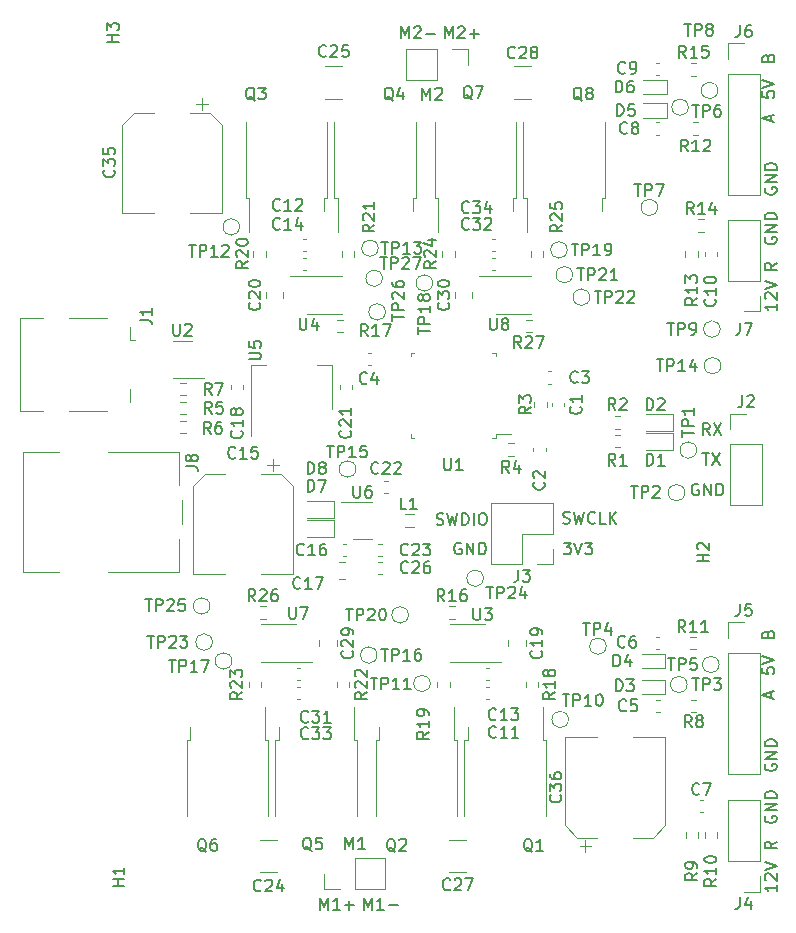
<source format=gbr>
%TF.GenerationSoftware,KiCad,Pcbnew,7.0.1*%
%TF.CreationDate,2023-12-25T09:53:22+01:00*%
%TF.ProjectId,BallBalancer,42616c6c-4261-46c6-916e-6365722e6b69,rev?*%
%TF.SameCoordinates,Original*%
%TF.FileFunction,Legend,Top*%
%TF.FilePolarity,Positive*%
%FSLAX46Y46*%
G04 Gerber Fmt 4.6, Leading zero omitted, Abs format (unit mm)*
G04 Created by KiCad (PCBNEW 7.0.1) date 2023-12-25 09:53:22*
%MOMM*%
%LPD*%
G01*
G04 APERTURE LIST*
%ADD10C,0.150000*%
%ADD11C,0.120000*%
G04 APERTURE END LIST*
D10*
X118604762Y-59977619D02*
X118604762Y-58977619D01*
X118604762Y-58977619D02*
X118938095Y-59691904D01*
X118938095Y-59691904D02*
X119271428Y-58977619D01*
X119271428Y-58977619D02*
X119271428Y-59977619D01*
X119700000Y-59072857D02*
X119747619Y-59025238D01*
X119747619Y-59025238D02*
X119842857Y-58977619D01*
X119842857Y-58977619D02*
X120080952Y-58977619D01*
X120080952Y-58977619D02*
X120176190Y-59025238D01*
X120176190Y-59025238D02*
X120223809Y-59072857D01*
X120223809Y-59072857D02*
X120271428Y-59168095D01*
X120271428Y-59168095D02*
X120271428Y-59263333D01*
X120271428Y-59263333D02*
X120223809Y-59406190D01*
X120223809Y-59406190D02*
X119652381Y-59977619D01*
X119652381Y-59977619D02*
X120271428Y-59977619D01*
X120700000Y-59596666D02*
X121461905Y-59596666D01*
X121080952Y-59977619D02*
X121080952Y-59215714D01*
X141009523Y-93577619D02*
X140676190Y-93101428D01*
X140438095Y-93577619D02*
X140438095Y-92577619D01*
X140438095Y-92577619D02*
X140819047Y-92577619D01*
X140819047Y-92577619D02*
X140914285Y-92625238D01*
X140914285Y-92625238D02*
X140961904Y-92672857D01*
X140961904Y-92672857D02*
X141009523Y-92768095D01*
X141009523Y-92768095D02*
X141009523Y-92910952D01*
X141009523Y-92910952D02*
X140961904Y-93006190D01*
X140961904Y-93006190D02*
X140914285Y-93053809D01*
X140914285Y-93053809D02*
X140819047Y-93101428D01*
X140819047Y-93101428D02*
X140438095Y-93101428D01*
X141342857Y-92577619D02*
X142009523Y-93577619D01*
X142009523Y-92577619D02*
X141342857Y-93577619D01*
X146677619Y-82438095D02*
X146677619Y-83009523D01*
X146677619Y-82723809D02*
X145677619Y-82723809D01*
X145677619Y-82723809D02*
X145820476Y-82819047D01*
X145820476Y-82819047D02*
X145915714Y-82914285D01*
X145915714Y-82914285D02*
X145963333Y-83009523D01*
X145772857Y-82057142D02*
X145725238Y-82009523D01*
X145725238Y-82009523D02*
X145677619Y-81914285D01*
X145677619Y-81914285D02*
X145677619Y-81676190D01*
X145677619Y-81676190D02*
X145725238Y-81580952D01*
X145725238Y-81580952D02*
X145772857Y-81533333D01*
X145772857Y-81533333D02*
X145868095Y-81485714D01*
X145868095Y-81485714D02*
X145963333Y-81485714D01*
X145963333Y-81485714D02*
X146106190Y-81533333D01*
X146106190Y-81533333D02*
X146677619Y-82104761D01*
X146677619Y-82104761D02*
X146677619Y-81485714D01*
X145677619Y-81199999D02*
X146677619Y-80866666D01*
X146677619Y-80866666D02*
X145677619Y-80533333D01*
X119961904Y-102725238D02*
X119866666Y-102677619D01*
X119866666Y-102677619D02*
X119723809Y-102677619D01*
X119723809Y-102677619D02*
X119580952Y-102725238D01*
X119580952Y-102725238D02*
X119485714Y-102820476D01*
X119485714Y-102820476D02*
X119438095Y-102915714D01*
X119438095Y-102915714D02*
X119390476Y-103106190D01*
X119390476Y-103106190D02*
X119390476Y-103249047D01*
X119390476Y-103249047D02*
X119438095Y-103439523D01*
X119438095Y-103439523D02*
X119485714Y-103534761D01*
X119485714Y-103534761D02*
X119580952Y-103630000D01*
X119580952Y-103630000D02*
X119723809Y-103677619D01*
X119723809Y-103677619D02*
X119819047Y-103677619D01*
X119819047Y-103677619D02*
X119961904Y-103630000D01*
X119961904Y-103630000D02*
X120009523Y-103582380D01*
X120009523Y-103582380D02*
X120009523Y-103249047D01*
X120009523Y-103249047D02*
X119819047Y-103249047D01*
X120438095Y-103677619D02*
X120438095Y-102677619D01*
X120438095Y-102677619D02*
X121009523Y-103677619D01*
X121009523Y-103677619D02*
X121009523Y-102677619D01*
X121485714Y-103677619D02*
X121485714Y-102677619D01*
X121485714Y-102677619D02*
X121723809Y-102677619D01*
X121723809Y-102677619D02*
X121866666Y-102725238D01*
X121866666Y-102725238D02*
X121961904Y-102820476D01*
X121961904Y-102820476D02*
X122009523Y-102915714D01*
X122009523Y-102915714D02*
X122057142Y-103106190D01*
X122057142Y-103106190D02*
X122057142Y-103249047D01*
X122057142Y-103249047D02*
X122009523Y-103439523D01*
X122009523Y-103439523D02*
X121961904Y-103534761D01*
X121961904Y-103534761D02*
X121866666Y-103630000D01*
X121866666Y-103630000D02*
X121723809Y-103677619D01*
X121723809Y-103677619D02*
X121485714Y-103677619D01*
X145725238Y-72638095D02*
X145677619Y-72733333D01*
X145677619Y-72733333D02*
X145677619Y-72876190D01*
X145677619Y-72876190D02*
X145725238Y-73019047D01*
X145725238Y-73019047D02*
X145820476Y-73114285D01*
X145820476Y-73114285D02*
X145915714Y-73161904D01*
X145915714Y-73161904D02*
X146106190Y-73209523D01*
X146106190Y-73209523D02*
X146249047Y-73209523D01*
X146249047Y-73209523D02*
X146439523Y-73161904D01*
X146439523Y-73161904D02*
X146534761Y-73114285D01*
X146534761Y-73114285D02*
X146630000Y-73019047D01*
X146630000Y-73019047D02*
X146677619Y-72876190D01*
X146677619Y-72876190D02*
X146677619Y-72780952D01*
X146677619Y-72780952D02*
X146630000Y-72638095D01*
X146630000Y-72638095D02*
X146582380Y-72590476D01*
X146582380Y-72590476D02*
X146249047Y-72590476D01*
X146249047Y-72590476D02*
X146249047Y-72780952D01*
X146677619Y-72161904D02*
X145677619Y-72161904D01*
X145677619Y-72161904D02*
X146677619Y-71590476D01*
X146677619Y-71590476D02*
X145677619Y-71590476D01*
X146677619Y-71114285D02*
X145677619Y-71114285D01*
X145677619Y-71114285D02*
X145677619Y-70876190D01*
X145677619Y-70876190D02*
X145725238Y-70733333D01*
X145725238Y-70733333D02*
X145820476Y-70638095D01*
X145820476Y-70638095D02*
X145915714Y-70590476D01*
X145915714Y-70590476D02*
X146106190Y-70542857D01*
X146106190Y-70542857D02*
X146249047Y-70542857D01*
X146249047Y-70542857D02*
X146439523Y-70590476D01*
X146439523Y-70590476D02*
X146534761Y-70638095D01*
X146534761Y-70638095D02*
X146630000Y-70733333D01*
X146630000Y-70733333D02*
X146677619Y-70876190D01*
X146677619Y-70876190D02*
X146677619Y-71114285D01*
X145725238Y-125838095D02*
X145677619Y-125933333D01*
X145677619Y-125933333D02*
X145677619Y-126076190D01*
X145677619Y-126076190D02*
X145725238Y-126219047D01*
X145725238Y-126219047D02*
X145820476Y-126314285D01*
X145820476Y-126314285D02*
X145915714Y-126361904D01*
X145915714Y-126361904D02*
X146106190Y-126409523D01*
X146106190Y-126409523D02*
X146249047Y-126409523D01*
X146249047Y-126409523D02*
X146439523Y-126361904D01*
X146439523Y-126361904D02*
X146534761Y-126314285D01*
X146534761Y-126314285D02*
X146630000Y-126219047D01*
X146630000Y-126219047D02*
X146677619Y-126076190D01*
X146677619Y-126076190D02*
X146677619Y-125980952D01*
X146677619Y-125980952D02*
X146630000Y-125838095D01*
X146630000Y-125838095D02*
X146582380Y-125790476D01*
X146582380Y-125790476D02*
X146249047Y-125790476D01*
X146249047Y-125790476D02*
X146249047Y-125980952D01*
X146677619Y-125361904D02*
X145677619Y-125361904D01*
X145677619Y-125361904D02*
X146677619Y-124790476D01*
X146677619Y-124790476D02*
X145677619Y-124790476D01*
X146677619Y-124314285D02*
X145677619Y-124314285D01*
X145677619Y-124314285D02*
X145677619Y-124076190D01*
X145677619Y-124076190D02*
X145725238Y-123933333D01*
X145725238Y-123933333D02*
X145820476Y-123838095D01*
X145820476Y-123838095D02*
X145915714Y-123790476D01*
X145915714Y-123790476D02*
X146106190Y-123742857D01*
X146106190Y-123742857D02*
X146249047Y-123742857D01*
X146249047Y-123742857D02*
X146439523Y-123790476D01*
X146439523Y-123790476D02*
X146534761Y-123838095D01*
X146534761Y-123838095D02*
X146630000Y-123933333D01*
X146630000Y-123933333D02*
X146677619Y-124076190D01*
X146677619Y-124076190D02*
X146677619Y-124314285D01*
X145477619Y-64485714D02*
X145477619Y-64961904D01*
X145477619Y-64961904D02*
X145953809Y-65009523D01*
X145953809Y-65009523D02*
X145906190Y-64961904D01*
X145906190Y-64961904D02*
X145858571Y-64866666D01*
X145858571Y-64866666D02*
X145858571Y-64628571D01*
X145858571Y-64628571D02*
X145906190Y-64533333D01*
X145906190Y-64533333D02*
X145953809Y-64485714D01*
X145953809Y-64485714D02*
X146049047Y-64438095D01*
X146049047Y-64438095D02*
X146287142Y-64438095D01*
X146287142Y-64438095D02*
X146382380Y-64485714D01*
X146382380Y-64485714D02*
X146430000Y-64533333D01*
X146430000Y-64533333D02*
X146477619Y-64628571D01*
X146477619Y-64628571D02*
X146477619Y-64866666D01*
X146477619Y-64866666D02*
X146430000Y-64961904D01*
X146430000Y-64961904D02*
X146382380Y-65009523D01*
X145477619Y-64152380D02*
X146477619Y-63819047D01*
X146477619Y-63819047D02*
X145477619Y-63485714D01*
X146677619Y-127990476D02*
X146201428Y-128323809D01*
X146677619Y-128561904D02*
X145677619Y-128561904D01*
X145677619Y-128561904D02*
X145677619Y-128180952D01*
X145677619Y-128180952D02*
X145725238Y-128085714D01*
X145725238Y-128085714D02*
X145772857Y-128038095D01*
X145772857Y-128038095D02*
X145868095Y-127990476D01*
X145868095Y-127990476D02*
X146010952Y-127990476D01*
X146010952Y-127990476D02*
X146106190Y-128038095D01*
X146106190Y-128038095D02*
X146153809Y-128085714D01*
X146153809Y-128085714D02*
X146201428Y-128180952D01*
X146201428Y-128180952D02*
X146201428Y-128561904D01*
X145725238Y-76838095D02*
X145677619Y-76933333D01*
X145677619Y-76933333D02*
X145677619Y-77076190D01*
X145677619Y-77076190D02*
X145725238Y-77219047D01*
X145725238Y-77219047D02*
X145820476Y-77314285D01*
X145820476Y-77314285D02*
X145915714Y-77361904D01*
X145915714Y-77361904D02*
X146106190Y-77409523D01*
X146106190Y-77409523D02*
X146249047Y-77409523D01*
X146249047Y-77409523D02*
X146439523Y-77361904D01*
X146439523Y-77361904D02*
X146534761Y-77314285D01*
X146534761Y-77314285D02*
X146630000Y-77219047D01*
X146630000Y-77219047D02*
X146677619Y-77076190D01*
X146677619Y-77076190D02*
X146677619Y-76980952D01*
X146677619Y-76980952D02*
X146630000Y-76838095D01*
X146630000Y-76838095D02*
X146582380Y-76790476D01*
X146582380Y-76790476D02*
X146249047Y-76790476D01*
X146249047Y-76790476D02*
X146249047Y-76980952D01*
X146677619Y-76361904D02*
X145677619Y-76361904D01*
X145677619Y-76361904D02*
X146677619Y-75790476D01*
X146677619Y-75790476D02*
X145677619Y-75790476D01*
X146677619Y-75314285D02*
X145677619Y-75314285D01*
X145677619Y-75314285D02*
X145677619Y-75076190D01*
X145677619Y-75076190D02*
X145725238Y-74933333D01*
X145725238Y-74933333D02*
X145820476Y-74838095D01*
X145820476Y-74838095D02*
X145915714Y-74790476D01*
X145915714Y-74790476D02*
X146106190Y-74742857D01*
X146106190Y-74742857D02*
X146249047Y-74742857D01*
X146249047Y-74742857D02*
X146439523Y-74790476D01*
X146439523Y-74790476D02*
X146534761Y-74838095D01*
X146534761Y-74838095D02*
X146630000Y-74933333D01*
X146630000Y-74933333D02*
X146677619Y-75076190D01*
X146677619Y-75076190D02*
X146677619Y-75314285D01*
X146677619Y-131638095D02*
X146677619Y-132209523D01*
X146677619Y-131923809D02*
X145677619Y-131923809D01*
X145677619Y-131923809D02*
X145820476Y-132019047D01*
X145820476Y-132019047D02*
X145915714Y-132114285D01*
X145915714Y-132114285D02*
X145963333Y-132209523D01*
X145772857Y-131257142D02*
X145725238Y-131209523D01*
X145725238Y-131209523D02*
X145677619Y-131114285D01*
X145677619Y-131114285D02*
X145677619Y-130876190D01*
X145677619Y-130876190D02*
X145725238Y-130780952D01*
X145725238Y-130780952D02*
X145772857Y-130733333D01*
X145772857Y-130733333D02*
X145868095Y-130685714D01*
X145868095Y-130685714D02*
X145963333Y-130685714D01*
X145963333Y-130685714D02*
X146106190Y-130733333D01*
X146106190Y-130733333D02*
X146677619Y-131304761D01*
X146677619Y-131304761D02*
X146677619Y-130685714D01*
X145677619Y-130399999D02*
X146677619Y-130066666D01*
X146677619Y-130066666D02*
X145677619Y-129733333D01*
X128642857Y-102677619D02*
X129261904Y-102677619D01*
X129261904Y-102677619D02*
X128928571Y-103058571D01*
X128928571Y-103058571D02*
X129071428Y-103058571D01*
X129071428Y-103058571D02*
X129166666Y-103106190D01*
X129166666Y-103106190D02*
X129214285Y-103153809D01*
X129214285Y-103153809D02*
X129261904Y-103249047D01*
X129261904Y-103249047D02*
X129261904Y-103487142D01*
X129261904Y-103487142D02*
X129214285Y-103582380D01*
X129214285Y-103582380D02*
X129166666Y-103630000D01*
X129166666Y-103630000D02*
X129071428Y-103677619D01*
X129071428Y-103677619D02*
X128785714Y-103677619D01*
X128785714Y-103677619D02*
X128690476Y-103630000D01*
X128690476Y-103630000D02*
X128642857Y-103582380D01*
X129547619Y-102677619D02*
X129880952Y-103677619D01*
X129880952Y-103677619D02*
X130214285Y-102677619D01*
X130452381Y-102677619D02*
X131071428Y-102677619D01*
X131071428Y-102677619D02*
X130738095Y-103058571D01*
X130738095Y-103058571D02*
X130880952Y-103058571D01*
X130880952Y-103058571D02*
X130976190Y-103106190D01*
X130976190Y-103106190D02*
X131023809Y-103153809D01*
X131023809Y-103153809D02*
X131071428Y-103249047D01*
X131071428Y-103249047D02*
X131071428Y-103487142D01*
X131071428Y-103487142D02*
X131023809Y-103582380D01*
X131023809Y-103582380D02*
X130976190Y-103630000D01*
X130976190Y-103630000D02*
X130880952Y-103677619D01*
X130880952Y-103677619D02*
X130595238Y-103677619D01*
X130595238Y-103677619D02*
X130500000Y-103630000D01*
X130500000Y-103630000D02*
X130452381Y-103582380D01*
X111738095Y-133777619D02*
X111738095Y-132777619D01*
X111738095Y-132777619D02*
X112071428Y-133491904D01*
X112071428Y-133491904D02*
X112404761Y-132777619D01*
X112404761Y-132777619D02*
X112404761Y-133777619D01*
X113404761Y-133777619D02*
X112833333Y-133777619D01*
X113119047Y-133777619D02*
X113119047Y-132777619D01*
X113119047Y-132777619D02*
X113023809Y-132920476D01*
X113023809Y-132920476D02*
X112928571Y-133015714D01*
X112928571Y-133015714D02*
X112833333Y-133063333D01*
X113833333Y-133396666D02*
X114595238Y-133396666D01*
X108038095Y-133777619D02*
X108038095Y-132777619D01*
X108038095Y-132777619D02*
X108371428Y-133491904D01*
X108371428Y-133491904D02*
X108704761Y-132777619D01*
X108704761Y-132777619D02*
X108704761Y-133777619D01*
X109704761Y-133777619D02*
X109133333Y-133777619D01*
X109419047Y-133777619D02*
X109419047Y-132777619D01*
X109419047Y-132777619D02*
X109323809Y-132920476D01*
X109323809Y-132920476D02*
X109228571Y-133015714D01*
X109228571Y-133015714D02*
X109133333Y-133063333D01*
X110133333Y-133396666D02*
X110895238Y-133396666D01*
X110514285Y-133777619D02*
X110514285Y-133015714D01*
X140061904Y-97725238D02*
X139966666Y-97677619D01*
X139966666Y-97677619D02*
X139823809Y-97677619D01*
X139823809Y-97677619D02*
X139680952Y-97725238D01*
X139680952Y-97725238D02*
X139585714Y-97820476D01*
X139585714Y-97820476D02*
X139538095Y-97915714D01*
X139538095Y-97915714D02*
X139490476Y-98106190D01*
X139490476Y-98106190D02*
X139490476Y-98249047D01*
X139490476Y-98249047D02*
X139538095Y-98439523D01*
X139538095Y-98439523D02*
X139585714Y-98534761D01*
X139585714Y-98534761D02*
X139680952Y-98630000D01*
X139680952Y-98630000D02*
X139823809Y-98677619D01*
X139823809Y-98677619D02*
X139919047Y-98677619D01*
X139919047Y-98677619D02*
X140061904Y-98630000D01*
X140061904Y-98630000D02*
X140109523Y-98582380D01*
X140109523Y-98582380D02*
X140109523Y-98249047D01*
X140109523Y-98249047D02*
X139919047Y-98249047D01*
X140538095Y-98677619D02*
X140538095Y-97677619D01*
X140538095Y-97677619D02*
X141109523Y-98677619D01*
X141109523Y-98677619D02*
X141109523Y-97677619D01*
X141585714Y-98677619D02*
X141585714Y-97677619D01*
X141585714Y-97677619D02*
X141823809Y-97677619D01*
X141823809Y-97677619D02*
X141966666Y-97725238D01*
X141966666Y-97725238D02*
X142061904Y-97820476D01*
X142061904Y-97820476D02*
X142109523Y-97915714D01*
X142109523Y-97915714D02*
X142157142Y-98106190D01*
X142157142Y-98106190D02*
X142157142Y-98249047D01*
X142157142Y-98249047D02*
X142109523Y-98439523D01*
X142109523Y-98439523D02*
X142061904Y-98534761D01*
X142061904Y-98534761D02*
X141966666Y-98630000D01*
X141966666Y-98630000D02*
X141823809Y-98677619D01*
X141823809Y-98677619D02*
X141585714Y-98677619D01*
X145477619Y-113285714D02*
X145477619Y-113761904D01*
X145477619Y-113761904D02*
X145953809Y-113809523D01*
X145953809Y-113809523D02*
X145906190Y-113761904D01*
X145906190Y-113761904D02*
X145858571Y-113666666D01*
X145858571Y-113666666D02*
X145858571Y-113428571D01*
X145858571Y-113428571D02*
X145906190Y-113333333D01*
X145906190Y-113333333D02*
X145953809Y-113285714D01*
X145953809Y-113285714D02*
X146049047Y-113238095D01*
X146049047Y-113238095D02*
X146287142Y-113238095D01*
X146287142Y-113238095D02*
X146382380Y-113285714D01*
X146382380Y-113285714D02*
X146430000Y-113333333D01*
X146430000Y-113333333D02*
X146477619Y-113428571D01*
X146477619Y-113428571D02*
X146477619Y-113666666D01*
X146477619Y-113666666D02*
X146430000Y-113761904D01*
X146430000Y-113761904D02*
X146382380Y-113809523D01*
X145477619Y-112952380D02*
X146477619Y-112619047D01*
X146477619Y-112619047D02*
X145477619Y-112285714D01*
X146677619Y-78990476D02*
X146201428Y-79323809D01*
X146677619Y-79561904D02*
X145677619Y-79561904D01*
X145677619Y-79561904D02*
X145677619Y-79180952D01*
X145677619Y-79180952D02*
X145725238Y-79085714D01*
X145725238Y-79085714D02*
X145772857Y-79038095D01*
X145772857Y-79038095D02*
X145868095Y-78990476D01*
X145868095Y-78990476D02*
X146010952Y-78990476D01*
X146010952Y-78990476D02*
X146106190Y-79038095D01*
X146106190Y-79038095D02*
X146153809Y-79085714D01*
X146153809Y-79085714D02*
X146201428Y-79180952D01*
X146201428Y-79180952D02*
X146201428Y-79561904D01*
X146191904Y-67009523D02*
X146191904Y-66533333D01*
X146477619Y-67104761D02*
X145477619Y-66771428D01*
X145477619Y-66771428D02*
X146477619Y-66438095D01*
X145953809Y-110428571D02*
X146001428Y-110285714D01*
X146001428Y-110285714D02*
X146049047Y-110238095D01*
X146049047Y-110238095D02*
X146144285Y-110190476D01*
X146144285Y-110190476D02*
X146287142Y-110190476D01*
X146287142Y-110190476D02*
X146382380Y-110238095D01*
X146382380Y-110238095D02*
X146430000Y-110285714D01*
X146430000Y-110285714D02*
X146477619Y-110380952D01*
X146477619Y-110380952D02*
X146477619Y-110761904D01*
X146477619Y-110761904D02*
X145477619Y-110761904D01*
X145477619Y-110761904D02*
X145477619Y-110428571D01*
X145477619Y-110428571D02*
X145525238Y-110333333D01*
X145525238Y-110333333D02*
X145572857Y-110285714D01*
X145572857Y-110285714D02*
X145668095Y-110238095D01*
X145668095Y-110238095D02*
X145763333Y-110238095D01*
X145763333Y-110238095D02*
X145858571Y-110285714D01*
X145858571Y-110285714D02*
X145906190Y-110333333D01*
X145906190Y-110333333D02*
X145953809Y-110428571D01*
X145953809Y-110428571D02*
X145953809Y-110761904D01*
X145725238Y-121438095D02*
X145677619Y-121533333D01*
X145677619Y-121533333D02*
X145677619Y-121676190D01*
X145677619Y-121676190D02*
X145725238Y-121819047D01*
X145725238Y-121819047D02*
X145820476Y-121914285D01*
X145820476Y-121914285D02*
X145915714Y-121961904D01*
X145915714Y-121961904D02*
X146106190Y-122009523D01*
X146106190Y-122009523D02*
X146249047Y-122009523D01*
X146249047Y-122009523D02*
X146439523Y-121961904D01*
X146439523Y-121961904D02*
X146534761Y-121914285D01*
X146534761Y-121914285D02*
X146630000Y-121819047D01*
X146630000Y-121819047D02*
X146677619Y-121676190D01*
X146677619Y-121676190D02*
X146677619Y-121580952D01*
X146677619Y-121580952D02*
X146630000Y-121438095D01*
X146630000Y-121438095D02*
X146582380Y-121390476D01*
X146582380Y-121390476D02*
X146249047Y-121390476D01*
X146249047Y-121390476D02*
X146249047Y-121580952D01*
X146677619Y-120961904D02*
X145677619Y-120961904D01*
X145677619Y-120961904D02*
X146677619Y-120390476D01*
X146677619Y-120390476D02*
X145677619Y-120390476D01*
X146677619Y-119914285D02*
X145677619Y-119914285D01*
X145677619Y-119914285D02*
X145677619Y-119676190D01*
X145677619Y-119676190D02*
X145725238Y-119533333D01*
X145725238Y-119533333D02*
X145820476Y-119438095D01*
X145820476Y-119438095D02*
X145915714Y-119390476D01*
X145915714Y-119390476D02*
X146106190Y-119342857D01*
X146106190Y-119342857D02*
X146249047Y-119342857D01*
X146249047Y-119342857D02*
X146439523Y-119390476D01*
X146439523Y-119390476D02*
X146534761Y-119438095D01*
X146534761Y-119438095D02*
X146630000Y-119533333D01*
X146630000Y-119533333D02*
X146677619Y-119676190D01*
X146677619Y-119676190D02*
X146677619Y-119914285D01*
X146191904Y-115809523D02*
X146191904Y-115333333D01*
X146477619Y-115904761D02*
X145477619Y-115571428D01*
X145477619Y-115571428D02*
X146477619Y-115238095D01*
X145953809Y-61628571D02*
X146001428Y-61485714D01*
X146001428Y-61485714D02*
X146049047Y-61438095D01*
X146049047Y-61438095D02*
X146144285Y-61390476D01*
X146144285Y-61390476D02*
X146287142Y-61390476D01*
X146287142Y-61390476D02*
X146382380Y-61438095D01*
X146382380Y-61438095D02*
X146430000Y-61485714D01*
X146430000Y-61485714D02*
X146477619Y-61580952D01*
X146477619Y-61580952D02*
X146477619Y-61961904D01*
X146477619Y-61961904D02*
X145477619Y-61961904D01*
X145477619Y-61961904D02*
X145477619Y-61628571D01*
X145477619Y-61628571D02*
X145525238Y-61533333D01*
X145525238Y-61533333D02*
X145572857Y-61485714D01*
X145572857Y-61485714D02*
X145668095Y-61438095D01*
X145668095Y-61438095D02*
X145763333Y-61438095D01*
X145763333Y-61438095D02*
X145858571Y-61485714D01*
X145858571Y-61485714D02*
X145906190Y-61533333D01*
X145906190Y-61533333D02*
X145953809Y-61628571D01*
X145953809Y-61628571D02*
X145953809Y-61961904D01*
X128590476Y-101030000D02*
X128733333Y-101077619D01*
X128733333Y-101077619D02*
X128971428Y-101077619D01*
X128971428Y-101077619D02*
X129066666Y-101030000D01*
X129066666Y-101030000D02*
X129114285Y-100982380D01*
X129114285Y-100982380D02*
X129161904Y-100887142D01*
X129161904Y-100887142D02*
X129161904Y-100791904D01*
X129161904Y-100791904D02*
X129114285Y-100696666D01*
X129114285Y-100696666D02*
X129066666Y-100649047D01*
X129066666Y-100649047D02*
X128971428Y-100601428D01*
X128971428Y-100601428D02*
X128780952Y-100553809D01*
X128780952Y-100553809D02*
X128685714Y-100506190D01*
X128685714Y-100506190D02*
X128638095Y-100458571D01*
X128638095Y-100458571D02*
X128590476Y-100363333D01*
X128590476Y-100363333D02*
X128590476Y-100268095D01*
X128590476Y-100268095D02*
X128638095Y-100172857D01*
X128638095Y-100172857D02*
X128685714Y-100125238D01*
X128685714Y-100125238D02*
X128780952Y-100077619D01*
X128780952Y-100077619D02*
X129019047Y-100077619D01*
X129019047Y-100077619D02*
X129161904Y-100125238D01*
X129495238Y-100077619D02*
X129733333Y-101077619D01*
X129733333Y-101077619D02*
X129923809Y-100363333D01*
X129923809Y-100363333D02*
X130114285Y-101077619D01*
X130114285Y-101077619D02*
X130352381Y-100077619D01*
X131304761Y-100982380D02*
X131257142Y-101030000D01*
X131257142Y-101030000D02*
X131114285Y-101077619D01*
X131114285Y-101077619D02*
X131019047Y-101077619D01*
X131019047Y-101077619D02*
X130876190Y-101030000D01*
X130876190Y-101030000D02*
X130780952Y-100934761D01*
X130780952Y-100934761D02*
X130733333Y-100839523D01*
X130733333Y-100839523D02*
X130685714Y-100649047D01*
X130685714Y-100649047D02*
X130685714Y-100506190D01*
X130685714Y-100506190D02*
X130733333Y-100315714D01*
X130733333Y-100315714D02*
X130780952Y-100220476D01*
X130780952Y-100220476D02*
X130876190Y-100125238D01*
X130876190Y-100125238D02*
X131019047Y-100077619D01*
X131019047Y-100077619D02*
X131114285Y-100077619D01*
X131114285Y-100077619D02*
X131257142Y-100125238D01*
X131257142Y-100125238D02*
X131304761Y-100172857D01*
X132209523Y-101077619D02*
X131733333Y-101077619D01*
X131733333Y-101077619D02*
X131733333Y-100077619D01*
X132542857Y-101077619D02*
X132542857Y-100077619D01*
X133114285Y-101077619D02*
X132685714Y-100506190D01*
X133114285Y-100077619D02*
X132542857Y-100649047D01*
X117890476Y-101130000D02*
X118033333Y-101177619D01*
X118033333Y-101177619D02*
X118271428Y-101177619D01*
X118271428Y-101177619D02*
X118366666Y-101130000D01*
X118366666Y-101130000D02*
X118414285Y-101082380D01*
X118414285Y-101082380D02*
X118461904Y-100987142D01*
X118461904Y-100987142D02*
X118461904Y-100891904D01*
X118461904Y-100891904D02*
X118414285Y-100796666D01*
X118414285Y-100796666D02*
X118366666Y-100749047D01*
X118366666Y-100749047D02*
X118271428Y-100701428D01*
X118271428Y-100701428D02*
X118080952Y-100653809D01*
X118080952Y-100653809D02*
X117985714Y-100606190D01*
X117985714Y-100606190D02*
X117938095Y-100558571D01*
X117938095Y-100558571D02*
X117890476Y-100463333D01*
X117890476Y-100463333D02*
X117890476Y-100368095D01*
X117890476Y-100368095D02*
X117938095Y-100272857D01*
X117938095Y-100272857D02*
X117985714Y-100225238D01*
X117985714Y-100225238D02*
X118080952Y-100177619D01*
X118080952Y-100177619D02*
X118319047Y-100177619D01*
X118319047Y-100177619D02*
X118461904Y-100225238D01*
X118795238Y-100177619D02*
X119033333Y-101177619D01*
X119033333Y-101177619D02*
X119223809Y-100463333D01*
X119223809Y-100463333D02*
X119414285Y-101177619D01*
X119414285Y-101177619D02*
X119652381Y-100177619D01*
X120033333Y-101177619D02*
X120033333Y-100177619D01*
X120033333Y-100177619D02*
X120271428Y-100177619D01*
X120271428Y-100177619D02*
X120414285Y-100225238D01*
X120414285Y-100225238D02*
X120509523Y-100320476D01*
X120509523Y-100320476D02*
X120557142Y-100415714D01*
X120557142Y-100415714D02*
X120604761Y-100606190D01*
X120604761Y-100606190D02*
X120604761Y-100749047D01*
X120604761Y-100749047D02*
X120557142Y-100939523D01*
X120557142Y-100939523D02*
X120509523Y-101034761D01*
X120509523Y-101034761D02*
X120414285Y-101130000D01*
X120414285Y-101130000D02*
X120271428Y-101177619D01*
X120271428Y-101177619D02*
X120033333Y-101177619D01*
X121033333Y-101177619D02*
X121033333Y-100177619D01*
X121699999Y-100177619D02*
X121890475Y-100177619D01*
X121890475Y-100177619D02*
X121985713Y-100225238D01*
X121985713Y-100225238D02*
X122080951Y-100320476D01*
X122080951Y-100320476D02*
X122128570Y-100510952D01*
X122128570Y-100510952D02*
X122128570Y-100844285D01*
X122128570Y-100844285D02*
X122080951Y-101034761D01*
X122080951Y-101034761D02*
X121985713Y-101130000D01*
X121985713Y-101130000D02*
X121890475Y-101177619D01*
X121890475Y-101177619D02*
X121699999Y-101177619D01*
X121699999Y-101177619D02*
X121604761Y-101130000D01*
X121604761Y-101130000D02*
X121509523Y-101034761D01*
X121509523Y-101034761D02*
X121461904Y-100844285D01*
X121461904Y-100844285D02*
X121461904Y-100510952D01*
X121461904Y-100510952D02*
X121509523Y-100320476D01*
X121509523Y-100320476D02*
X121604761Y-100225238D01*
X121604761Y-100225238D02*
X121699999Y-100177619D01*
X114904762Y-59977619D02*
X114904762Y-58977619D01*
X114904762Y-58977619D02*
X115238095Y-59691904D01*
X115238095Y-59691904D02*
X115571428Y-58977619D01*
X115571428Y-58977619D02*
X115571428Y-59977619D01*
X116000000Y-59072857D02*
X116047619Y-59025238D01*
X116047619Y-59025238D02*
X116142857Y-58977619D01*
X116142857Y-58977619D02*
X116380952Y-58977619D01*
X116380952Y-58977619D02*
X116476190Y-59025238D01*
X116476190Y-59025238D02*
X116523809Y-59072857D01*
X116523809Y-59072857D02*
X116571428Y-59168095D01*
X116571428Y-59168095D02*
X116571428Y-59263333D01*
X116571428Y-59263333D02*
X116523809Y-59406190D01*
X116523809Y-59406190D02*
X115952381Y-59977619D01*
X115952381Y-59977619D02*
X116571428Y-59977619D01*
X117000000Y-59596666D02*
X117761905Y-59596666D01*
X140395238Y-95077619D02*
X140966666Y-95077619D01*
X140680952Y-96077619D02*
X140680952Y-95077619D01*
X141204762Y-95077619D02*
X141871428Y-96077619D01*
X141871428Y-95077619D02*
X141204762Y-96077619D01*
%TO.C,D1*%
X135661905Y-96162619D02*
X135661905Y-95162619D01*
X135661905Y-95162619D02*
X135900000Y-95162619D01*
X135900000Y-95162619D02*
X136042857Y-95210238D01*
X136042857Y-95210238D02*
X136138095Y-95305476D01*
X136138095Y-95305476D02*
X136185714Y-95400714D01*
X136185714Y-95400714D02*
X136233333Y-95591190D01*
X136233333Y-95591190D02*
X136233333Y-95734047D01*
X136233333Y-95734047D02*
X136185714Y-95924523D01*
X136185714Y-95924523D02*
X136138095Y-96019761D01*
X136138095Y-96019761D02*
X136042857Y-96115000D01*
X136042857Y-96115000D02*
X135900000Y-96162619D01*
X135900000Y-96162619D02*
X135661905Y-96162619D01*
X137185714Y-96162619D02*
X136614286Y-96162619D01*
X136900000Y-96162619D02*
X136900000Y-95162619D01*
X136900000Y-95162619D02*
X136804762Y-95305476D01*
X136804762Y-95305476D02*
X136709524Y-95400714D01*
X136709524Y-95400714D02*
X136614286Y-95448333D01*
%TO.C,J4*%
X143566666Y-132692619D02*
X143566666Y-133406904D01*
X143566666Y-133406904D02*
X143519047Y-133549761D01*
X143519047Y-133549761D02*
X143423809Y-133645000D01*
X143423809Y-133645000D02*
X143280952Y-133692619D01*
X143280952Y-133692619D02*
X143185714Y-133692619D01*
X144471428Y-133025952D02*
X144471428Y-133692619D01*
X144233333Y-132645000D02*
X143995238Y-133359285D01*
X143995238Y-133359285D02*
X144614285Y-133359285D01*
%TO.C,J7*%
X143579166Y-84062619D02*
X143579166Y-84776904D01*
X143579166Y-84776904D02*
X143531547Y-84919761D01*
X143531547Y-84919761D02*
X143436309Y-85015000D01*
X143436309Y-85015000D02*
X143293452Y-85062619D01*
X143293452Y-85062619D02*
X143198214Y-85062619D01*
X143960119Y-84062619D02*
X144626785Y-84062619D01*
X144626785Y-84062619D02*
X144198214Y-85062619D01*
%TO.C,C31*%
X107018593Y-117822672D02*
X106970974Y-117870292D01*
X106970974Y-117870292D02*
X106828117Y-117917911D01*
X106828117Y-117917911D02*
X106732879Y-117917911D01*
X106732879Y-117917911D02*
X106590022Y-117870292D01*
X106590022Y-117870292D02*
X106494784Y-117775053D01*
X106494784Y-117775053D02*
X106447165Y-117679815D01*
X106447165Y-117679815D02*
X106399546Y-117489339D01*
X106399546Y-117489339D02*
X106399546Y-117346482D01*
X106399546Y-117346482D02*
X106447165Y-117156006D01*
X106447165Y-117156006D02*
X106494784Y-117060768D01*
X106494784Y-117060768D02*
X106590022Y-116965530D01*
X106590022Y-116965530D02*
X106732879Y-116917911D01*
X106732879Y-116917911D02*
X106828117Y-116917911D01*
X106828117Y-116917911D02*
X106970974Y-116965530D01*
X106970974Y-116965530D02*
X107018593Y-117013149D01*
X107351927Y-116917911D02*
X107970974Y-116917911D01*
X107970974Y-116917911D02*
X107637641Y-117298863D01*
X107637641Y-117298863D02*
X107780498Y-117298863D01*
X107780498Y-117298863D02*
X107875736Y-117346482D01*
X107875736Y-117346482D02*
X107923355Y-117394101D01*
X107923355Y-117394101D02*
X107970974Y-117489339D01*
X107970974Y-117489339D02*
X107970974Y-117727434D01*
X107970974Y-117727434D02*
X107923355Y-117822672D01*
X107923355Y-117822672D02*
X107875736Y-117870292D01*
X107875736Y-117870292D02*
X107780498Y-117917911D01*
X107780498Y-117917911D02*
X107494784Y-117917911D01*
X107494784Y-117917911D02*
X107399546Y-117870292D01*
X107399546Y-117870292D02*
X107351927Y-117822672D01*
X108923355Y-117917911D02*
X108351927Y-117917911D01*
X108637641Y-117917911D02*
X108637641Y-116917911D01*
X108637641Y-116917911D02*
X108542403Y-117060768D01*
X108542403Y-117060768D02*
X108447165Y-117156006D01*
X108447165Y-117156006D02*
X108351927Y-117203625D01*
%TO.C,R5*%
X98833333Y-91762619D02*
X98500000Y-91286428D01*
X98261905Y-91762619D02*
X98261905Y-90762619D01*
X98261905Y-90762619D02*
X98642857Y-90762619D01*
X98642857Y-90762619D02*
X98738095Y-90810238D01*
X98738095Y-90810238D02*
X98785714Y-90857857D01*
X98785714Y-90857857D02*
X98833333Y-90953095D01*
X98833333Y-90953095D02*
X98833333Y-91095952D01*
X98833333Y-91095952D02*
X98785714Y-91191190D01*
X98785714Y-91191190D02*
X98738095Y-91238809D01*
X98738095Y-91238809D02*
X98642857Y-91286428D01*
X98642857Y-91286428D02*
X98261905Y-91286428D01*
X99738095Y-90762619D02*
X99261905Y-90762619D01*
X99261905Y-90762619D02*
X99214286Y-91238809D01*
X99214286Y-91238809D02*
X99261905Y-91191190D01*
X99261905Y-91191190D02*
X99357143Y-91143571D01*
X99357143Y-91143571D02*
X99595238Y-91143571D01*
X99595238Y-91143571D02*
X99690476Y-91191190D01*
X99690476Y-91191190D02*
X99738095Y-91238809D01*
X99738095Y-91238809D02*
X99785714Y-91334047D01*
X99785714Y-91334047D02*
X99785714Y-91572142D01*
X99785714Y-91572142D02*
X99738095Y-91667380D01*
X99738095Y-91667380D02*
X99690476Y-91715000D01*
X99690476Y-91715000D02*
X99595238Y-91762619D01*
X99595238Y-91762619D02*
X99357143Y-91762619D01*
X99357143Y-91762619D02*
X99261905Y-91715000D01*
X99261905Y-91715000D02*
X99214286Y-91667380D01*
%TO.C,TP2*%
X134338095Y-97862619D02*
X134909523Y-97862619D01*
X134623809Y-98862619D02*
X134623809Y-97862619D01*
X135242857Y-98862619D02*
X135242857Y-97862619D01*
X135242857Y-97862619D02*
X135623809Y-97862619D01*
X135623809Y-97862619D02*
X135719047Y-97910238D01*
X135719047Y-97910238D02*
X135766666Y-97957857D01*
X135766666Y-97957857D02*
X135814285Y-98053095D01*
X135814285Y-98053095D02*
X135814285Y-98195952D01*
X135814285Y-98195952D02*
X135766666Y-98291190D01*
X135766666Y-98291190D02*
X135719047Y-98338809D01*
X135719047Y-98338809D02*
X135623809Y-98386428D01*
X135623809Y-98386428D02*
X135242857Y-98386428D01*
X136195238Y-97957857D02*
X136242857Y-97910238D01*
X136242857Y-97910238D02*
X136338095Y-97862619D01*
X136338095Y-97862619D02*
X136576190Y-97862619D01*
X136576190Y-97862619D02*
X136671428Y-97910238D01*
X136671428Y-97910238D02*
X136719047Y-97957857D01*
X136719047Y-97957857D02*
X136766666Y-98053095D01*
X136766666Y-98053095D02*
X136766666Y-98148333D01*
X136766666Y-98148333D02*
X136719047Y-98291190D01*
X136719047Y-98291190D02*
X136147619Y-98862619D01*
X136147619Y-98862619D02*
X136766666Y-98862619D01*
%TO.C,TP17*%
X95211905Y-112612619D02*
X95783333Y-112612619D01*
X95497619Y-113612619D02*
X95497619Y-112612619D01*
X96116667Y-113612619D02*
X96116667Y-112612619D01*
X96116667Y-112612619D02*
X96497619Y-112612619D01*
X96497619Y-112612619D02*
X96592857Y-112660238D01*
X96592857Y-112660238D02*
X96640476Y-112707857D01*
X96640476Y-112707857D02*
X96688095Y-112803095D01*
X96688095Y-112803095D02*
X96688095Y-112945952D01*
X96688095Y-112945952D02*
X96640476Y-113041190D01*
X96640476Y-113041190D02*
X96592857Y-113088809D01*
X96592857Y-113088809D02*
X96497619Y-113136428D01*
X96497619Y-113136428D02*
X96116667Y-113136428D01*
X97640476Y-113612619D02*
X97069048Y-113612619D01*
X97354762Y-113612619D02*
X97354762Y-112612619D01*
X97354762Y-112612619D02*
X97259524Y-112755476D01*
X97259524Y-112755476D02*
X97164286Y-112850714D01*
X97164286Y-112850714D02*
X97069048Y-112898333D01*
X97973810Y-112612619D02*
X98640476Y-112612619D01*
X98640476Y-112612619D02*
X98211905Y-113612619D01*
%TO.C,D6*%
X133049405Y-64562619D02*
X133049405Y-63562619D01*
X133049405Y-63562619D02*
X133287500Y-63562619D01*
X133287500Y-63562619D02*
X133430357Y-63610238D01*
X133430357Y-63610238D02*
X133525595Y-63705476D01*
X133525595Y-63705476D02*
X133573214Y-63800714D01*
X133573214Y-63800714D02*
X133620833Y-63991190D01*
X133620833Y-63991190D02*
X133620833Y-64134047D01*
X133620833Y-64134047D02*
X133573214Y-64324523D01*
X133573214Y-64324523D02*
X133525595Y-64419761D01*
X133525595Y-64419761D02*
X133430357Y-64515000D01*
X133430357Y-64515000D02*
X133287500Y-64562619D01*
X133287500Y-64562619D02*
X133049405Y-64562619D01*
X134477976Y-63562619D02*
X134287500Y-63562619D01*
X134287500Y-63562619D02*
X134192262Y-63610238D01*
X134192262Y-63610238D02*
X134144643Y-63657857D01*
X134144643Y-63657857D02*
X134049405Y-63800714D01*
X134049405Y-63800714D02*
X134001786Y-63991190D01*
X134001786Y-63991190D02*
X134001786Y-64372142D01*
X134001786Y-64372142D02*
X134049405Y-64467380D01*
X134049405Y-64467380D02*
X134097024Y-64515000D01*
X134097024Y-64515000D02*
X134192262Y-64562619D01*
X134192262Y-64562619D02*
X134382738Y-64562619D01*
X134382738Y-64562619D02*
X134477976Y-64515000D01*
X134477976Y-64515000D02*
X134525595Y-64467380D01*
X134525595Y-64467380D02*
X134573214Y-64372142D01*
X134573214Y-64372142D02*
X134573214Y-64134047D01*
X134573214Y-64134047D02*
X134525595Y-64038809D01*
X134525595Y-64038809D02*
X134477976Y-63991190D01*
X134477976Y-63991190D02*
X134382738Y-63943571D01*
X134382738Y-63943571D02*
X134192262Y-63943571D01*
X134192262Y-63943571D02*
X134097024Y-63991190D01*
X134097024Y-63991190D02*
X134049405Y-64038809D01*
X134049405Y-64038809D02*
X134001786Y-64134047D01*
%TO.C,C32*%
X120619642Y-76087380D02*
X120572023Y-76135000D01*
X120572023Y-76135000D02*
X120429166Y-76182619D01*
X120429166Y-76182619D02*
X120333928Y-76182619D01*
X120333928Y-76182619D02*
X120191071Y-76135000D01*
X120191071Y-76135000D02*
X120095833Y-76039761D01*
X120095833Y-76039761D02*
X120048214Y-75944523D01*
X120048214Y-75944523D02*
X120000595Y-75754047D01*
X120000595Y-75754047D02*
X120000595Y-75611190D01*
X120000595Y-75611190D02*
X120048214Y-75420714D01*
X120048214Y-75420714D02*
X120095833Y-75325476D01*
X120095833Y-75325476D02*
X120191071Y-75230238D01*
X120191071Y-75230238D02*
X120333928Y-75182619D01*
X120333928Y-75182619D02*
X120429166Y-75182619D01*
X120429166Y-75182619D02*
X120572023Y-75230238D01*
X120572023Y-75230238D02*
X120619642Y-75277857D01*
X120952976Y-75182619D02*
X121572023Y-75182619D01*
X121572023Y-75182619D02*
X121238690Y-75563571D01*
X121238690Y-75563571D02*
X121381547Y-75563571D01*
X121381547Y-75563571D02*
X121476785Y-75611190D01*
X121476785Y-75611190D02*
X121524404Y-75658809D01*
X121524404Y-75658809D02*
X121572023Y-75754047D01*
X121572023Y-75754047D02*
X121572023Y-75992142D01*
X121572023Y-75992142D02*
X121524404Y-76087380D01*
X121524404Y-76087380D02*
X121476785Y-76135000D01*
X121476785Y-76135000D02*
X121381547Y-76182619D01*
X121381547Y-76182619D02*
X121095833Y-76182619D01*
X121095833Y-76182619D02*
X121000595Y-76135000D01*
X121000595Y-76135000D02*
X120952976Y-76087380D01*
X121952976Y-75277857D02*
X122000595Y-75230238D01*
X122000595Y-75230238D02*
X122095833Y-75182619D01*
X122095833Y-75182619D02*
X122333928Y-75182619D01*
X122333928Y-75182619D02*
X122429166Y-75230238D01*
X122429166Y-75230238D02*
X122476785Y-75277857D01*
X122476785Y-75277857D02*
X122524404Y-75373095D01*
X122524404Y-75373095D02*
X122524404Y-75468333D01*
X122524404Y-75468333D02*
X122476785Y-75611190D01*
X122476785Y-75611190D02*
X121905357Y-76182619D01*
X121905357Y-76182619D02*
X122524404Y-76182619D01*
%TO.C,U6*%
X110838095Y-97862619D02*
X110838095Y-98672142D01*
X110838095Y-98672142D02*
X110885714Y-98767380D01*
X110885714Y-98767380D02*
X110933333Y-98815000D01*
X110933333Y-98815000D02*
X111028571Y-98862619D01*
X111028571Y-98862619D02*
X111219047Y-98862619D01*
X111219047Y-98862619D02*
X111314285Y-98815000D01*
X111314285Y-98815000D02*
X111361904Y-98767380D01*
X111361904Y-98767380D02*
X111409523Y-98672142D01*
X111409523Y-98672142D02*
X111409523Y-97862619D01*
X112314285Y-97862619D02*
X112123809Y-97862619D01*
X112123809Y-97862619D02*
X112028571Y-97910238D01*
X112028571Y-97910238D02*
X111980952Y-97957857D01*
X111980952Y-97957857D02*
X111885714Y-98100714D01*
X111885714Y-98100714D02*
X111838095Y-98291190D01*
X111838095Y-98291190D02*
X111838095Y-98672142D01*
X111838095Y-98672142D02*
X111885714Y-98767380D01*
X111885714Y-98767380D02*
X111933333Y-98815000D01*
X111933333Y-98815000D02*
X112028571Y-98862619D01*
X112028571Y-98862619D02*
X112219047Y-98862619D01*
X112219047Y-98862619D02*
X112314285Y-98815000D01*
X112314285Y-98815000D02*
X112361904Y-98767380D01*
X112361904Y-98767380D02*
X112409523Y-98672142D01*
X112409523Y-98672142D02*
X112409523Y-98434047D01*
X112409523Y-98434047D02*
X112361904Y-98338809D01*
X112361904Y-98338809D02*
X112314285Y-98291190D01*
X112314285Y-98291190D02*
X112219047Y-98243571D01*
X112219047Y-98243571D02*
X112028571Y-98243571D01*
X112028571Y-98243571D02*
X111933333Y-98291190D01*
X111933333Y-98291190D02*
X111885714Y-98338809D01*
X111885714Y-98338809D02*
X111838095Y-98434047D01*
%TO.C,R17*%
X112057142Y-85212619D02*
X111723809Y-84736428D01*
X111485714Y-85212619D02*
X111485714Y-84212619D01*
X111485714Y-84212619D02*
X111866666Y-84212619D01*
X111866666Y-84212619D02*
X111961904Y-84260238D01*
X111961904Y-84260238D02*
X112009523Y-84307857D01*
X112009523Y-84307857D02*
X112057142Y-84403095D01*
X112057142Y-84403095D02*
X112057142Y-84545952D01*
X112057142Y-84545952D02*
X112009523Y-84641190D01*
X112009523Y-84641190D02*
X111961904Y-84688809D01*
X111961904Y-84688809D02*
X111866666Y-84736428D01*
X111866666Y-84736428D02*
X111485714Y-84736428D01*
X113009523Y-85212619D02*
X112438095Y-85212619D01*
X112723809Y-85212619D02*
X112723809Y-84212619D01*
X112723809Y-84212619D02*
X112628571Y-84355476D01*
X112628571Y-84355476D02*
X112533333Y-84450714D01*
X112533333Y-84450714D02*
X112438095Y-84498333D01*
X113342857Y-84212619D02*
X114009523Y-84212619D01*
X114009523Y-84212619D02*
X113580952Y-85212619D01*
%TO.C,C34*%
X120619642Y-74687380D02*
X120572023Y-74735000D01*
X120572023Y-74735000D02*
X120429166Y-74782619D01*
X120429166Y-74782619D02*
X120333928Y-74782619D01*
X120333928Y-74782619D02*
X120191071Y-74735000D01*
X120191071Y-74735000D02*
X120095833Y-74639761D01*
X120095833Y-74639761D02*
X120048214Y-74544523D01*
X120048214Y-74544523D02*
X120000595Y-74354047D01*
X120000595Y-74354047D02*
X120000595Y-74211190D01*
X120000595Y-74211190D02*
X120048214Y-74020714D01*
X120048214Y-74020714D02*
X120095833Y-73925476D01*
X120095833Y-73925476D02*
X120191071Y-73830238D01*
X120191071Y-73830238D02*
X120333928Y-73782619D01*
X120333928Y-73782619D02*
X120429166Y-73782619D01*
X120429166Y-73782619D02*
X120572023Y-73830238D01*
X120572023Y-73830238D02*
X120619642Y-73877857D01*
X120952976Y-73782619D02*
X121572023Y-73782619D01*
X121572023Y-73782619D02*
X121238690Y-74163571D01*
X121238690Y-74163571D02*
X121381547Y-74163571D01*
X121381547Y-74163571D02*
X121476785Y-74211190D01*
X121476785Y-74211190D02*
X121524404Y-74258809D01*
X121524404Y-74258809D02*
X121572023Y-74354047D01*
X121572023Y-74354047D02*
X121572023Y-74592142D01*
X121572023Y-74592142D02*
X121524404Y-74687380D01*
X121524404Y-74687380D02*
X121476785Y-74735000D01*
X121476785Y-74735000D02*
X121381547Y-74782619D01*
X121381547Y-74782619D02*
X121095833Y-74782619D01*
X121095833Y-74782619D02*
X121000595Y-74735000D01*
X121000595Y-74735000D02*
X120952976Y-74687380D01*
X122429166Y-74115952D02*
X122429166Y-74782619D01*
X122191071Y-73735000D02*
X121952976Y-74449285D01*
X121952976Y-74449285D02*
X122572023Y-74449285D01*
%TO.C,J5*%
X143566666Y-107872619D02*
X143566666Y-108586904D01*
X143566666Y-108586904D02*
X143519047Y-108729761D01*
X143519047Y-108729761D02*
X143423809Y-108825000D01*
X143423809Y-108825000D02*
X143280952Y-108872619D01*
X143280952Y-108872619D02*
X143185714Y-108872619D01*
X144519047Y-107872619D02*
X144042857Y-107872619D01*
X144042857Y-107872619D02*
X143995238Y-108348809D01*
X143995238Y-108348809D02*
X144042857Y-108301190D01*
X144042857Y-108301190D02*
X144138095Y-108253571D01*
X144138095Y-108253571D02*
X144376190Y-108253571D01*
X144376190Y-108253571D02*
X144471428Y-108301190D01*
X144471428Y-108301190D02*
X144519047Y-108348809D01*
X144519047Y-108348809D02*
X144566666Y-108444047D01*
X144566666Y-108444047D02*
X144566666Y-108682142D01*
X144566666Y-108682142D02*
X144519047Y-108777380D01*
X144519047Y-108777380D02*
X144471428Y-108825000D01*
X144471428Y-108825000D02*
X144376190Y-108872619D01*
X144376190Y-108872619D02*
X144138095Y-108872619D01*
X144138095Y-108872619D02*
X144042857Y-108825000D01*
X144042857Y-108825000D02*
X143995238Y-108777380D01*
%TO.C,U1*%
X118538095Y-95542619D02*
X118538095Y-96352142D01*
X118538095Y-96352142D02*
X118585714Y-96447380D01*
X118585714Y-96447380D02*
X118633333Y-96495000D01*
X118633333Y-96495000D02*
X118728571Y-96542619D01*
X118728571Y-96542619D02*
X118919047Y-96542619D01*
X118919047Y-96542619D02*
X119014285Y-96495000D01*
X119014285Y-96495000D02*
X119061904Y-96447380D01*
X119061904Y-96447380D02*
X119109523Y-96352142D01*
X119109523Y-96352142D02*
X119109523Y-95542619D01*
X120109523Y-96542619D02*
X119538095Y-96542619D01*
X119823809Y-96542619D02*
X119823809Y-95542619D01*
X119823809Y-95542619D02*
X119728571Y-95685476D01*
X119728571Y-95685476D02*
X119633333Y-95780714D01*
X119633333Y-95780714D02*
X119538095Y-95828333D01*
%TO.C,D2*%
X135661905Y-91462619D02*
X135661905Y-90462619D01*
X135661905Y-90462619D02*
X135900000Y-90462619D01*
X135900000Y-90462619D02*
X136042857Y-90510238D01*
X136042857Y-90510238D02*
X136138095Y-90605476D01*
X136138095Y-90605476D02*
X136185714Y-90700714D01*
X136185714Y-90700714D02*
X136233333Y-90891190D01*
X136233333Y-90891190D02*
X136233333Y-91034047D01*
X136233333Y-91034047D02*
X136185714Y-91224523D01*
X136185714Y-91224523D02*
X136138095Y-91319761D01*
X136138095Y-91319761D02*
X136042857Y-91415000D01*
X136042857Y-91415000D02*
X135900000Y-91462619D01*
X135900000Y-91462619D02*
X135661905Y-91462619D01*
X136614286Y-90557857D02*
X136661905Y-90510238D01*
X136661905Y-90510238D02*
X136757143Y-90462619D01*
X136757143Y-90462619D02*
X136995238Y-90462619D01*
X136995238Y-90462619D02*
X137090476Y-90510238D01*
X137090476Y-90510238D02*
X137138095Y-90557857D01*
X137138095Y-90557857D02*
X137185714Y-90653095D01*
X137185714Y-90653095D02*
X137185714Y-90748333D01*
X137185714Y-90748333D02*
X137138095Y-90891190D01*
X137138095Y-90891190D02*
X136566667Y-91462619D01*
X136566667Y-91462619D02*
X137185714Y-91462619D01*
%TO.C,R22*%
X111962619Y-115348149D02*
X111486428Y-115681482D01*
X111962619Y-115919577D02*
X110962619Y-115919577D01*
X110962619Y-115919577D02*
X110962619Y-115538625D01*
X110962619Y-115538625D02*
X111010238Y-115443387D01*
X111010238Y-115443387D02*
X111057857Y-115395768D01*
X111057857Y-115395768D02*
X111153095Y-115348149D01*
X111153095Y-115348149D02*
X111295952Y-115348149D01*
X111295952Y-115348149D02*
X111391190Y-115395768D01*
X111391190Y-115395768D02*
X111438809Y-115443387D01*
X111438809Y-115443387D02*
X111486428Y-115538625D01*
X111486428Y-115538625D02*
X111486428Y-115919577D01*
X111057857Y-114967196D02*
X111010238Y-114919577D01*
X111010238Y-114919577D02*
X110962619Y-114824339D01*
X110962619Y-114824339D02*
X110962619Y-114586244D01*
X110962619Y-114586244D02*
X111010238Y-114491006D01*
X111010238Y-114491006D02*
X111057857Y-114443387D01*
X111057857Y-114443387D02*
X111153095Y-114395768D01*
X111153095Y-114395768D02*
X111248333Y-114395768D01*
X111248333Y-114395768D02*
X111391190Y-114443387D01*
X111391190Y-114443387D02*
X111962619Y-115014815D01*
X111962619Y-115014815D02*
X111962619Y-114395768D01*
X111057857Y-114014815D02*
X111010238Y-113967196D01*
X111010238Y-113967196D02*
X110962619Y-113871958D01*
X110962619Y-113871958D02*
X110962619Y-113633863D01*
X110962619Y-113633863D02*
X111010238Y-113538625D01*
X111010238Y-113538625D02*
X111057857Y-113491006D01*
X111057857Y-113491006D02*
X111153095Y-113443387D01*
X111153095Y-113443387D02*
X111248333Y-113443387D01*
X111248333Y-113443387D02*
X111391190Y-113491006D01*
X111391190Y-113491006D02*
X111962619Y-114062434D01*
X111962619Y-114062434D02*
X111962619Y-113443387D01*
%TO.C,TP1*%
X138662619Y-93711904D02*
X138662619Y-93140476D01*
X139662619Y-93426190D02*
X138662619Y-93426190D01*
X139662619Y-92807142D02*
X138662619Y-92807142D01*
X138662619Y-92807142D02*
X138662619Y-92426190D01*
X138662619Y-92426190D02*
X138710238Y-92330952D01*
X138710238Y-92330952D02*
X138757857Y-92283333D01*
X138757857Y-92283333D02*
X138853095Y-92235714D01*
X138853095Y-92235714D02*
X138995952Y-92235714D01*
X138995952Y-92235714D02*
X139091190Y-92283333D01*
X139091190Y-92283333D02*
X139138809Y-92330952D01*
X139138809Y-92330952D02*
X139186428Y-92426190D01*
X139186428Y-92426190D02*
X139186428Y-92807142D01*
X139662619Y-91283333D02*
X139662619Y-91854761D01*
X139662619Y-91569047D02*
X138662619Y-91569047D01*
X138662619Y-91569047D02*
X138805476Y-91664285D01*
X138805476Y-91664285D02*
X138900714Y-91759523D01*
X138900714Y-91759523D02*
X138948333Y-91854761D01*
%TO.C,D3*%
X133061905Y-115262619D02*
X133061905Y-114262619D01*
X133061905Y-114262619D02*
X133300000Y-114262619D01*
X133300000Y-114262619D02*
X133442857Y-114310238D01*
X133442857Y-114310238D02*
X133538095Y-114405476D01*
X133538095Y-114405476D02*
X133585714Y-114500714D01*
X133585714Y-114500714D02*
X133633333Y-114691190D01*
X133633333Y-114691190D02*
X133633333Y-114834047D01*
X133633333Y-114834047D02*
X133585714Y-115024523D01*
X133585714Y-115024523D02*
X133538095Y-115119761D01*
X133538095Y-115119761D02*
X133442857Y-115215000D01*
X133442857Y-115215000D02*
X133300000Y-115262619D01*
X133300000Y-115262619D02*
X133061905Y-115262619D01*
X133966667Y-114262619D02*
X134585714Y-114262619D01*
X134585714Y-114262619D02*
X134252381Y-114643571D01*
X134252381Y-114643571D02*
X134395238Y-114643571D01*
X134395238Y-114643571D02*
X134490476Y-114691190D01*
X134490476Y-114691190D02*
X134538095Y-114738809D01*
X134538095Y-114738809D02*
X134585714Y-114834047D01*
X134585714Y-114834047D02*
X134585714Y-115072142D01*
X134585714Y-115072142D02*
X134538095Y-115167380D01*
X134538095Y-115167380D02*
X134490476Y-115215000D01*
X134490476Y-115215000D02*
X134395238Y-115262619D01*
X134395238Y-115262619D02*
X134109524Y-115262619D01*
X134109524Y-115262619D02*
X134014286Y-115215000D01*
X134014286Y-115215000D02*
X133966667Y-115167380D01*
%TO.C,TP22*%
X131261905Y-81362619D02*
X131833333Y-81362619D01*
X131547619Y-82362619D02*
X131547619Y-81362619D01*
X132166667Y-82362619D02*
X132166667Y-81362619D01*
X132166667Y-81362619D02*
X132547619Y-81362619D01*
X132547619Y-81362619D02*
X132642857Y-81410238D01*
X132642857Y-81410238D02*
X132690476Y-81457857D01*
X132690476Y-81457857D02*
X132738095Y-81553095D01*
X132738095Y-81553095D02*
X132738095Y-81695952D01*
X132738095Y-81695952D02*
X132690476Y-81791190D01*
X132690476Y-81791190D02*
X132642857Y-81838809D01*
X132642857Y-81838809D02*
X132547619Y-81886428D01*
X132547619Y-81886428D02*
X132166667Y-81886428D01*
X133119048Y-81457857D02*
X133166667Y-81410238D01*
X133166667Y-81410238D02*
X133261905Y-81362619D01*
X133261905Y-81362619D02*
X133500000Y-81362619D01*
X133500000Y-81362619D02*
X133595238Y-81410238D01*
X133595238Y-81410238D02*
X133642857Y-81457857D01*
X133642857Y-81457857D02*
X133690476Y-81553095D01*
X133690476Y-81553095D02*
X133690476Y-81648333D01*
X133690476Y-81648333D02*
X133642857Y-81791190D01*
X133642857Y-81791190D02*
X133071429Y-82362619D01*
X133071429Y-82362619D02*
X133690476Y-82362619D01*
X134071429Y-81457857D02*
X134119048Y-81410238D01*
X134119048Y-81410238D02*
X134214286Y-81362619D01*
X134214286Y-81362619D02*
X134452381Y-81362619D01*
X134452381Y-81362619D02*
X134547619Y-81410238D01*
X134547619Y-81410238D02*
X134595238Y-81457857D01*
X134595238Y-81457857D02*
X134642857Y-81553095D01*
X134642857Y-81553095D02*
X134642857Y-81648333D01*
X134642857Y-81648333D02*
X134595238Y-81791190D01*
X134595238Y-81791190D02*
X134023810Y-82362619D01*
X134023810Y-82362619D02*
X134642857Y-82362619D01*
%TO.C,C36*%
X128367380Y-124042857D02*
X128415000Y-124090476D01*
X128415000Y-124090476D02*
X128462619Y-124233333D01*
X128462619Y-124233333D02*
X128462619Y-124328571D01*
X128462619Y-124328571D02*
X128415000Y-124471428D01*
X128415000Y-124471428D02*
X128319761Y-124566666D01*
X128319761Y-124566666D02*
X128224523Y-124614285D01*
X128224523Y-124614285D02*
X128034047Y-124661904D01*
X128034047Y-124661904D02*
X127891190Y-124661904D01*
X127891190Y-124661904D02*
X127700714Y-124614285D01*
X127700714Y-124614285D02*
X127605476Y-124566666D01*
X127605476Y-124566666D02*
X127510238Y-124471428D01*
X127510238Y-124471428D02*
X127462619Y-124328571D01*
X127462619Y-124328571D02*
X127462619Y-124233333D01*
X127462619Y-124233333D02*
X127510238Y-124090476D01*
X127510238Y-124090476D02*
X127557857Y-124042857D01*
X127462619Y-123709523D02*
X127462619Y-123090476D01*
X127462619Y-123090476D02*
X127843571Y-123423809D01*
X127843571Y-123423809D02*
X127843571Y-123280952D01*
X127843571Y-123280952D02*
X127891190Y-123185714D01*
X127891190Y-123185714D02*
X127938809Y-123138095D01*
X127938809Y-123138095D02*
X128034047Y-123090476D01*
X128034047Y-123090476D02*
X128272142Y-123090476D01*
X128272142Y-123090476D02*
X128367380Y-123138095D01*
X128367380Y-123138095D02*
X128415000Y-123185714D01*
X128415000Y-123185714D02*
X128462619Y-123280952D01*
X128462619Y-123280952D02*
X128462619Y-123566666D01*
X128462619Y-123566666D02*
X128415000Y-123661904D01*
X128415000Y-123661904D02*
X128367380Y-123709523D01*
X127462619Y-122233333D02*
X127462619Y-122423809D01*
X127462619Y-122423809D02*
X127510238Y-122519047D01*
X127510238Y-122519047D02*
X127557857Y-122566666D01*
X127557857Y-122566666D02*
X127700714Y-122661904D01*
X127700714Y-122661904D02*
X127891190Y-122709523D01*
X127891190Y-122709523D02*
X128272142Y-122709523D01*
X128272142Y-122709523D02*
X128367380Y-122661904D01*
X128367380Y-122661904D02*
X128415000Y-122614285D01*
X128415000Y-122614285D02*
X128462619Y-122519047D01*
X128462619Y-122519047D02*
X128462619Y-122328571D01*
X128462619Y-122328571D02*
X128415000Y-122233333D01*
X128415000Y-122233333D02*
X128367380Y-122185714D01*
X128367380Y-122185714D02*
X128272142Y-122138095D01*
X128272142Y-122138095D02*
X128034047Y-122138095D01*
X128034047Y-122138095D02*
X127938809Y-122185714D01*
X127938809Y-122185714D02*
X127891190Y-122233333D01*
X127891190Y-122233333D02*
X127843571Y-122328571D01*
X127843571Y-122328571D02*
X127843571Y-122519047D01*
X127843571Y-122519047D02*
X127891190Y-122614285D01*
X127891190Y-122614285D02*
X127938809Y-122661904D01*
X127938809Y-122661904D02*
X128034047Y-122709523D01*
%TO.C,R7*%
X98833333Y-90162619D02*
X98500000Y-89686428D01*
X98261905Y-90162619D02*
X98261905Y-89162619D01*
X98261905Y-89162619D02*
X98642857Y-89162619D01*
X98642857Y-89162619D02*
X98738095Y-89210238D01*
X98738095Y-89210238D02*
X98785714Y-89257857D01*
X98785714Y-89257857D02*
X98833333Y-89353095D01*
X98833333Y-89353095D02*
X98833333Y-89495952D01*
X98833333Y-89495952D02*
X98785714Y-89591190D01*
X98785714Y-89591190D02*
X98738095Y-89638809D01*
X98738095Y-89638809D02*
X98642857Y-89686428D01*
X98642857Y-89686428D02*
X98261905Y-89686428D01*
X99166667Y-89162619D02*
X99833333Y-89162619D01*
X99833333Y-89162619D02*
X99404762Y-90162619D01*
%TO.C,C13*%
X122918593Y-117622672D02*
X122870974Y-117670292D01*
X122870974Y-117670292D02*
X122728117Y-117717911D01*
X122728117Y-117717911D02*
X122632879Y-117717911D01*
X122632879Y-117717911D02*
X122490022Y-117670292D01*
X122490022Y-117670292D02*
X122394784Y-117575053D01*
X122394784Y-117575053D02*
X122347165Y-117479815D01*
X122347165Y-117479815D02*
X122299546Y-117289339D01*
X122299546Y-117289339D02*
X122299546Y-117146482D01*
X122299546Y-117146482D02*
X122347165Y-116956006D01*
X122347165Y-116956006D02*
X122394784Y-116860768D01*
X122394784Y-116860768D02*
X122490022Y-116765530D01*
X122490022Y-116765530D02*
X122632879Y-116717911D01*
X122632879Y-116717911D02*
X122728117Y-116717911D01*
X122728117Y-116717911D02*
X122870974Y-116765530D01*
X122870974Y-116765530D02*
X122918593Y-116813149D01*
X123870974Y-117717911D02*
X123299546Y-117717911D01*
X123585260Y-117717911D02*
X123585260Y-116717911D01*
X123585260Y-116717911D02*
X123490022Y-116860768D01*
X123490022Y-116860768D02*
X123394784Y-116956006D01*
X123394784Y-116956006D02*
X123299546Y-117003625D01*
X124204308Y-116717911D02*
X124823355Y-116717911D01*
X124823355Y-116717911D02*
X124490022Y-117098863D01*
X124490022Y-117098863D02*
X124632879Y-117098863D01*
X124632879Y-117098863D02*
X124728117Y-117146482D01*
X124728117Y-117146482D02*
X124775736Y-117194101D01*
X124775736Y-117194101D02*
X124823355Y-117289339D01*
X124823355Y-117289339D02*
X124823355Y-117527434D01*
X124823355Y-117527434D02*
X124775736Y-117622672D01*
X124775736Y-117622672D02*
X124728117Y-117670292D01*
X124728117Y-117670292D02*
X124632879Y-117717911D01*
X124632879Y-117717911D02*
X124347165Y-117717911D01*
X124347165Y-117717911D02*
X124251927Y-117670292D01*
X124251927Y-117670292D02*
X124204308Y-117622672D01*
%TO.C,TP19*%
X129311905Y-77362619D02*
X129883333Y-77362619D01*
X129597619Y-78362619D02*
X129597619Y-77362619D01*
X130216667Y-78362619D02*
X130216667Y-77362619D01*
X130216667Y-77362619D02*
X130597619Y-77362619D01*
X130597619Y-77362619D02*
X130692857Y-77410238D01*
X130692857Y-77410238D02*
X130740476Y-77457857D01*
X130740476Y-77457857D02*
X130788095Y-77553095D01*
X130788095Y-77553095D02*
X130788095Y-77695952D01*
X130788095Y-77695952D02*
X130740476Y-77791190D01*
X130740476Y-77791190D02*
X130692857Y-77838809D01*
X130692857Y-77838809D02*
X130597619Y-77886428D01*
X130597619Y-77886428D02*
X130216667Y-77886428D01*
X131740476Y-78362619D02*
X131169048Y-78362619D01*
X131454762Y-78362619D02*
X131454762Y-77362619D01*
X131454762Y-77362619D02*
X131359524Y-77505476D01*
X131359524Y-77505476D02*
X131264286Y-77600714D01*
X131264286Y-77600714D02*
X131169048Y-77648333D01*
X132216667Y-78362619D02*
X132407143Y-78362619D01*
X132407143Y-78362619D02*
X132502381Y-78315000D01*
X132502381Y-78315000D02*
X132550000Y-78267380D01*
X132550000Y-78267380D02*
X132645238Y-78124523D01*
X132645238Y-78124523D02*
X132692857Y-77934047D01*
X132692857Y-77934047D02*
X132692857Y-77553095D01*
X132692857Y-77553095D02*
X132645238Y-77457857D01*
X132645238Y-77457857D02*
X132597619Y-77410238D01*
X132597619Y-77410238D02*
X132502381Y-77362619D01*
X132502381Y-77362619D02*
X132311905Y-77362619D01*
X132311905Y-77362619D02*
X132216667Y-77410238D01*
X132216667Y-77410238D02*
X132169048Y-77457857D01*
X132169048Y-77457857D02*
X132121429Y-77553095D01*
X132121429Y-77553095D02*
X132121429Y-77791190D01*
X132121429Y-77791190D02*
X132169048Y-77886428D01*
X132169048Y-77886428D02*
X132216667Y-77934047D01*
X132216667Y-77934047D02*
X132311905Y-77981666D01*
X132311905Y-77981666D02*
X132502381Y-77981666D01*
X132502381Y-77981666D02*
X132597619Y-77934047D01*
X132597619Y-77934047D02*
X132645238Y-77886428D01*
X132645238Y-77886428D02*
X132692857Y-77791190D01*
%TO.C,R27*%
X125044642Y-86212619D02*
X124711309Y-85736428D01*
X124473214Y-86212619D02*
X124473214Y-85212619D01*
X124473214Y-85212619D02*
X124854166Y-85212619D01*
X124854166Y-85212619D02*
X124949404Y-85260238D01*
X124949404Y-85260238D02*
X124997023Y-85307857D01*
X124997023Y-85307857D02*
X125044642Y-85403095D01*
X125044642Y-85403095D02*
X125044642Y-85545952D01*
X125044642Y-85545952D02*
X124997023Y-85641190D01*
X124997023Y-85641190D02*
X124949404Y-85688809D01*
X124949404Y-85688809D02*
X124854166Y-85736428D01*
X124854166Y-85736428D02*
X124473214Y-85736428D01*
X125425595Y-85307857D02*
X125473214Y-85260238D01*
X125473214Y-85260238D02*
X125568452Y-85212619D01*
X125568452Y-85212619D02*
X125806547Y-85212619D01*
X125806547Y-85212619D02*
X125901785Y-85260238D01*
X125901785Y-85260238D02*
X125949404Y-85307857D01*
X125949404Y-85307857D02*
X125997023Y-85403095D01*
X125997023Y-85403095D02*
X125997023Y-85498333D01*
X125997023Y-85498333D02*
X125949404Y-85641190D01*
X125949404Y-85641190D02*
X125377976Y-86212619D01*
X125377976Y-86212619D02*
X125997023Y-86212619D01*
X126330357Y-85212619D02*
X126997023Y-85212619D01*
X126997023Y-85212619D02*
X126568452Y-86212619D01*
%TO.C,C15*%
X100857142Y-95467380D02*
X100809523Y-95515000D01*
X100809523Y-95515000D02*
X100666666Y-95562619D01*
X100666666Y-95562619D02*
X100571428Y-95562619D01*
X100571428Y-95562619D02*
X100428571Y-95515000D01*
X100428571Y-95515000D02*
X100333333Y-95419761D01*
X100333333Y-95419761D02*
X100285714Y-95324523D01*
X100285714Y-95324523D02*
X100238095Y-95134047D01*
X100238095Y-95134047D02*
X100238095Y-94991190D01*
X100238095Y-94991190D02*
X100285714Y-94800714D01*
X100285714Y-94800714D02*
X100333333Y-94705476D01*
X100333333Y-94705476D02*
X100428571Y-94610238D01*
X100428571Y-94610238D02*
X100571428Y-94562619D01*
X100571428Y-94562619D02*
X100666666Y-94562619D01*
X100666666Y-94562619D02*
X100809523Y-94610238D01*
X100809523Y-94610238D02*
X100857142Y-94657857D01*
X101809523Y-95562619D02*
X101238095Y-95562619D01*
X101523809Y-95562619D02*
X101523809Y-94562619D01*
X101523809Y-94562619D02*
X101428571Y-94705476D01*
X101428571Y-94705476D02*
X101333333Y-94800714D01*
X101333333Y-94800714D02*
X101238095Y-94848333D01*
X102714285Y-94562619D02*
X102238095Y-94562619D01*
X102238095Y-94562619D02*
X102190476Y-95038809D01*
X102190476Y-95038809D02*
X102238095Y-94991190D01*
X102238095Y-94991190D02*
X102333333Y-94943571D01*
X102333333Y-94943571D02*
X102571428Y-94943571D01*
X102571428Y-94943571D02*
X102666666Y-94991190D01*
X102666666Y-94991190D02*
X102714285Y-95038809D01*
X102714285Y-95038809D02*
X102761904Y-95134047D01*
X102761904Y-95134047D02*
X102761904Y-95372142D01*
X102761904Y-95372142D02*
X102714285Y-95467380D01*
X102714285Y-95467380D02*
X102666666Y-95515000D01*
X102666666Y-95515000D02*
X102571428Y-95562619D01*
X102571428Y-95562619D02*
X102333333Y-95562619D01*
X102333333Y-95562619D02*
X102238095Y-95515000D01*
X102238095Y-95515000D02*
X102190476Y-95467380D01*
%TO.C,C1*%
X130067380Y-91166666D02*
X130115000Y-91214285D01*
X130115000Y-91214285D02*
X130162619Y-91357142D01*
X130162619Y-91357142D02*
X130162619Y-91452380D01*
X130162619Y-91452380D02*
X130115000Y-91595237D01*
X130115000Y-91595237D02*
X130019761Y-91690475D01*
X130019761Y-91690475D02*
X129924523Y-91738094D01*
X129924523Y-91738094D02*
X129734047Y-91785713D01*
X129734047Y-91785713D02*
X129591190Y-91785713D01*
X129591190Y-91785713D02*
X129400714Y-91738094D01*
X129400714Y-91738094D02*
X129305476Y-91690475D01*
X129305476Y-91690475D02*
X129210238Y-91595237D01*
X129210238Y-91595237D02*
X129162619Y-91452380D01*
X129162619Y-91452380D02*
X129162619Y-91357142D01*
X129162619Y-91357142D02*
X129210238Y-91214285D01*
X129210238Y-91214285D02*
X129257857Y-91166666D01*
X130162619Y-90214285D02*
X130162619Y-90785713D01*
X130162619Y-90499999D02*
X129162619Y-90499999D01*
X129162619Y-90499999D02*
X129305476Y-90595237D01*
X129305476Y-90595237D02*
X129400714Y-90690475D01*
X129400714Y-90690475D02*
X129448333Y-90785713D01*
%TO.C,C11*%
X122918593Y-119122672D02*
X122870974Y-119170292D01*
X122870974Y-119170292D02*
X122728117Y-119217911D01*
X122728117Y-119217911D02*
X122632879Y-119217911D01*
X122632879Y-119217911D02*
X122490022Y-119170292D01*
X122490022Y-119170292D02*
X122394784Y-119075053D01*
X122394784Y-119075053D02*
X122347165Y-118979815D01*
X122347165Y-118979815D02*
X122299546Y-118789339D01*
X122299546Y-118789339D02*
X122299546Y-118646482D01*
X122299546Y-118646482D02*
X122347165Y-118456006D01*
X122347165Y-118456006D02*
X122394784Y-118360768D01*
X122394784Y-118360768D02*
X122490022Y-118265530D01*
X122490022Y-118265530D02*
X122632879Y-118217911D01*
X122632879Y-118217911D02*
X122728117Y-118217911D01*
X122728117Y-118217911D02*
X122870974Y-118265530D01*
X122870974Y-118265530D02*
X122918593Y-118313149D01*
X123870974Y-119217911D02*
X123299546Y-119217911D01*
X123585260Y-119217911D02*
X123585260Y-118217911D01*
X123585260Y-118217911D02*
X123490022Y-118360768D01*
X123490022Y-118360768D02*
X123394784Y-118456006D01*
X123394784Y-118456006D02*
X123299546Y-118503625D01*
X124823355Y-119217911D02*
X124251927Y-119217911D01*
X124537641Y-119217911D02*
X124537641Y-118217911D01*
X124537641Y-118217911D02*
X124442403Y-118360768D01*
X124442403Y-118360768D02*
X124347165Y-118456006D01*
X124347165Y-118456006D02*
X124251927Y-118503625D01*
%TO.C,TP4*%
X130288095Y-109464619D02*
X130859523Y-109464619D01*
X130573809Y-110464619D02*
X130573809Y-109464619D01*
X131192857Y-110464619D02*
X131192857Y-109464619D01*
X131192857Y-109464619D02*
X131573809Y-109464619D01*
X131573809Y-109464619D02*
X131669047Y-109512238D01*
X131669047Y-109512238D02*
X131716666Y-109559857D01*
X131716666Y-109559857D02*
X131764285Y-109655095D01*
X131764285Y-109655095D02*
X131764285Y-109797952D01*
X131764285Y-109797952D02*
X131716666Y-109893190D01*
X131716666Y-109893190D02*
X131669047Y-109940809D01*
X131669047Y-109940809D02*
X131573809Y-109988428D01*
X131573809Y-109988428D02*
X131192857Y-109988428D01*
X132621428Y-109797952D02*
X132621428Y-110464619D01*
X132383333Y-109417000D02*
X132145238Y-110131285D01*
X132145238Y-110131285D02*
X132764285Y-110131285D01*
%TO.C,C33*%
X107018593Y-119222672D02*
X106970974Y-119270292D01*
X106970974Y-119270292D02*
X106828117Y-119317911D01*
X106828117Y-119317911D02*
X106732879Y-119317911D01*
X106732879Y-119317911D02*
X106590022Y-119270292D01*
X106590022Y-119270292D02*
X106494784Y-119175053D01*
X106494784Y-119175053D02*
X106447165Y-119079815D01*
X106447165Y-119079815D02*
X106399546Y-118889339D01*
X106399546Y-118889339D02*
X106399546Y-118746482D01*
X106399546Y-118746482D02*
X106447165Y-118556006D01*
X106447165Y-118556006D02*
X106494784Y-118460768D01*
X106494784Y-118460768D02*
X106590022Y-118365530D01*
X106590022Y-118365530D02*
X106732879Y-118317911D01*
X106732879Y-118317911D02*
X106828117Y-118317911D01*
X106828117Y-118317911D02*
X106970974Y-118365530D01*
X106970974Y-118365530D02*
X107018593Y-118413149D01*
X107351927Y-118317911D02*
X107970974Y-118317911D01*
X107970974Y-118317911D02*
X107637641Y-118698863D01*
X107637641Y-118698863D02*
X107780498Y-118698863D01*
X107780498Y-118698863D02*
X107875736Y-118746482D01*
X107875736Y-118746482D02*
X107923355Y-118794101D01*
X107923355Y-118794101D02*
X107970974Y-118889339D01*
X107970974Y-118889339D02*
X107970974Y-119127434D01*
X107970974Y-119127434D02*
X107923355Y-119222672D01*
X107923355Y-119222672D02*
X107875736Y-119270292D01*
X107875736Y-119270292D02*
X107780498Y-119317911D01*
X107780498Y-119317911D02*
X107494784Y-119317911D01*
X107494784Y-119317911D02*
X107399546Y-119270292D01*
X107399546Y-119270292D02*
X107351927Y-119222672D01*
X108304308Y-118317911D02*
X108923355Y-118317911D01*
X108923355Y-118317911D02*
X108590022Y-118698863D01*
X108590022Y-118698863D02*
X108732879Y-118698863D01*
X108732879Y-118698863D02*
X108828117Y-118746482D01*
X108828117Y-118746482D02*
X108875736Y-118794101D01*
X108875736Y-118794101D02*
X108923355Y-118889339D01*
X108923355Y-118889339D02*
X108923355Y-119127434D01*
X108923355Y-119127434D02*
X108875736Y-119222672D01*
X108875736Y-119222672D02*
X108828117Y-119270292D01*
X108828117Y-119270292D02*
X108732879Y-119317911D01*
X108732879Y-119317911D02*
X108447165Y-119317911D01*
X108447165Y-119317911D02*
X108351927Y-119270292D01*
X108351927Y-119270292D02*
X108304308Y-119222672D01*
%TO.C,U4*%
X106300595Y-83682619D02*
X106300595Y-84492142D01*
X106300595Y-84492142D02*
X106348214Y-84587380D01*
X106348214Y-84587380D02*
X106395833Y-84635000D01*
X106395833Y-84635000D02*
X106491071Y-84682619D01*
X106491071Y-84682619D02*
X106681547Y-84682619D01*
X106681547Y-84682619D02*
X106776785Y-84635000D01*
X106776785Y-84635000D02*
X106824404Y-84587380D01*
X106824404Y-84587380D02*
X106872023Y-84492142D01*
X106872023Y-84492142D02*
X106872023Y-83682619D01*
X107776785Y-84015952D02*
X107776785Y-84682619D01*
X107538690Y-83635000D02*
X107300595Y-84349285D01*
X107300595Y-84349285D02*
X107919642Y-84349285D01*
%TO.C,R12*%
X139157142Y-69562619D02*
X138823809Y-69086428D01*
X138585714Y-69562619D02*
X138585714Y-68562619D01*
X138585714Y-68562619D02*
X138966666Y-68562619D01*
X138966666Y-68562619D02*
X139061904Y-68610238D01*
X139061904Y-68610238D02*
X139109523Y-68657857D01*
X139109523Y-68657857D02*
X139157142Y-68753095D01*
X139157142Y-68753095D02*
X139157142Y-68895952D01*
X139157142Y-68895952D02*
X139109523Y-68991190D01*
X139109523Y-68991190D02*
X139061904Y-69038809D01*
X139061904Y-69038809D02*
X138966666Y-69086428D01*
X138966666Y-69086428D02*
X138585714Y-69086428D01*
X140109523Y-69562619D02*
X139538095Y-69562619D01*
X139823809Y-69562619D02*
X139823809Y-68562619D01*
X139823809Y-68562619D02*
X139728571Y-68705476D01*
X139728571Y-68705476D02*
X139633333Y-68800714D01*
X139633333Y-68800714D02*
X139538095Y-68848333D01*
X140490476Y-68657857D02*
X140538095Y-68610238D01*
X140538095Y-68610238D02*
X140633333Y-68562619D01*
X140633333Y-68562619D02*
X140871428Y-68562619D01*
X140871428Y-68562619D02*
X140966666Y-68610238D01*
X140966666Y-68610238D02*
X141014285Y-68657857D01*
X141014285Y-68657857D02*
X141061904Y-68753095D01*
X141061904Y-68753095D02*
X141061904Y-68848333D01*
X141061904Y-68848333D02*
X141014285Y-68991190D01*
X141014285Y-68991190D02*
X140442857Y-69562619D01*
X140442857Y-69562619D02*
X141061904Y-69562619D01*
%TO.C,C27*%
X119043593Y-132022672D02*
X118995974Y-132070292D01*
X118995974Y-132070292D02*
X118853117Y-132117911D01*
X118853117Y-132117911D02*
X118757879Y-132117911D01*
X118757879Y-132117911D02*
X118615022Y-132070292D01*
X118615022Y-132070292D02*
X118519784Y-131975053D01*
X118519784Y-131975053D02*
X118472165Y-131879815D01*
X118472165Y-131879815D02*
X118424546Y-131689339D01*
X118424546Y-131689339D02*
X118424546Y-131546482D01*
X118424546Y-131546482D02*
X118472165Y-131356006D01*
X118472165Y-131356006D02*
X118519784Y-131260768D01*
X118519784Y-131260768D02*
X118615022Y-131165530D01*
X118615022Y-131165530D02*
X118757879Y-131117911D01*
X118757879Y-131117911D02*
X118853117Y-131117911D01*
X118853117Y-131117911D02*
X118995974Y-131165530D01*
X118995974Y-131165530D02*
X119043593Y-131213149D01*
X119424546Y-131213149D02*
X119472165Y-131165530D01*
X119472165Y-131165530D02*
X119567403Y-131117911D01*
X119567403Y-131117911D02*
X119805498Y-131117911D01*
X119805498Y-131117911D02*
X119900736Y-131165530D01*
X119900736Y-131165530D02*
X119948355Y-131213149D01*
X119948355Y-131213149D02*
X119995974Y-131308387D01*
X119995974Y-131308387D02*
X119995974Y-131403625D01*
X119995974Y-131403625D02*
X119948355Y-131546482D01*
X119948355Y-131546482D02*
X119376927Y-132117911D01*
X119376927Y-132117911D02*
X119995974Y-132117911D01*
X120329308Y-131117911D02*
X120995974Y-131117911D01*
X120995974Y-131117911D02*
X120567403Y-132117911D01*
%TO.C,Q4*%
X114204761Y-65257857D02*
X114109523Y-65210238D01*
X114109523Y-65210238D02*
X114014285Y-65115000D01*
X114014285Y-65115000D02*
X113871428Y-64972142D01*
X113871428Y-64972142D02*
X113776190Y-64924523D01*
X113776190Y-64924523D02*
X113680952Y-64924523D01*
X113728571Y-65162619D02*
X113633333Y-65115000D01*
X113633333Y-65115000D02*
X113538095Y-65019761D01*
X113538095Y-65019761D02*
X113490476Y-64829285D01*
X113490476Y-64829285D02*
X113490476Y-64495952D01*
X113490476Y-64495952D02*
X113538095Y-64305476D01*
X113538095Y-64305476D02*
X113633333Y-64210238D01*
X113633333Y-64210238D02*
X113728571Y-64162619D01*
X113728571Y-64162619D02*
X113919047Y-64162619D01*
X113919047Y-64162619D02*
X114014285Y-64210238D01*
X114014285Y-64210238D02*
X114109523Y-64305476D01*
X114109523Y-64305476D02*
X114157142Y-64495952D01*
X114157142Y-64495952D02*
X114157142Y-64829285D01*
X114157142Y-64829285D02*
X114109523Y-65019761D01*
X114109523Y-65019761D02*
X114014285Y-65115000D01*
X114014285Y-65115000D02*
X113919047Y-65162619D01*
X113919047Y-65162619D02*
X113728571Y-65162619D01*
X115014285Y-64495952D02*
X115014285Y-65162619D01*
X114776190Y-64115000D02*
X114538095Y-64829285D01*
X114538095Y-64829285D02*
X115157142Y-64829285D01*
%TO.C,C24*%
X103018593Y-132122672D02*
X102970974Y-132170292D01*
X102970974Y-132170292D02*
X102828117Y-132217911D01*
X102828117Y-132217911D02*
X102732879Y-132217911D01*
X102732879Y-132217911D02*
X102590022Y-132170292D01*
X102590022Y-132170292D02*
X102494784Y-132075053D01*
X102494784Y-132075053D02*
X102447165Y-131979815D01*
X102447165Y-131979815D02*
X102399546Y-131789339D01*
X102399546Y-131789339D02*
X102399546Y-131646482D01*
X102399546Y-131646482D02*
X102447165Y-131456006D01*
X102447165Y-131456006D02*
X102494784Y-131360768D01*
X102494784Y-131360768D02*
X102590022Y-131265530D01*
X102590022Y-131265530D02*
X102732879Y-131217911D01*
X102732879Y-131217911D02*
X102828117Y-131217911D01*
X102828117Y-131217911D02*
X102970974Y-131265530D01*
X102970974Y-131265530D02*
X103018593Y-131313149D01*
X103399546Y-131313149D02*
X103447165Y-131265530D01*
X103447165Y-131265530D02*
X103542403Y-131217911D01*
X103542403Y-131217911D02*
X103780498Y-131217911D01*
X103780498Y-131217911D02*
X103875736Y-131265530D01*
X103875736Y-131265530D02*
X103923355Y-131313149D01*
X103923355Y-131313149D02*
X103970974Y-131408387D01*
X103970974Y-131408387D02*
X103970974Y-131503625D01*
X103970974Y-131503625D02*
X103923355Y-131646482D01*
X103923355Y-131646482D02*
X103351927Y-132217911D01*
X103351927Y-132217911D02*
X103970974Y-132217911D01*
X104828117Y-131551244D02*
X104828117Y-132217911D01*
X104590022Y-131170292D02*
X104351927Y-131884577D01*
X104351927Y-131884577D02*
X104970974Y-131884577D01*
%TO.C,R2*%
X133033333Y-91462619D02*
X132700000Y-90986428D01*
X132461905Y-91462619D02*
X132461905Y-90462619D01*
X132461905Y-90462619D02*
X132842857Y-90462619D01*
X132842857Y-90462619D02*
X132938095Y-90510238D01*
X132938095Y-90510238D02*
X132985714Y-90557857D01*
X132985714Y-90557857D02*
X133033333Y-90653095D01*
X133033333Y-90653095D02*
X133033333Y-90795952D01*
X133033333Y-90795952D02*
X132985714Y-90891190D01*
X132985714Y-90891190D02*
X132938095Y-90938809D01*
X132938095Y-90938809D02*
X132842857Y-90986428D01*
X132842857Y-90986428D02*
X132461905Y-90986428D01*
X133414286Y-90557857D02*
X133461905Y-90510238D01*
X133461905Y-90510238D02*
X133557143Y-90462619D01*
X133557143Y-90462619D02*
X133795238Y-90462619D01*
X133795238Y-90462619D02*
X133890476Y-90510238D01*
X133890476Y-90510238D02*
X133938095Y-90557857D01*
X133938095Y-90557857D02*
X133985714Y-90653095D01*
X133985714Y-90653095D02*
X133985714Y-90748333D01*
X133985714Y-90748333D02*
X133938095Y-90891190D01*
X133938095Y-90891190D02*
X133366667Y-91462619D01*
X133366667Y-91462619D02*
X133985714Y-91462619D01*
%TO.C,TP6*%
X139538095Y-65612619D02*
X140109523Y-65612619D01*
X139823809Y-66612619D02*
X139823809Y-65612619D01*
X140442857Y-66612619D02*
X140442857Y-65612619D01*
X140442857Y-65612619D02*
X140823809Y-65612619D01*
X140823809Y-65612619D02*
X140919047Y-65660238D01*
X140919047Y-65660238D02*
X140966666Y-65707857D01*
X140966666Y-65707857D02*
X141014285Y-65803095D01*
X141014285Y-65803095D02*
X141014285Y-65945952D01*
X141014285Y-65945952D02*
X140966666Y-66041190D01*
X140966666Y-66041190D02*
X140919047Y-66088809D01*
X140919047Y-66088809D02*
X140823809Y-66136428D01*
X140823809Y-66136428D02*
X140442857Y-66136428D01*
X141871428Y-65612619D02*
X141680952Y-65612619D01*
X141680952Y-65612619D02*
X141585714Y-65660238D01*
X141585714Y-65660238D02*
X141538095Y-65707857D01*
X141538095Y-65707857D02*
X141442857Y-65850714D01*
X141442857Y-65850714D02*
X141395238Y-66041190D01*
X141395238Y-66041190D02*
X141395238Y-66422142D01*
X141395238Y-66422142D02*
X141442857Y-66517380D01*
X141442857Y-66517380D02*
X141490476Y-66565000D01*
X141490476Y-66565000D02*
X141585714Y-66612619D01*
X141585714Y-66612619D02*
X141776190Y-66612619D01*
X141776190Y-66612619D02*
X141871428Y-66565000D01*
X141871428Y-66565000D02*
X141919047Y-66517380D01*
X141919047Y-66517380D02*
X141966666Y-66422142D01*
X141966666Y-66422142D02*
X141966666Y-66184047D01*
X141966666Y-66184047D02*
X141919047Y-66088809D01*
X141919047Y-66088809D02*
X141871428Y-66041190D01*
X141871428Y-66041190D02*
X141776190Y-65993571D01*
X141776190Y-65993571D02*
X141585714Y-65993571D01*
X141585714Y-65993571D02*
X141490476Y-66041190D01*
X141490476Y-66041190D02*
X141442857Y-66088809D01*
X141442857Y-66088809D02*
X141395238Y-66184047D01*
%TO.C,U2*%
X95575595Y-84162619D02*
X95575595Y-84972142D01*
X95575595Y-84972142D02*
X95623214Y-85067380D01*
X95623214Y-85067380D02*
X95670833Y-85115000D01*
X95670833Y-85115000D02*
X95766071Y-85162619D01*
X95766071Y-85162619D02*
X95956547Y-85162619D01*
X95956547Y-85162619D02*
X96051785Y-85115000D01*
X96051785Y-85115000D02*
X96099404Y-85067380D01*
X96099404Y-85067380D02*
X96147023Y-84972142D01*
X96147023Y-84972142D02*
X96147023Y-84162619D01*
X96575595Y-84257857D02*
X96623214Y-84210238D01*
X96623214Y-84210238D02*
X96718452Y-84162619D01*
X96718452Y-84162619D02*
X96956547Y-84162619D01*
X96956547Y-84162619D02*
X97051785Y-84210238D01*
X97051785Y-84210238D02*
X97099404Y-84257857D01*
X97099404Y-84257857D02*
X97147023Y-84353095D01*
X97147023Y-84353095D02*
X97147023Y-84448333D01*
X97147023Y-84448333D02*
X97099404Y-84591190D01*
X97099404Y-84591190D02*
X96527976Y-85162619D01*
X96527976Y-85162619D02*
X97147023Y-85162619D01*
%TO.C,C20*%
X102874880Y-82362857D02*
X102922500Y-82410476D01*
X102922500Y-82410476D02*
X102970119Y-82553333D01*
X102970119Y-82553333D02*
X102970119Y-82648571D01*
X102970119Y-82648571D02*
X102922500Y-82791428D01*
X102922500Y-82791428D02*
X102827261Y-82886666D01*
X102827261Y-82886666D02*
X102732023Y-82934285D01*
X102732023Y-82934285D02*
X102541547Y-82981904D01*
X102541547Y-82981904D02*
X102398690Y-82981904D01*
X102398690Y-82981904D02*
X102208214Y-82934285D01*
X102208214Y-82934285D02*
X102112976Y-82886666D01*
X102112976Y-82886666D02*
X102017738Y-82791428D01*
X102017738Y-82791428D02*
X101970119Y-82648571D01*
X101970119Y-82648571D02*
X101970119Y-82553333D01*
X101970119Y-82553333D02*
X102017738Y-82410476D01*
X102017738Y-82410476D02*
X102065357Y-82362857D01*
X102065357Y-81981904D02*
X102017738Y-81934285D01*
X102017738Y-81934285D02*
X101970119Y-81839047D01*
X101970119Y-81839047D02*
X101970119Y-81600952D01*
X101970119Y-81600952D02*
X102017738Y-81505714D01*
X102017738Y-81505714D02*
X102065357Y-81458095D01*
X102065357Y-81458095D02*
X102160595Y-81410476D01*
X102160595Y-81410476D02*
X102255833Y-81410476D01*
X102255833Y-81410476D02*
X102398690Y-81458095D01*
X102398690Y-81458095D02*
X102970119Y-82029523D01*
X102970119Y-82029523D02*
X102970119Y-81410476D01*
X101970119Y-80791428D02*
X101970119Y-80696190D01*
X101970119Y-80696190D02*
X102017738Y-80600952D01*
X102017738Y-80600952D02*
X102065357Y-80553333D01*
X102065357Y-80553333D02*
X102160595Y-80505714D01*
X102160595Y-80505714D02*
X102351071Y-80458095D01*
X102351071Y-80458095D02*
X102589166Y-80458095D01*
X102589166Y-80458095D02*
X102779642Y-80505714D01*
X102779642Y-80505714D02*
X102874880Y-80553333D01*
X102874880Y-80553333D02*
X102922500Y-80600952D01*
X102922500Y-80600952D02*
X102970119Y-80696190D01*
X102970119Y-80696190D02*
X102970119Y-80791428D01*
X102970119Y-80791428D02*
X102922500Y-80886666D01*
X102922500Y-80886666D02*
X102874880Y-80934285D01*
X102874880Y-80934285D02*
X102779642Y-80981904D01*
X102779642Y-80981904D02*
X102589166Y-81029523D01*
X102589166Y-81029523D02*
X102351071Y-81029523D01*
X102351071Y-81029523D02*
X102160595Y-80981904D01*
X102160595Y-80981904D02*
X102065357Y-80934285D01*
X102065357Y-80934285D02*
X102017738Y-80886666D01*
X102017738Y-80886666D02*
X101970119Y-80791428D01*
%TO.C,C8*%
X134020833Y-67987380D02*
X133973214Y-68035000D01*
X133973214Y-68035000D02*
X133830357Y-68082619D01*
X133830357Y-68082619D02*
X133735119Y-68082619D01*
X133735119Y-68082619D02*
X133592262Y-68035000D01*
X133592262Y-68035000D02*
X133497024Y-67939761D01*
X133497024Y-67939761D02*
X133449405Y-67844523D01*
X133449405Y-67844523D02*
X133401786Y-67654047D01*
X133401786Y-67654047D02*
X133401786Y-67511190D01*
X133401786Y-67511190D02*
X133449405Y-67320714D01*
X133449405Y-67320714D02*
X133497024Y-67225476D01*
X133497024Y-67225476D02*
X133592262Y-67130238D01*
X133592262Y-67130238D02*
X133735119Y-67082619D01*
X133735119Y-67082619D02*
X133830357Y-67082619D01*
X133830357Y-67082619D02*
X133973214Y-67130238D01*
X133973214Y-67130238D02*
X134020833Y-67177857D01*
X134592262Y-67511190D02*
X134497024Y-67463571D01*
X134497024Y-67463571D02*
X134449405Y-67415952D01*
X134449405Y-67415952D02*
X134401786Y-67320714D01*
X134401786Y-67320714D02*
X134401786Y-67273095D01*
X134401786Y-67273095D02*
X134449405Y-67177857D01*
X134449405Y-67177857D02*
X134497024Y-67130238D01*
X134497024Y-67130238D02*
X134592262Y-67082619D01*
X134592262Y-67082619D02*
X134782738Y-67082619D01*
X134782738Y-67082619D02*
X134877976Y-67130238D01*
X134877976Y-67130238D02*
X134925595Y-67177857D01*
X134925595Y-67177857D02*
X134973214Y-67273095D01*
X134973214Y-67273095D02*
X134973214Y-67320714D01*
X134973214Y-67320714D02*
X134925595Y-67415952D01*
X134925595Y-67415952D02*
X134877976Y-67463571D01*
X134877976Y-67463571D02*
X134782738Y-67511190D01*
X134782738Y-67511190D02*
X134592262Y-67511190D01*
X134592262Y-67511190D02*
X134497024Y-67558809D01*
X134497024Y-67558809D02*
X134449405Y-67606428D01*
X134449405Y-67606428D02*
X134401786Y-67701666D01*
X134401786Y-67701666D02*
X134401786Y-67892142D01*
X134401786Y-67892142D02*
X134449405Y-67987380D01*
X134449405Y-67987380D02*
X134497024Y-68035000D01*
X134497024Y-68035000D02*
X134592262Y-68082619D01*
X134592262Y-68082619D02*
X134782738Y-68082619D01*
X134782738Y-68082619D02*
X134877976Y-68035000D01*
X134877976Y-68035000D02*
X134925595Y-67987380D01*
X134925595Y-67987380D02*
X134973214Y-67892142D01*
X134973214Y-67892142D02*
X134973214Y-67701666D01*
X134973214Y-67701666D02*
X134925595Y-67606428D01*
X134925595Y-67606428D02*
X134877976Y-67558809D01*
X134877976Y-67558809D02*
X134782738Y-67511190D01*
%TO.C,R23*%
X101424070Y-115348149D02*
X100947879Y-115681482D01*
X101424070Y-115919577D02*
X100424070Y-115919577D01*
X100424070Y-115919577D02*
X100424070Y-115538625D01*
X100424070Y-115538625D02*
X100471689Y-115443387D01*
X100471689Y-115443387D02*
X100519308Y-115395768D01*
X100519308Y-115395768D02*
X100614546Y-115348149D01*
X100614546Y-115348149D02*
X100757403Y-115348149D01*
X100757403Y-115348149D02*
X100852641Y-115395768D01*
X100852641Y-115395768D02*
X100900260Y-115443387D01*
X100900260Y-115443387D02*
X100947879Y-115538625D01*
X100947879Y-115538625D02*
X100947879Y-115919577D01*
X100519308Y-114967196D02*
X100471689Y-114919577D01*
X100471689Y-114919577D02*
X100424070Y-114824339D01*
X100424070Y-114824339D02*
X100424070Y-114586244D01*
X100424070Y-114586244D02*
X100471689Y-114491006D01*
X100471689Y-114491006D02*
X100519308Y-114443387D01*
X100519308Y-114443387D02*
X100614546Y-114395768D01*
X100614546Y-114395768D02*
X100709784Y-114395768D01*
X100709784Y-114395768D02*
X100852641Y-114443387D01*
X100852641Y-114443387D02*
X101424070Y-115014815D01*
X101424070Y-115014815D02*
X101424070Y-114395768D01*
X100424070Y-114062434D02*
X100424070Y-113443387D01*
X100424070Y-113443387D02*
X100805022Y-113776720D01*
X100805022Y-113776720D02*
X100805022Y-113633863D01*
X100805022Y-113633863D02*
X100852641Y-113538625D01*
X100852641Y-113538625D02*
X100900260Y-113491006D01*
X100900260Y-113491006D02*
X100995498Y-113443387D01*
X100995498Y-113443387D02*
X101233593Y-113443387D01*
X101233593Y-113443387D02*
X101328831Y-113491006D01*
X101328831Y-113491006D02*
X101376451Y-113538625D01*
X101376451Y-113538625D02*
X101424070Y-113633863D01*
X101424070Y-113633863D02*
X101424070Y-113919577D01*
X101424070Y-113919577D02*
X101376451Y-114014815D01*
X101376451Y-114014815D02*
X101328831Y-114062434D01*
%TO.C,C26*%
X115457142Y-105167380D02*
X115409523Y-105215000D01*
X115409523Y-105215000D02*
X115266666Y-105262619D01*
X115266666Y-105262619D02*
X115171428Y-105262619D01*
X115171428Y-105262619D02*
X115028571Y-105215000D01*
X115028571Y-105215000D02*
X114933333Y-105119761D01*
X114933333Y-105119761D02*
X114885714Y-105024523D01*
X114885714Y-105024523D02*
X114838095Y-104834047D01*
X114838095Y-104834047D02*
X114838095Y-104691190D01*
X114838095Y-104691190D02*
X114885714Y-104500714D01*
X114885714Y-104500714D02*
X114933333Y-104405476D01*
X114933333Y-104405476D02*
X115028571Y-104310238D01*
X115028571Y-104310238D02*
X115171428Y-104262619D01*
X115171428Y-104262619D02*
X115266666Y-104262619D01*
X115266666Y-104262619D02*
X115409523Y-104310238D01*
X115409523Y-104310238D02*
X115457142Y-104357857D01*
X115838095Y-104357857D02*
X115885714Y-104310238D01*
X115885714Y-104310238D02*
X115980952Y-104262619D01*
X115980952Y-104262619D02*
X116219047Y-104262619D01*
X116219047Y-104262619D02*
X116314285Y-104310238D01*
X116314285Y-104310238D02*
X116361904Y-104357857D01*
X116361904Y-104357857D02*
X116409523Y-104453095D01*
X116409523Y-104453095D02*
X116409523Y-104548333D01*
X116409523Y-104548333D02*
X116361904Y-104691190D01*
X116361904Y-104691190D02*
X115790476Y-105262619D01*
X115790476Y-105262619D02*
X116409523Y-105262619D01*
X117266666Y-104262619D02*
X117076190Y-104262619D01*
X117076190Y-104262619D02*
X116980952Y-104310238D01*
X116980952Y-104310238D02*
X116933333Y-104357857D01*
X116933333Y-104357857D02*
X116838095Y-104500714D01*
X116838095Y-104500714D02*
X116790476Y-104691190D01*
X116790476Y-104691190D02*
X116790476Y-105072142D01*
X116790476Y-105072142D02*
X116838095Y-105167380D01*
X116838095Y-105167380D02*
X116885714Y-105215000D01*
X116885714Y-105215000D02*
X116980952Y-105262619D01*
X116980952Y-105262619D02*
X117171428Y-105262619D01*
X117171428Y-105262619D02*
X117266666Y-105215000D01*
X117266666Y-105215000D02*
X117314285Y-105167380D01*
X117314285Y-105167380D02*
X117361904Y-105072142D01*
X117361904Y-105072142D02*
X117361904Y-104834047D01*
X117361904Y-104834047D02*
X117314285Y-104738809D01*
X117314285Y-104738809D02*
X117266666Y-104691190D01*
X117266666Y-104691190D02*
X117171428Y-104643571D01*
X117171428Y-104643571D02*
X116980952Y-104643571D01*
X116980952Y-104643571D02*
X116885714Y-104691190D01*
X116885714Y-104691190D02*
X116838095Y-104738809D01*
X116838095Y-104738809D02*
X116790476Y-104834047D01*
%TO.C,H2*%
X140962619Y-104261904D02*
X139962619Y-104261904D01*
X140438809Y-104261904D02*
X140438809Y-103690476D01*
X140962619Y-103690476D02*
X139962619Y-103690476D01*
X140057857Y-103261904D02*
X140010238Y-103214285D01*
X140010238Y-103214285D02*
X139962619Y-103119047D01*
X139962619Y-103119047D02*
X139962619Y-102880952D01*
X139962619Y-102880952D02*
X140010238Y-102785714D01*
X140010238Y-102785714D02*
X140057857Y-102738095D01*
X140057857Y-102738095D02*
X140153095Y-102690476D01*
X140153095Y-102690476D02*
X140248333Y-102690476D01*
X140248333Y-102690476D02*
X140391190Y-102738095D01*
X140391190Y-102738095D02*
X140962619Y-103309523D01*
X140962619Y-103309523D02*
X140962619Y-102690476D01*
%TO.C,Q8*%
X130204761Y-65257857D02*
X130109523Y-65210238D01*
X130109523Y-65210238D02*
X130014285Y-65115000D01*
X130014285Y-65115000D02*
X129871428Y-64972142D01*
X129871428Y-64972142D02*
X129776190Y-64924523D01*
X129776190Y-64924523D02*
X129680952Y-64924523D01*
X129728571Y-65162619D02*
X129633333Y-65115000D01*
X129633333Y-65115000D02*
X129538095Y-65019761D01*
X129538095Y-65019761D02*
X129490476Y-64829285D01*
X129490476Y-64829285D02*
X129490476Y-64495952D01*
X129490476Y-64495952D02*
X129538095Y-64305476D01*
X129538095Y-64305476D02*
X129633333Y-64210238D01*
X129633333Y-64210238D02*
X129728571Y-64162619D01*
X129728571Y-64162619D02*
X129919047Y-64162619D01*
X129919047Y-64162619D02*
X130014285Y-64210238D01*
X130014285Y-64210238D02*
X130109523Y-64305476D01*
X130109523Y-64305476D02*
X130157142Y-64495952D01*
X130157142Y-64495952D02*
X130157142Y-64829285D01*
X130157142Y-64829285D02*
X130109523Y-65019761D01*
X130109523Y-65019761D02*
X130014285Y-65115000D01*
X130014285Y-65115000D02*
X129919047Y-65162619D01*
X129919047Y-65162619D02*
X129728571Y-65162619D01*
X130728571Y-64591190D02*
X130633333Y-64543571D01*
X130633333Y-64543571D02*
X130585714Y-64495952D01*
X130585714Y-64495952D02*
X130538095Y-64400714D01*
X130538095Y-64400714D02*
X130538095Y-64353095D01*
X130538095Y-64353095D02*
X130585714Y-64257857D01*
X130585714Y-64257857D02*
X130633333Y-64210238D01*
X130633333Y-64210238D02*
X130728571Y-64162619D01*
X130728571Y-64162619D02*
X130919047Y-64162619D01*
X130919047Y-64162619D02*
X131014285Y-64210238D01*
X131014285Y-64210238D02*
X131061904Y-64257857D01*
X131061904Y-64257857D02*
X131109523Y-64353095D01*
X131109523Y-64353095D02*
X131109523Y-64400714D01*
X131109523Y-64400714D02*
X131061904Y-64495952D01*
X131061904Y-64495952D02*
X131014285Y-64543571D01*
X131014285Y-64543571D02*
X130919047Y-64591190D01*
X130919047Y-64591190D02*
X130728571Y-64591190D01*
X130728571Y-64591190D02*
X130633333Y-64638809D01*
X130633333Y-64638809D02*
X130585714Y-64686428D01*
X130585714Y-64686428D02*
X130538095Y-64781666D01*
X130538095Y-64781666D02*
X130538095Y-64972142D01*
X130538095Y-64972142D02*
X130585714Y-65067380D01*
X130585714Y-65067380D02*
X130633333Y-65115000D01*
X130633333Y-65115000D02*
X130728571Y-65162619D01*
X130728571Y-65162619D02*
X130919047Y-65162619D01*
X130919047Y-65162619D02*
X131014285Y-65115000D01*
X131014285Y-65115000D02*
X131061904Y-65067380D01*
X131061904Y-65067380D02*
X131109523Y-64972142D01*
X131109523Y-64972142D02*
X131109523Y-64781666D01*
X131109523Y-64781666D02*
X131061904Y-64686428D01*
X131061904Y-64686428D02*
X131014285Y-64638809D01*
X131014285Y-64638809D02*
X130919047Y-64591190D01*
%TO.C,Q6*%
X98404761Y-128857857D02*
X98309523Y-128810238D01*
X98309523Y-128810238D02*
X98214285Y-128715000D01*
X98214285Y-128715000D02*
X98071428Y-128572142D01*
X98071428Y-128572142D02*
X97976190Y-128524523D01*
X97976190Y-128524523D02*
X97880952Y-128524523D01*
X97928571Y-128762619D02*
X97833333Y-128715000D01*
X97833333Y-128715000D02*
X97738095Y-128619761D01*
X97738095Y-128619761D02*
X97690476Y-128429285D01*
X97690476Y-128429285D02*
X97690476Y-128095952D01*
X97690476Y-128095952D02*
X97738095Y-127905476D01*
X97738095Y-127905476D02*
X97833333Y-127810238D01*
X97833333Y-127810238D02*
X97928571Y-127762619D01*
X97928571Y-127762619D02*
X98119047Y-127762619D01*
X98119047Y-127762619D02*
X98214285Y-127810238D01*
X98214285Y-127810238D02*
X98309523Y-127905476D01*
X98309523Y-127905476D02*
X98357142Y-128095952D01*
X98357142Y-128095952D02*
X98357142Y-128429285D01*
X98357142Y-128429285D02*
X98309523Y-128619761D01*
X98309523Y-128619761D02*
X98214285Y-128715000D01*
X98214285Y-128715000D02*
X98119047Y-128762619D01*
X98119047Y-128762619D02*
X97928571Y-128762619D01*
X99214285Y-127762619D02*
X99023809Y-127762619D01*
X99023809Y-127762619D02*
X98928571Y-127810238D01*
X98928571Y-127810238D02*
X98880952Y-127857857D01*
X98880952Y-127857857D02*
X98785714Y-128000714D01*
X98785714Y-128000714D02*
X98738095Y-128191190D01*
X98738095Y-128191190D02*
X98738095Y-128572142D01*
X98738095Y-128572142D02*
X98785714Y-128667380D01*
X98785714Y-128667380D02*
X98833333Y-128715000D01*
X98833333Y-128715000D02*
X98928571Y-128762619D01*
X98928571Y-128762619D02*
X99119047Y-128762619D01*
X99119047Y-128762619D02*
X99214285Y-128715000D01*
X99214285Y-128715000D02*
X99261904Y-128667380D01*
X99261904Y-128667380D02*
X99309523Y-128572142D01*
X99309523Y-128572142D02*
X99309523Y-128334047D01*
X99309523Y-128334047D02*
X99261904Y-128238809D01*
X99261904Y-128238809D02*
X99214285Y-128191190D01*
X99214285Y-128191190D02*
X99119047Y-128143571D01*
X99119047Y-128143571D02*
X98928571Y-128143571D01*
X98928571Y-128143571D02*
X98833333Y-128191190D01*
X98833333Y-128191190D02*
X98785714Y-128238809D01*
X98785714Y-128238809D02*
X98738095Y-128334047D01*
%TO.C,R14*%
X139657142Y-74867619D02*
X139323809Y-74391428D01*
X139085714Y-74867619D02*
X139085714Y-73867619D01*
X139085714Y-73867619D02*
X139466666Y-73867619D01*
X139466666Y-73867619D02*
X139561904Y-73915238D01*
X139561904Y-73915238D02*
X139609523Y-73962857D01*
X139609523Y-73962857D02*
X139657142Y-74058095D01*
X139657142Y-74058095D02*
X139657142Y-74200952D01*
X139657142Y-74200952D02*
X139609523Y-74296190D01*
X139609523Y-74296190D02*
X139561904Y-74343809D01*
X139561904Y-74343809D02*
X139466666Y-74391428D01*
X139466666Y-74391428D02*
X139085714Y-74391428D01*
X140609523Y-74867619D02*
X140038095Y-74867619D01*
X140323809Y-74867619D02*
X140323809Y-73867619D01*
X140323809Y-73867619D02*
X140228571Y-74010476D01*
X140228571Y-74010476D02*
X140133333Y-74105714D01*
X140133333Y-74105714D02*
X140038095Y-74153333D01*
X141466666Y-74200952D02*
X141466666Y-74867619D01*
X141228571Y-73820000D02*
X140990476Y-74534285D01*
X140990476Y-74534285D02*
X141609523Y-74534285D01*
%TO.C,H3*%
X90962619Y-60261904D02*
X89962619Y-60261904D01*
X90438809Y-60261904D02*
X90438809Y-59690476D01*
X90962619Y-59690476D02*
X89962619Y-59690476D01*
X89962619Y-59309523D02*
X89962619Y-58690476D01*
X89962619Y-58690476D02*
X90343571Y-59023809D01*
X90343571Y-59023809D02*
X90343571Y-58880952D01*
X90343571Y-58880952D02*
X90391190Y-58785714D01*
X90391190Y-58785714D02*
X90438809Y-58738095D01*
X90438809Y-58738095D02*
X90534047Y-58690476D01*
X90534047Y-58690476D02*
X90772142Y-58690476D01*
X90772142Y-58690476D02*
X90867380Y-58738095D01*
X90867380Y-58738095D02*
X90915000Y-58785714D01*
X90915000Y-58785714D02*
X90962619Y-58880952D01*
X90962619Y-58880952D02*
X90962619Y-59166666D01*
X90962619Y-59166666D02*
X90915000Y-59261904D01*
X90915000Y-59261904D02*
X90867380Y-59309523D01*
%TO.C,C19*%
X126733831Y-111848149D02*
X126781451Y-111895768D01*
X126781451Y-111895768D02*
X126829070Y-112038625D01*
X126829070Y-112038625D02*
X126829070Y-112133863D01*
X126829070Y-112133863D02*
X126781451Y-112276720D01*
X126781451Y-112276720D02*
X126686212Y-112371958D01*
X126686212Y-112371958D02*
X126590974Y-112419577D01*
X126590974Y-112419577D02*
X126400498Y-112467196D01*
X126400498Y-112467196D02*
X126257641Y-112467196D01*
X126257641Y-112467196D02*
X126067165Y-112419577D01*
X126067165Y-112419577D02*
X125971927Y-112371958D01*
X125971927Y-112371958D02*
X125876689Y-112276720D01*
X125876689Y-112276720D02*
X125829070Y-112133863D01*
X125829070Y-112133863D02*
X125829070Y-112038625D01*
X125829070Y-112038625D02*
X125876689Y-111895768D01*
X125876689Y-111895768D02*
X125924308Y-111848149D01*
X126829070Y-110895768D02*
X126829070Y-111467196D01*
X126829070Y-111181482D02*
X125829070Y-111181482D01*
X125829070Y-111181482D02*
X125971927Y-111276720D01*
X125971927Y-111276720D02*
X126067165Y-111371958D01*
X126067165Y-111371958D02*
X126114784Y-111467196D01*
X126829070Y-110419577D02*
X126829070Y-110229101D01*
X126829070Y-110229101D02*
X126781451Y-110133863D01*
X126781451Y-110133863D02*
X126733831Y-110086244D01*
X126733831Y-110086244D02*
X126590974Y-109991006D01*
X126590974Y-109991006D02*
X126400498Y-109943387D01*
X126400498Y-109943387D02*
X126019546Y-109943387D01*
X126019546Y-109943387D02*
X125924308Y-109991006D01*
X125924308Y-109991006D02*
X125876689Y-110038625D01*
X125876689Y-110038625D02*
X125829070Y-110133863D01*
X125829070Y-110133863D02*
X125829070Y-110324339D01*
X125829070Y-110324339D02*
X125876689Y-110419577D01*
X125876689Y-110419577D02*
X125924308Y-110467196D01*
X125924308Y-110467196D02*
X126019546Y-110514815D01*
X126019546Y-110514815D02*
X126257641Y-110514815D01*
X126257641Y-110514815D02*
X126352879Y-110467196D01*
X126352879Y-110467196D02*
X126400498Y-110419577D01*
X126400498Y-110419577D02*
X126448117Y-110324339D01*
X126448117Y-110324339D02*
X126448117Y-110133863D01*
X126448117Y-110133863D02*
X126400498Y-110038625D01*
X126400498Y-110038625D02*
X126352879Y-109991006D01*
X126352879Y-109991006D02*
X126257641Y-109943387D01*
%TO.C,Q5*%
X107304761Y-128757857D02*
X107209523Y-128710238D01*
X107209523Y-128710238D02*
X107114285Y-128615000D01*
X107114285Y-128615000D02*
X106971428Y-128472142D01*
X106971428Y-128472142D02*
X106876190Y-128424523D01*
X106876190Y-128424523D02*
X106780952Y-128424523D01*
X106828571Y-128662619D02*
X106733333Y-128615000D01*
X106733333Y-128615000D02*
X106638095Y-128519761D01*
X106638095Y-128519761D02*
X106590476Y-128329285D01*
X106590476Y-128329285D02*
X106590476Y-127995952D01*
X106590476Y-127995952D02*
X106638095Y-127805476D01*
X106638095Y-127805476D02*
X106733333Y-127710238D01*
X106733333Y-127710238D02*
X106828571Y-127662619D01*
X106828571Y-127662619D02*
X107019047Y-127662619D01*
X107019047Y-127662619D02*
X107114285Y-127710238D01*
X107114285Y-127710238D02*
X107209523Y-127805476D01*
X107209523Y-127805476D02*
X107257142Y-127995952D01*
X107257142Y-127995952D02*
X107257142Y-128329285D01*
X107257142Y-128329285D02*
X107209523Y-128519761D01*
X107209523Y-128519761D02*
X107114285Y-128615000D01*
X107114285Y-128615000D02*
X107019047Y-128662619D01*
X107019047Y-128662619D02*
X106828571Y-128662619D01*
X108161904Y-127662619D02*
X107685714Y-127662619D01*
X107685714Y-127662619D02*
X107638095Y-128138809D01*
X107638095Y-128138809D02*
X107685714Y-128091190D01*
X107685714Y-128091190D02*
X107780952Y-128043571D01*
X107780952Y-128043571D02*
X108019047Y-128043571D01*
X108019047Y-128043571D02*
X108114285Y-128091190D01*
X108114285Y-128091190D02*
X108161904Y-128138809D01*
X108161904Y-128138809D02*
X108209523Y-128234047D01*
X108209523Y-128234047D02*
X108209523Y-128472142D01*
X108209523Y-128472142D02*
X108161904Y-128567380D01*
X108161904Y-128567380D02*
X108114285Y-128615000D01*
X108114285Y-128615000D02*
X108019047Y-128662619D01*
X108019047Y-128662619D02*
X107780952Y-128662619D01*
X107780952Y-128662619D02*
X107685714Y-128615000D01*
X107685714Y-128615000D02*
X107638095Y-128567380D01*
%TO.C,R6*%
X98758333Y-93462619D02*
X98425000Y-92986428D01*
X98186905Y-93462619D02*
X98186905Y-92462619D01*
X98186905Y-92462619D02*
X98567857Y-92462619D01*
X98567857Y-92462619D02*
X98663095Y-92510238D01*
X98663095Y-92510238D02*
X98710714Y-92557857D01*
X98710714Y-92557857D02*
X98758333Y-92653095D01*
X98758333Y-92653095D02*
X98758333Y-92795952D01*
X98758333Y-92795952D02*
X98710714Y-92891190D01*
X98710714Y-92891190D02*
X98663095Y-92938809D01*
X98663095Y-92938809D02*
X98567857Y-92986428D01*
X98567857Y-92986428D02*
X98186905Y-92986428D01*
X99615476Y-92462619D02*
X99425000Y-92462619D01*
X99425000Y-92462619D02*
X99329762Y-92510238D01*
X99329762Y-92510238D02*
X99282143Y-92557857D01*
X99282143Y-92557857D02*
X99186905Y-92700714D01*
X99186905Y-92700714D02*
X99139286Y-92891190D01*
X99139286Y-92891190D02*
X99139286Y-93272142D01*
X99139286Y-93272142D02*
X99186905Y-93367380D01*
X99186905Y-93367380D02*
X99234524Y-93415000D01*
X99234524Y-93415000D02*
X99329762Y-93462619D01*
X99329762Y-93462619D02*
X99520238Y-93462619D01*
X99520238Y-93462619D02*
X99615476Y-93415000D01*
X99615476Y-93415000D02*
X99663095Y-93367380D01*
X99663095Y-93367380D02*
X99710714Y-93272142D01*
X99710714Y-93272142D02*
X99710714Y-93034047D01*
X99710714Y-93034047D02*
X99663095Y-92938809D01*
X99663095Y-92938809D02*
X99615476Y-92891190D01*
X99615476Y-92891190D02*
X99520238Y-92843571D01*
X99520238Y-92843571D02*
X99329762Y-92843571D01*
X99329762Y-92843571D02*
X99234524Y-92891190D01*
X99234524Y-92891190D02*
X99186905Y-92938809D01*
X99186905Y-92938809D02*
X99139286Y-93034047D01*
%TO.C,TP24*%
X122111905Y-106412619D02*
X122683333Y-106412619D01*
X122397619Y-107412619D02*
X122397619Y-106412619D01*
X123016667Y-107412619D02*
X123016667Y-106412619D01*
X123016667Y-106412619D02*
X123397619Y-106412619D01*
X123397619Y-106412619D02*
X123492857Y-106460238D01*
X123492857Y-106460238D02*
X123540476Y-106507857D01*
X123540476Y-106507857D02*
X123588095Y-106603095D01*
X123588095Y-106603095D02*
X123588095Y-106745952D01*
X123588095Y-106745952D02*
X123540476Y-106841190D01*
X123540476Y-106841190D02*
X123492857Y-106888809D01*
X123492857Y-106888809D02*
X123397619Y-106936428D01*
X123397619Y-106936428D02*
X123016667Y-106936428D01*
X123969048Y-106507857D02*
X124016667Y-106460238D01*
X124016667Y-106460238D02*
X124111905Y-106412619D01*
X124111905Y-106412619D02*
X124350000Y-106412619D01*
X124350000Y-106412619D02*
X124445238Y-106460238D01*
X124445238Y-106460238D02*
X124492857Y-106507857D01*
X124492857Y-106507857D02*
X124540476Y-106603095D01*
X124540476Y-106603095D02*
X124540476Y-106698333D01*
X124540476Y-106698333D02*
X124492857Y-106841190D01*
X124492857Y-106841190D02*
X123921429Y-107412619D01*
X123921429Y-107412619D02*
X124540476Y-107412619D01*
X125397619Y-106745952D02*
X125397619Y-107412619D01*
X125159524Y-106365000D02*
X124921429Y-107079285D01*
X124921429Y-107079285D02*
X125540476Y-107079285D01*
%TO.C,Q7*%
X120904761Y-65157857D02*
X120809523Y-65110238D01*
X120809523Y-65110238D02*
X120714285Y-65015000D01*
X120714285Y-65015000D02*
X120571428Y-64872142D01*
X120571428Y-64872142D02*
X120476190Y-64824523D01*
X120476190Y-64824523D02*
X120380952Y-64824523D01*
X120428571Y-65062619D02*
X120333333Y-65015000D01*
X120333333Y-65015000D02*
X120238095Y-64919761D01*
X120238095Y-64919761D02*
X120190476Y-64729285D01*
X120190476Y-64729285D02*
X120190476Y-64395952D01*
X120190476Y-64395952D02*
X120238095Y-64205476D01*
X120238095Y-64205476D02*
X120333333Y-64110238D01*
X120333333Y-64110238D02*
X120428571Y-64062619D01*
X120428571Y-64062619D02*
X120619047Y-64062619D01*
X120619047Y-64062619D02*
X120714285Y-64110238D01*
X120714285Y-64110238D02*
X120809523Y-64205476D01*
X120809523Y-64205476D02*
X120857142Y-64395952D01*
X120857142Y-64395952D02*
X120857142Y-64729285D01*
X120857142Y-64729285D02*
X120809523Y-64919761D01*
X120809523Y-64919761D02*
X120714285Y-65015000D01*
X120714285Y-65015000D02*
X120619047Y-65062619D01*
X120619047Y-65062619D02*
X120428571Y-65062619D01*
X121190476Y-64062619D02*
X121857142Y-64062619D01*
X121857142Y-64062619D02*
X121428571Y-65062619D01*
%TO.C,R25*%
X128525119Y-75762857D02*
X128048928Y-76096190D01*
X128525119Y-76334285D02*
X127525119Y-76334285D01*
X127525119Y-76334285D02*
X127525119Y-75953333D01*
X127525119Y-75953333D02*
X127572738Y-75858095D01*
X127572738Y-75858095D02*
X127620357Y-75810476D01*
X127620357Y-75810476D02*
X127715595Y-75762857D01*
X127715595Y-75762857D02*
X127858452Y-75762857D01*
X127858452Y-75762857D02*
X127953690Y-75810476D01*
X127953690Y-75810476D02*
X128001309Y-75858095D01*
X128001309Y-75858095D02*
X128048928Y-75953333D01*
X128048928Y-75953333D02*
X128048928Y-76334285D01*
X127620357Y-75381904D02*
X127572738Y-75334285D01*
X127572738Y-75334285D02*
X127525119Y-75239047D01*
X127525119Y-75239047D02*
X127525119Y-75000952D01*
X127525119Y-75000952D02*
X127572738Y-74905714D01*
X127572738Y-74905714D02*
X127620357Y-74858095D01*
X127620357Y-74858095D02*
X127715595Y-74810476D01*
X127715595Y-74810476D02*
X127810833Y-74810476D01*
X127810833Y-74810476D02*
X127953690Y-74858095D01*
X127953690Y-74858095D02*
X128525119Y-75429523D01*
X128525119Y-75429523D02*
X128525119Y-74810476D01*
X127525119Y-73905714D02*
X127525119Y-74381904D01*
X127525119Y-74381904D02*
X128001309Y-74429523D01*
X128001309Y-74429523D02*
X127953690Y-74381904D01*
X127953690Y-74381904D02*
X127906071Y-74286666D01*
X127906071Y-74286666D02*
X127906071Y-74048571D01*
X127906071Y-74048571D02*
X127953690Y-73953333D01*
X127953690Y-73953333D02*
X128001309Y-73905714D01*
X128001309Y-73905714D02*
X128096547Y-73858095D01*
X128096547Y-73858095D02*
X128334642Y-73858095D01*
X128334642Y-73858095D02*
X128429880Y-73905714D01*
X128429880Y-73905714D02*
X128477500Y-73953333D01*
X128477500Y-73953333D02*
X128525119Y-74048571D01*
X128525119Y-74048571D02*
X128525119Y-74286666D01*
X128525119Y-74286666D02*
X128477500Y-74381904D01*
X128477500Y-74381904D02*
X128429880Y-74429523D01*
%TO.C,D5*%
X133149405Y-66562619D02*
X133149405Y-65562619D01*
X133149405Y-65562619D02*
X133387500Y-65562619D01*
X133387500Y-65562619D02*
X133530357Y-65610238D01*
X133530357Y-65610238D02*
X133625595Y-65705476D01*
X133625595Y-65705476D02*
X133673214Y-65800714D01*
X133673214Y-65800714D02*
X133720833Y-65991190D01*
X133720833Y-65991190D02*
X133720833Y-66134047D01*
X133720833Y-66134047D02*
X133673214Y-66324523D01*
X133673214Y-66324523D02*
X133625595Y-66419761D01*
X133625595Y-66419761D02*
X133530357Y-66515000D01*
X133530357Y-66515000D02*
X133387500Y-66562619D01*
X133387500Y-66562619D02*
X133149405Y-66562619D01*
X134625595Y-65562619D02*
X134149405Y-65562619D01*
X134149405Y-65562619D02*
X134101786Y-66038809D01*
X134101786Y-66038809D02*
X134149405Y-65991190D01*
X134149405Y-65991190D02*
X134244643Y-65943571D01*
X134244643Y-65943571D02*
X134482738Y-65943571D01*
X134482738Y-65943571D02*
X134577976Y-65991190D01*
X134577976Y-65991190D02*
X134625595Y-66038809D01*
X134625595Y-66038809D02*
X134673214Y-66134047D01*
X134673214Y-66134047D02*
X134673214Y-66372142D01*
X134673214Y-66372142D02*
X134625595Y-66467380D01*
X134625595Y-66467380D02*
X134577976Y-66515000D01*
X134577976Y-66515000D02*
X134482738Y-66562619D01*
X134482738Y-66562619D02*
X134244643Y-66562619D01*
X134244643Y-66562619D02*
X134149405Y-66515000D01*
X134149405Y-66515000D02*
X134101786Y-66467380D01*
%TO.C,C22*%
X112957142Y-96767380D02*
X112909523Y-96815000D01*
X112909523Y-96815000D02*
X112766666Y-96862619D01*
X112766666Y-96862619D02*
X112671428Y-96862619D01*
X112671428Y-96862619D02*
X112528571Y-96815000D01*
X112528571Y-96815000D02*
X112433333Y-96719761D01*
X112433333Y-96719761D02*
X112385714Y-96624523D01*
X112385714Y-96624523D02*
X112338095Y-96434047D01*
X112338095Y-96434047D02*
X112338095Y-96291190D01*
X112338095Y-96291190D02*
X112385714Y-96100714D01*
X112385714Y-96100714D02*
X112433333Y-96005476D01*
X112433333Y-96005476D02*
X112528571Y-95910238D01*
X112528571Y-95910238D02*
X112671428Y-95862619D01*
X112671428Y-95862619D02*
X112766666Y-95862619D01*
X112766666Y-95862619D02*
X112909523Y-95910238D01*
X112909523Y-95910238D02*
X112957142Y-95957857D01*
X113338095Y-95957857D02*
X113385714Y-95910238D01*
X113385714Y-95910238D02*
X113480952Y-95862619D01*
X113480952Y-95862619D02*
X113719047Y-95862619D01*
X113719047Y-95862619D02*
X113814285Y-95910238D01*
X113814285Y-95910238D02*
X113861904Y-95957857D01*
X113861904Y-95957857D02*
X113909523Y-96053095D01*
X113909523Y-96053095D02*
X113909523Y-96148333D01*
X113909523Y-96148333D02*
X113861904Y-96291190D01*
X113861904Y-96291190D02*
X113290476Y-96862619D01*
X113290476Y-96862619D02*
X113909523Y-96862619D01*
X114290476Y-95957857D02*
X114338095Y-95910238D01*
X114338095Y-95910238D02*
X114433333Y-95862619D01*
X114433333Y-95862619D02*
X114671428Y-95862619D01*
X114671428Y-95862619D02*
X114766666Y-95910238D01*
X114766666Y-95910238D02*
X114814285Y-95957857D01*
X114814285Y-95957857D02*
X114861904Y-96053095D01*
X114861904Y-96053095D02*
X114861904Y-96148333D01*
X114861904Y-96148333D02*
X114814285Y-96291190D01*
X114814285Y-96291190D02*
X114242857Y-96862619D01*
X114242857Y-96862619D02*
X114861904Y-96862619D01*
%TO.C,C7*%
X140133333Y-123957380D02*
X140085714Y-124005000D01*
X140085714Y-124005000D02*
X139942857Y-124052619D01*
X139942857Y-124052619D02*
X139847619Y-124052619D01*
X139847619Y-124052619D02*
X139704762Y-124005000D01*
X139704762Y-124005000D02*
X139609524Y-123909761D01*
X139609524Y-123909761D02*
X139561905Y-123814523D01*
X139561905Y-123814523D02*
X139514286Y-123624047D01*
X139514286Y-123624047D02*
X139514286Y-123481190D01*
X139514286Y-123481190D02*
X139561905Y-123290714D01*
X139561905Y-123290714D02*
X139609524Y-123195476D01*
X139609524Y-123195476D02*
X139704762Y-123100238D01*
X139704762Y-123100238D02*
X139847619Y-123052619D01*
X139847619Y-123052619D02*
X139942857Y-123052619D01*
X139942857Y-123052619D02*
X140085714Y-123100238D01*
X140085714Y-123100238D02*
X140133333Y-123147857D01*
X140466667Y-123052619D02*
X141133333Y-123052619D01*
X141133333Y-123052619D02*
X140704762Y-124052619D01*
%TO.C,U8*%
X122400595Y-83682619D02*
X122400595Y-84492142D01*
X122400595Y-84492142D02*
X122448214Y-84587380D01*
X122448214Y-84587380D02*
X122495833Y-84635000D01*
X122495833Y-84635000D02*
X122591071Y-84682619D01*
X122591071Y-84682619D02*
X122781547Y-84682619D01*
X122781547Y-84682619D02*
X122876785Y-84635000D01*
X122876785Y-84635000D02*
X122924404Y-84587380D01*
X122924404Y-84587380D02*
X122972023Y-84492142D01*
X122972023Y-84492142D02*
X122972023Y-83682619D01*
X123591071Y-84111190D02*
X123495833Y-84063571D01*
X123495833Y-84063571D02*
X123448214Y-84015952D01*
X123448214Y-84015952D02*
X123400595Y-83920714D01*
X123400595Y-83920714D02*
X123400595Y-83873095D01*
X123400595Y-83873095D02*
X123448214Y-83777857D01*
X123448214Y-83777857D02*
X123495833Y-83730238D01*
X123495833Y-83730238D02*
X123591071Y-83682619D01*
X123591071Y-83682619D02*
X123781547Y-83682619D01*
X123781547Y-83682619D02*
X123876785Y-83730238D01*
X123876785Y-83730238D02*
X123924404Y-83777857D01*
X123924404Y-83777857D02*
X123972023Y-83873095D01*
X123972023Y-83873095D02*
X123972023Y-83920714D01*
X123972023Y-83920714D02*
X123924404Y-84015952D01*
X123924404Y-84015952D02*
X123876785Y-84063571D01*
X123876785Y-84063571D02*
X123781547Y-84111190D01*
X123781547Y-84111190D02*
X123591071Y-84111190D01*
X123591071Y-84111190D02*
X123495833Y-84158809D01*
X123495833Y-84158809D02*
X123448214Y-84206428D01*
X123448214Y-84206428D02*
X123400595Y-84301666D01*
X123400595Y-84301666D02*
X123400595Y-84492142D01*
X123400595Y-84492142D02*
X123448214Y-84587380D01*
X123448214Y-84587380D02*
X123495833Y-84635000D01*
X123495833Y-84635000D02*
X123591071Y-84682619D01*
X123591071Y-84682619D02*
X123781547Y-84682619D01*
X123781547Y-84682619D02*
X123876785Y-84635000D01*
X123876785Y-84635000D02*
X123924404Y-84587380D01*
X123924404Y-84587380D02*
X123972023Y-84492142D01*
X123972023Y-84492142D02*
X123972023Y-84301666D01*
X123972023Y-84301666D02*
X123924404Y-84206428D01*
X123924404Y-84206428D02*
X123876785Y-84158809D01*
X123876785Y-84158809D02*
X123781547Y-84111190D01*
%TO.C,TP5*%
X137488095Y-112462619D02*
X138059523Y-112462619D01*
X137773809Y-113462619D02*
X137773809Y-112462619D01*
X138392857Y-113462619D02*
X138392857Y-112462619D01*
X138392857Y-112462619D02*
X138773809Y-112462619D01*
X138773809Y-112462619D02*
X138869047Y-112510238D01*
X138869047Y-112510238D02*
X138916666Y-112557857D01*
X138916666Y-112557857D02*
X138964285Y-112653095D01*
X138964285Y-112653095D02*
X138964285Y-112795952D01*
X138964285Y-112795952D02*
X138916666Y-112891190D01*
X138916666Y-112891190D02*
X138869047Y-112938809D01*
X138869047Y-112938809D02*
X138773809Y-112986428D01*
X138773809Y-112986428D02*
X138392857Y-112986428D01*
X139869047Y-112462619D02*
X139392857Y-112462619D01*
X139392857Y-112462619D02*
X139345238Y-112938809D01*
X139345238Y-112938809D02*
X139392857Y-112891190D01*
X139392857Y-112891190D02*
X139488095Y-112843571D01*
X139488095Y-112843571D02*
X139726190Y-112843571D01*
X139726190Y-112843571D02*
X139821428Y-112891190D01*
X139821428Y-112891190D02*
X139869047Y-112938809D01*
X139869047Y-112938809D02*
X139916666Y-113034047D01*
X139916666Y-113034047D02*
X139916666Y-113272142D01*
X139916666Y-113272142D02*
X139869047Y-113367380D01*
X139869047Y-113367380D02*
X139821428Y-113415000D01*
X139821428Y-113415000D02*
X139726190Y-113462619D01*
X139726190Y-113462619D02*
X139488095Y-113462619D01*
X139488095Y-113462619D02*
X139392857Y-113415000D01*
X139392857Y-113415000D02*
X139345238Y-113367380D01*
%TO.C,Q2*%
X114404761Y-128857857D02*
X114309523Y-128810238D01*
X114309523Y-128810238D02*
X114214285Y-128715000D01*
X114214285Y-128715000D02*
X114071428Y-128572142D01*
X114071428Y-128572142D02*
X113976190Y-128524523D01*
X113976190Y-128524523D02*
X113880952Y-128524523D01*
X113928571Y-128762619D02*
X113833333Y-128715000D01*
X113833333Y-128715000D02*
X113738095Y-128619761D01*
X113738095Y-128619761D02*
X113690476Y-128429285D01*
X113690476Y-128429285D02*
X113690476Y-128095952D01*
X113690476Y-128095952D02*
X113738095Y-127905476D01*
X113738095Y-127905476D02*
X113833333Y-127810238D01*
X113833333Y-127810238D02*
X113928571Y-127762619D01*
X113928571Y-127762619D02*
X114119047Y-127762619D01*
X114119047Y-127762619D02*
X114214285Y-127810238D01*
X114214285Y-127810238D02*
X114309523Y-127905476D01*
X114309523Y-127905476D02*
X114357142Y-128095952D01*
X114357142Y-128095952D02*
X114357142Y-128429285D01*
X114357142Y-128429285D02*
X114309523Y-128619761D01*
X114309523Y-128619761D02*
X114214285Y-128715000D01*
X114214285Y-128715000D02*
X114119047Y-128762619D01*
X114119047Y-128762619D02*
X113928571Y-128762619D01*
X114738095Y-127857857D02*
X114785714Y-127810238D01*
X114785714Y-127810238D02*
X114880952Y-127762619D01*
X114880952Y-127762619D02*
X115119047Y-127762619D01*
X115119047Y-127762619D02*
X115214285Y-127810238D01*
X115214285Y-127810238D02*
X115261904Y-127857857D01*
X115261904Y-127857857D02*
X115309523Y-127953095D01*
X115309523Y-127953095D02*
X115309523Y-128048333D01*
X115309523Y-128048333D02*
X115261904Y-128191190D01*
X115261904Y-128191190D02*
X114690476Y-128762619D01*
X114690476Y-128762619D02*
X115309523Y-128762619D01*
%TO.C,H1*%
X91462619Y-131761904D02*
X90462619Y-131761904D01*
X90938809Y-131761904D02*
X90938809Y-131190476D01*
X91462619Y-131190476D02*
X90462619Y-131190476D01*
X91462619Y-130190476D02*
X91462619Y-130761904D01*
X91462619Y-130476190D02*
X90462619Y-130476190D01*
X90462619Y-130476190D02*
X90605476Y-130571428D01*
X90605476Y-130571428D02*
X90700714Y-130666666D01*
X90700714Y-130666666D02*
X90748333Y-130761904D01*
%TO.C,U7*%
X105399546Y-108117911D02*
X105399546Y-108927434D01*
X105399546Y-108927434D02*
X105447165Y-109022672D01*
X105447165Y-109022672D02*
X105494784Y-109070292D01*
X105494784Y-109070292D02*
X105590022Y-109117911D01*
X105590022Y-109117911D02*
X105780498Y-109117911D01*
X105780498Y-109117911D02*
X105875736Y-109070292D01*
X105875736Y-109070292D02*
X105923355Y-109022672D01*
X105923355Y-109022672D02*
X105970974Y-108927434D01*
X105970974Y-108927434D02*
X105970974Y-108117911D01*
X106351927Y-108117911D02*
X107018593Y-108117911D01*
X107018593Y-108117911D02*
X106590022Y-109117911D01*
%TO.C,R20*%
X101925119Y-78862857D02*
X101448928Y-79196190D01*
X101925119Y-79434285D02*
X100925119Y-79434285D01*
X100925119Y-79434285D02*
X100925119Y-79053333D01*
X100925119Y-79053333D02*
X100972738Y-78958095D01*
X100972738Y-78958095D02*
X101020357Y-78910476D01*
X101020357Y-78910476D02*
X101115595Y-78862857D01*
X101115595Y-78862857D02*
X101258452Y-78862857D01*
X101258452Y-78862857D02*
X101353690Y-78910476D01*
X101353690Y-78910476D02*
X101401309Y-78958095D01*
X101401309Y-78958095D02*
X101448928Y-79053333D01*
X101448928Y-79053333D02*
X101448928Y-79434285D01*
X101020357Y-78481904D02*
X100972738Y-78434285D01*
X100972738Y-78434285D02*
X100925119Y-78339047D01*
X100925119Y-78339047D02*
X100925119Y-78100952D01*
X100925119Y-78100952D02*
X100972738Y-78005714D01*
X100972738Y-78005714D02*
X101020357Y-77958095D01*
X101020357Y-77958095D02*
X101115595Y-77910476D01*
X101115595Y-77910476D02*
X101210833Y-77910476D01*
X101210833Y-77910476D02*
X101353690Y-77958095D01*
X101353690Y-77958095D02*
X101925119Y-78529523D01*
X101925119Y-78529523D02*
X101925119Y-77910476D01*
X100925119Y-77291428D02*
X100925119Y-77196190D01*
X100925119Y-77196190D02*
X100972738Y-77100952D01*
X100972738Y-77100952D02*
X101020357Y-77053333D01*
X101020357Y-77053333D02*
X101115595Y-77005714D01*
X101115595Y-77005714D02*
X101306071Y-76958095D01*
X101306071Y-76958095D02*
X101544166Y-76958095D01*
X101544166Y-76958095D02*
X101734642Y-77005714D01*
X101734642Y-77005714D02*
X101829880Y-77053333D01*
X101829880Y-77053333D02*
X101877500Y-77100952D01*
X101877500Y-77100952D02*
X101925119Y-77196190D01*
X101925119Y-77196190D02*
X101925119Y-77291428D01*
X101925119Y-77291428D02*
X101877500Y-77386666D01*
X101877500Y-77386666D02*
X101829880Y-77434285D01*
X101829880Y-77434285D02*
X101734642Y-77481904D01*
X101734642Y-77481904D02*
X101544166Y-77529523D01*
X101544166Y-77529523D02*
X101306071Y-77529523D01*
X101306071Y-77529523D02*
X101115595Y-77481904D01*
X101115595Y-77481904D02*
X101020357Y-77434285D01*
X101020357Y-77434285D02*
X100972738Y-77386666D01*
X100972738Y-77386666D02*
X100925119Y-77291428D01*
%TO.C,TP25*%
X93211905Y-107462619D02*
X93783333Y-107462619D01*
X93497619Y-108462619D02*
X93497619Y-107462619D01*
X94116667Y-108462619D02*
X94116667Y-107462619D01*
X94116667Y-107462619D02*
X94497619Y-107462619D01*
X94497619Y-107462619D02*
X94592857Y-107510238D01*
X94592857Y-107510238D02*
X94640476Y-107557857D01*
X94640476Y-107557857D02*
X94688095Y-107653095D01*
X94688095Y-107653095D02*
X94688095Y-107795952D01*
X94688095Y-107795952D02*
X94640476Y-107891190D01*
X94640476Y-107891190D02*
X94592857Y-107938809D01*
X94592857Y-107938809D02*
X94497619Y-107986428D01*
X94497619Y-107986428D02*
X94116667Y-107986428D01*
X95069048Y-107557857D02*
X95116667Y-107510238D01*
X95116667Y-107510238D02*
X95211905Y-107462619D01*
X95211905Y-107462619D02*
X95450000Y-107462619D01*
X95450000Y-107462619D02*
X95545238Y-107510238D01*
X95545238Y-107510238D02*
X95592857Y-107557857D01*
X95592857Y-107557857D02*
X95640476Y-107653095D01*
X95640476Y-107653095D02*
X95640476Y-107748333D01*
X95640476Y-107748333D02*
X95592857Y-107891190D01*
X95592857Y-107891190D02*
X95021429Y-108462619D01*
X95021429Y-108462619D02*
X95640476Y-108462619D01*
X96545238Y-107462619D02*
X96069048Y-107462619D01*
X96069048Y-107462619D02*
X96021429Y-107938809D01*
X96021429Y-107938809D02*
X96069048Y-107891190D01*
X96069048Y-107891190D02*
X96164286Y-107843571D01*
X96164286Y-107843571D02*
X96402381Y-107843571D01*
X96402381Y-107843571D02*
X96497619Y-107891190D01*
X96497619Y-107891190D02*
X96545238Y-107938809D01*
X96545238Y-107938809D02*
X96592857Y-108034047D01*
X96592857Y-108034047D02*
X96592857Y-108272142D01*
X96592857Y-108272142D02*
X96545238Y-108367380D01*
X96545238Y-108367380D02*
X96497619Y-108415000D01*
X96497619Y-108415000D02*
X96402381Y-108462619D01*
X96402381Y-108462619D02*
X96164286Y-108462619D01*
X96164286Y-108462619D02*
X96069048Y-108415000D01*
X96069048Y-108415000D02*
X96021429Y-108367380D01*
%TO.C,R1*%
X133020833Y-96162619D02*
X132687500Y-95686428D01*
X132449405Y-96162619D02*
X132449405Y-95162619D01*
X132449405Y-95162619D02*
X132830357Y-95162619D01*
X132830357Y-95162619D02*
X132925595Y-95210238D01*
X132925595Y-95210238D02*
X132973214Y-95257857D01*
X132973214Y-95257857D02*
X133020833Y-95353095D01*
X133020833Y-95353095D02*
X133020833Y-95495952D01*
X133020833Y-95495952D02*
X132973214Y-95591190D01*
X132973214Y-95591190D02*
X132925595Y-95638809D01*
X132925595Y-95638809D02*
X132830357Y-95686428D01*
X132830357Y-95686428D02*
X132449405Y-95686428D01*
X133973214Y-96162619D02*
X133401786Y-96162619D01*
X133687500Y-96162619D02*
X133687500Y-95162619D01*
X133687500Y-95162619D02*
X133592262Y-95305476D01*
X133592262Y-95305476D02*
X133497024Y-95400714D01*
X133497024Y-95400714D02*
X133401786Y-95448333D01*
%TO.C,C35*%
X90567380Y-71142857D02*
X90615000Y-71190476D01*
X90615000Y-71190476D02*
X90662619Y-71333333D01*
X90662619Y-71333333D02*
X90662619Y-71428571D01*
X90662619Y-71428571D02*
X90615000Y-71571428D01*
X90615000Y-71571428D02*
X90519761Y-71666666D01*
X90519761Y-71666666D02*
X90424523Y-71714285D01*
X90424523Y-71714285D02*
X90234047Y-71761904D01*
X90234047Y-71761904D02*
X90091190Y-71761904D01*
X90091190Y-71761904D02*
X89900714Y-71714285D01*
X89900714Y-71714285D02*
X89805476Y-71666666D01*
X89805476Y-71666666D02*
X89710238Y-71571428D01*
X89710238Y-71571428D02*
X89662619Y-71428571D01*
X89662619Y-71428571D02*
X89662619Y-71333333D01*
X89662619Y-71333333D02*
X89710238Y-71190476D01*
X89710238Y-71190476D02*
X89757857Y-71142857D01*
X89662619Y-70809523D02*
X89662619Y-70190476D01*
X89662619Y-70190476D02*
X90043571Y-70523809D01*
X90043571Y-70523809D02*
X90043571Y-70380952D01*
X90043571Y-70380952D02*
X90091190Y-70285714D01*
X90091190Y-70285714D02*
X90138809Y-70238095D01*
X90138809Y-70238095D02*
X90234047Y-70190476D01*
X90234047Y-70190476D02*
X90472142Y-70190476D01*
X90472142Y-70190476D02*
X90567380Y-70238095D01*
X90567380Y-70238095D02*
X90615000Y-70285714D01*
X90615000Y-70285714D02*
X90662619Y-70380952D01*
X90662619Y-70380952D02*
X90662619Y-70666666D01*
X90662619Y-70666666D02*
X90615000Y-70761904D01*
X90615000Y-70761904D02*
X90567380Y-70809523D01*
X89662619Y-69285714D02*
X89662619Y-69761904D01*
X89662619Y-69761904D02*
X90138809Y-69809523D01*
X90138809Y-69809523D02*
X90091190Y-69761904D01*
X90091190Y-69761904D02*
X90043571Y-69666666D01*
X90043571Y-69666666D02*
X90043571Y-69428571D01*
X90043571Y-69428571D02*
X90091190Y-69333333D01*
X90091190Y-69333333D02*
X90138809Y-69285714D01*
X90138809Y-69285714D02*
X90234047Y-69238095D01*
X90234047Y-69238095D02*
X90472142Y-69238095D01*
X90472142Y-69238095D02*
X90567380Y-69285714D01*
X90567380Y-69285714D02*
X90615000Y-69333333D01*
X90615000Y-69333333D02*
X90662619Y-69428571D01*
X90662619Y-69428571D02*
X90662619Y-69666666D01*
X90662619Y-69666666D02*
X90615000Y-69761904D01*
X90615000Y-69761904D02*
X90567380Y-69809523D01*
%TO.C,R3*%
X125862619Y-91166666D02*
X125386428Y-91499999D01*
X125862619Y-91738094D02*
X124862619Y-91738094D01*
X124862619Y-91738094D02*
X124862619Y-91357142D01*
X124862619Y-91357142D02*
X124910238Y-91261904D01*
X124910238Y-91261904D02*
X124957857Y-91214285D01*
X124957857Y-91214285D02*
X125053095Y-91166666D01*
X125053095Y-91166666D02*
X125195952Y-91166666D01*
X125195952Y-91166666D02*
X125291190Y-91214285D01*
X125291190Y-91214285D02*
X125338809Y-91261904D01*
X125338809Y-91261904D02*
X125386428Y-91357142D01*
X125386428Y-91357142D02*
X125386428Y-91738094D01*
X124862619Y-90833332D02*
X124862619Y-90214285D01*
X124862619Y-90214285D02*
X125243571Y-90547618D01*
X125243571Y-90547618D02*
X125243571Y-90404761D01*
X125243571Y-90404761D02*
X125291190Y-90309523D01*
X125291190Y-90309523D02*
X125338809Y-90261904D01*
X125338809Y-90261904D02*
X125434047Y-90214285D01*
X125434047Y-90214285D02*
X125672142Y-90214285D01*
X125672142Y-90214285D02*
X125767380Y-90261904D01*
X125767380Y-90261904D02*
X125815000Y-90309523D01*
X125815000Y-90309523D02*
X125862619Y-90404761D01*
X125862619Y-90404761D02*
X125862619Y-90690475D01*
X125862619Y-90690475D02*
X125815000Y-90785713D01*
X125815000Y-90785713D02*
X125767380Y-90833332D01*
%TO.C,R10*%
X141562619Y-131142857D02*
X141086428Y-131476190D01*
X141562619Y-131714285D02*
X140562619Y-131714285D01*
X140562619Y-131714285D02*
X140562619Y-131333333D01*
X140562619Y-131333333D02*
X140610238Y-131238095D01*
X140610238Y-131238095D02*
X140657857Y-131190476D01*
X140657857Y-131190476D02*
X140753095Y-131142857D01*
X140753095Y-131142857D02*
X140895952Y-131142857D01*
X140895952Y-131142857D02*
X140991190Y-131190476D01*
X140991190Y-131190476D02*
X141038809Y-131238095D01*
X141038809Y-131238095D02*
X141086428Y-131333333D01*
X141086428Y-131333333D02*
X141086428Y-131714285D01*
X141562619Y-130190476D02*
X141562619Y-130761904D01*
X141562619Y-130476190D02*
X140562619Y-130476190D01*
X140562619Y-130476190D02*
X140705476Y-130571428D01*
X140705476Y-130571428D02*
X140800714Y-130666666D01*
X140800714Y-130666666D02*
X140848333Y-130761904D01*
X140562619Y-129571428D02*
X140562619Y-129476190D01*
X140562619Y-129476190D02*
X140610238Y-129380952D01*
X140610238Y-129380952D02*
X140657857Y-129333333D01*
X140657857Y-129333333D02*
X140753095Y-129285714D01*
X140753095Y-129285714D02*
X140943571Y-129238095D01*
X140943571Y-129238095D02*
X141181666Y-129238095D01*
X141181666Y-129238095D02*
X141372142Y-129285714D01*
X141372142Y-129285714D02*
X141467380Y-129333333D01*
X141467380Y-129333333D02*
X141515000Y-129380952D01*
X141515000Y-129380952D02*
X141562619Y-129476190D01*
X141562619Y-129476190D02*
X141562619Y-129571428D01*
X141562619Y-129571428D02*
X141515000Y-129666666D01*
X141515000Y-129666666D02*
X141467380Y-129714285D01*
X141467380Y-129714285D02*
X141372142Y-129761904D01*
X141372142Y-129761904D02*
X141181666Y-129809523D01*
X141181666Y-129809523D02*
X140943571Y-129809523D01*
X140943571Y-129809523D02*
X140753095Y-129761904D01*
X140753095Y-129761904D02*
X140657857Y-129714285D01*
X140657857Y-129714285D02*
X140610238Y-129666666D01*
X140610238Y-129666666D02*
X140562619Y-129571428D01*
%TO.C,TP13*%
X113211905Y-77212619D02*
X113783333Y-77212619D01*
X113497619Y-78212619D02*
X113497619Y-77212619D01*
X114116667Y-78212619D02*
X114116667Y-77212619D01*
X114116667Y-77212619D02*
X114497619Y-77212619D01*
X114497619Y-77212619D02*
X114592857Y-77260238D01*
X114592857Y-77260238D02*
X114640476Y-77307857D01*
X114640476Y-77307857D02*
X114688095Y-77403095D01*
X114688095Y-77403095D02*
X114688095Y-77545952D01*
X114688095Y-77545952D02*
X114640476Y-77641190D01*
X114640476Y-77641190D02*
X114592857Y-77688809D01*
X114592857Y-77688809D02*
X114497619Y-77736428D01*
X114497619Y-77736428D02*
X114116667Y-77736428D01*
X115640476Y-78212619D02*
X115069048Y-78212619D01*
X115354762Y-78212619D02*
X115354762Y-77212619D01*
X115354762Y-77212619D02*
X115259524Y-77355476D01*
X115259524Y-77355476D02*
X115164286Y-77450714D01*
X115164286Y-77450714D02*
X115069048Y-77498333D01*
X115973810Y-77212619D02*
X116592857Y-77212619D01*
X116592857Y-77212619D02*
X116259524Y-77593571D01*
X116259524Y-77593571D02*
X116402381Y-77593571D01*
X116402381Y-77593571D02*
X116497619Y-77641190D01*
X116497619Y-77641190D02*
X116545238Y-77688809D01*
X116545238Y-77688809D02*
X116592857Y-77784047D01*
X116592857Y-77784047D02*
X116592857Y-78022142D01*
X116592857Y-78022142D02*
X116545238Y-78117380D01*
X116545238Y-78117380D02*
X116497619Y-78165000D01*
X116497619Y-78165000D02*
X116402381Y-78212619D01*
X116402381Y-78212619D02*
X116116667Y-78212619D01*
X116116667Y-78212619D02*
X116021429Y-78165000D01*
X116021429Y-78165000D02*
X115973810Y-78117380D01*
%TO.C,D7*%
X106961905Y-98362619D02*
X106961905Y-97362619D01*
X106961905Y-97362619D02*
X107200000Y-97362619D01*
X107200000Y-97362619D02*
X107342857Y-97410238D01*
X107342857Y-97410238D02*
X107438095Y-97505476D01*
X107438095Y-97505476D02*
X107485714Y-97600714D01*
X107485714Y-97600714D02*
X107533333Y-97791190D01*
X107533333Y-97791190D02*
X107533333Y-97934047D01*
X107533333Y-97934047D02*
X107485714Y-98124523D01*
X107485714Y-98124523D02*
X107438095Y-98219761D01*
X107438095Y-98219761D02*
X107342857Y-98315000D01*
X107342857Y-98315000D02*
X107200000Y-98362619D01*
X107200000Y-98362619D02*
X106961905Y-98362619D01*
X107866667Y-97362619D02*
X108533333Y-97362619D01*
X108533333Y-97362619D02*
X108104762Y-98362619D01*
%TO.C,C18*%
X101367380Y-93217857D02*
X101415000Y-93265476D01*
X101415000Y-93265476D02*
X101462619Y-93408333D01*
X101462619Y-93408333D02*
X101462619Y-93503571D01*
X101462619Y-93503571D02*
X101415000Y-93646428D01*
X101415000Y-93646428D02*
X101319761Y-93741666D01*
X101319761Y-93741666D02*
X101224523Y-93789285D01*
X101224523Y-93789285D02*
X101034047Y-93836904D01*
X101034047Y-93836904D02*
X100891190Y-93836904D01*
X100891190Y-93836904D02*
X100700714Y-93789285D01*
X100700714Y-93789285D02*
X100605476Y-93741666D01*
X100605476Y-93741666D02*
X100510238Y-93646428D01*
X100510238Y-93646428D02*
X100462619Y-93503571D01*
X100462619Y-93503571D02*
X100462619Y-93408333D01*
X100462619Y-93408333D02*
X100510238Y-93265476D01*
X100510238Y-93265476D02*
X100557857Y-93217857D01*
X101462619Y-92265476D02*
X101462619Y-92836904D01*
X101462619Y-92551190D02*
X100462619Y-92551190D01*
X100462619Y-92551190D02*
X100605476Y-92646428D01*
X100605476Y-92646428D02*
X100700714Y-92741666D01*
X100700714Y-92741666D02*
X100748333Y-92836904D01*
X100891190Y-91694047D02*
X100843571Y-91789285D01*
X100843571Y-91789285D02*
X100795952Y-91836904D01*
X100795952Y-91836904D02*
X100700714Y-91884523D01*
X100700714Y-91884523D02*
X100653095Y-91884523D01*
X100653095Y-91884523D02*
X100557857Y-91836904D01*
X100557857Y-91836904D02*
X100510238Y-91789285D01*
X100510238Y-91789285D02*
X100462619Y-91694047D01*
X100462619Y-91694047D02*
X100462619Y-91503571D01*
X100462619Y-91503571D02*
X100510238Y-91408333D01*
X100510238Y-91408333D02*
X100557857Y-91360714D01*
X100557857Y-91360714D02*
X100653095Y-91313095D01*
X100653095Y-91313095D02*
X100700714Y-91313095D01*
X100700714Y-91313095D02*
X100795952Y-91360714D01*
X100795952Y-91360714D02*
X100843571Y-91408333D01*
X100843571Y-91408333D02*
X100891190Y-91503571D01*
X100891190Y-91503571D02*
X100891190Y-91694047D01*
X100891190Y-91694047D02*
X100938809Y-91789285D01*
X100938809Y-91789285D02*
X100986428Y-91836904D01*
X100986428Y-91836904D02*
X101081666Y-91884523D01*
X101081666Y-91884523D02*
X101272142Y-91884523D01*
X101272142Y-91884523D02*
X101367380Y-91836904D01*
X101367380Y-91836904D02*
X101415000Y-91789285D01*
X101415000Y-91789285D02*
X101462619Y-91694047D01*
X101462619Y-91694047D02*
X101462619Y-91503571D01*
X101462619Y-91503571D02*
X101415000Y-91408333D01*
X101415000Y-91408333D02*
X101367380Y-91360714D01*
X101367380Y-91360714D02*
X101272142Y-91313095D01*
X101272142Y-91313095D02*
X101081666Y-91313095D01*
X101081666Y-91313095D02*
X100986428Y-91360714D01*
X100986428Y-91360714D02*
X100938809Y-91408333D01*
X100938809Y-91408333D02*
X100891190Y-91503571D01*
%TO.C,J3*%
X124786666Y-104982619D02*
X124786666Y-105696904D01*
X124786666Y-105696904D02*
X124739047Y-105839761D01*
X124739047Y-105839761D02*
X124643809Y-105935000D01*
X124643809Y-105935000D02*
X124500952Y-105982619D01*
X124500952Y-105982619D02*
X124405714Y-105982619D01*
X125167619Y-104982619D02*
X125786666Y-104982619D01*
X125786666Y-104982619D02*
X125453333Y-105363571D01*
X125453333Y-105363571D02*
X125596190Y-105363571D01*
X125596190Y-105363571D02*
X125691428Y-105411190D01*
X125691428Y-105411190D02*
X125739047Y-105458809D01*
X125739047Y-105458809D02*
X125786666Y-105554047D01*
X125786666Y-105554047D02*
X125786666Y-105792142D01*
X125786666Y-105792142D02*
X125739047Y-105887380D01*
X125739047Y-105887380D02*
X125691428Y-105935000D01*
X125691428Y-105935000D02*
X125596190Y-105982619D01*
X125596190Y-105982619D02*
X125310476Y-105982619D01*
X125310476Y-105982619D02*
X125215238Y-105935000D01*
X125215238Y-105935000D02*
X125167619Y-105887380D01*
%TO.C,C2*%
X126967380Y-97566666D02*
X127015000Y-97614285D01*
X127015000Y-97614285D02*
X127062619Y-97757142D01*
X127062619Y-97757142D02*
X127062619Y-97852380D01*
X127062619Y-97852380D02*
X127015000Y-97995237D01*
X127015000Y-97995237D02*
X126919761Y-98090475D01*
X126919761Y-98090475D02*
X126824523Y-98138094D01*
X126824523Y-98138094D02*
X126634047Y-98185713D01*
X126634047Y-98185713D02*
X126491190Y-98185713D01*
X126491190Y-98185713D02*
X126300714Y-98138094D01*
X126300714Y-98138094D02*
X126205476Y-98090475D01*
X126205476Y-98090475D02*
X126110238Y-97995237D01*
X126110238Y-97995237D02*
X126062619Y-97852380D01*
X126062619Y-97852380D02*
X126062619Y-97757142D01*
X126062619Y-97757142D02*
X126110238Y-97614285D01*
X126110238Y-97614285D02*
X126157857Y-97566666D01*
X126157857Y-97185713D02*
X126110238Y-97138094D01*
X126110238Y-97138094D02*
X126062619Y-97042856D01*
X126062619Y-97042856D02*
X126062619Y-96804761D01*
X126062619Y-96804761D02*
X126110238Y-96709523D01*
X126110238Y-96709523D02*
X126157857Y-96661904D01*
X126157857Y-96661904D02*
X126253095Y-96614285D01*
X126253095Y-96614285D02*
X126348333Y-96614285D01*
X126348333Y-96614285D02*
X126491190Y-96661904D01*
X126491190Y-96661904D02*
X127062619Y-97233332D01*
X127062619Y-97233332D02*
X127062619Y-96614285D01*
%TO.C,L1*%
X115333333Y-99862619D02*
X114857143Y-99862619D01*
X114857143Y-99862619D02*
X114857143Y-98862619D01*
X116190476Y-99862619D02*
X115619048Y-99862619D01*
X115904762Y-99862619D02*
X115904762Y-98862619D01*
X115904762Y-98862619D02*
X115809524Y-99005476D01*
X115809524Y-99005476D02*
X115714286Y-99100714D01*
X115714286Y-99100714D02*
X115619048Y-99148333D01*
%TO.C,R8*%
X139483333Y-118312619D02*
X139150000Y-117836428D01*
X138911905Y-118312619D02*
X138911905Y-117312619D01*
X138911905Y-117312619D02*
X139292857Y-117312619D01*
X139292857Y-117312619D02*
X139388095Y-117360238D01*
X139388095Y-117360238D02*
X139435714Y-117407857D01*
X139435714Y-117407857D02*
X139483333Y-117503095D01*
X139483333Y-117503095D02*
X139483333Y-117645952D01*
X139483333Y-117645952D02*
X139435714Y-117741190D01*
X139435714Y-117741190D02*
X139388095Y-117788809D01*
X139388095Y-117788809D02*
X139292857Y-117836428D01*
X139292857Y-117836428D02*
X138911905Y-117836428D01*
X140054762Y-117741190D02*
X139959524Y-117693571D01*
X139959524Y-117693571D02*
X139911905Y-117645952D01*
X139911905Y-117645952D02*
X139864286Y-117550714D01*
X139864286Y-117550714D02*
X139864286Y-117503095D01*
X139864286Y-117503095D02*
X139911905Y-117407857D01*
X139911905Y-117407857D02*
X139959524Y-117360238D01*
X139959524Y-117360238D02*
X140054762Y-117312619D01*
X140054762Y-117312619D02*
X140245238Y-117312619D01*
X140245238Y-117312619D02*
X140340476Y-117360238D01*
X140340476Y-117360238D02*
X140388095Y-117407857D01*
X140388095Y-117407857D02*
X140435714Y-117503095D01*
X140435714Y-117503095D02*
X140435714Y-117550714D01*
X140435714Y-117550714D02*
X140388095Y-117645952D01*
X140388095Y-117645952D02*
X140340476Y-117693571D01*
X140340476Y-117693571D02*
X140245238Y-117741190D01*
X140245238Y-117741190D02*
X140054762Y-117741190D01*
X140054762Y-117741190D02*
X139959524Y-117788809D01*
X139959524Y-117788809D02*
X139911905Y-117836428D01*
X139911905Y-117836428D02*
X139864286Y-117931666D01*
X139864286Y-117931666D02*
X139864286Y-118122142D01*
X139864286Y-118122142D02*
X139911905Y-118217380D01*
X139911905Y-118217380D02*
X139959524Y-118265000D01*
X139959524Y-118265000D02*
X140054762Y-118312619D01*
X140054762Y-118312619D02*
X140245238Y-118312619D01*
X140245238Y-118312619D02*
X140340476Y-118265000D01*
X140340476Y-118265000D02*
X140388095Y-118217380D01*
X140388095Y-118217380D02*
X140435714Y-118122142D01*
X140435714Y-118122142D02*
X140435714Y-117931666D01*
X140435714Y-117931666D02*
X140388095Y-117836428D01*
X140388095Y-117836428D02*
X140340476Y-117788809D01*
X140340476Y-117788809D02*
X140245238Y-117741190D01*
%TO.C,C21*%
X110567380Y-93192857D02*
X110615000Y-93240476D01*
X110615000Y-93240476D02*
X110662619Y-93383333D01*
X110662619Y-93383333D02*
X110662619Y-93478571D01*
X110662619Y-93478571D02*
X110615000Y-93621428D01*
X110615000Y-93621428D02*
X110519761Y-93716666D01*
X110519761Y-93716666D02*
X110424523Y-93764285D01*
X110424523Y-93764285D02*
X110234047Y-93811904D01*
X110234047Y-93811904D02*
X110091190Y-93811904D01*
X110091190Y-93811904D02*
X109900714Y-93764285D01*
X109900714Y-93764285D02*
X109805476Y-93716666D01*
X109805476Y-93716666D02*
X109710238Y-93621428D01*
X109710238Y-93621428D02*
X109662619Y-93478571D01*
X109662619Y-93478571D02*
X109662619Y-93383333D01*
X109662619Y-93383333D02*
X109710238Y-93240476D01*
X109710238Y-93240476D02*
X109757857Y-93192857D01*
X109757857Y-92811904D02*
X109710238Y-92764285D01*
X109710238Y-92764285D02*
X109662619Y-92669047D01*
X109662619Y-92669047D02*
X109662619Y-92430952D01*
X109662619Y-92430952D02*
X109710238Y-92335714D01*
X109710238Y-92335714D02*
X109757857Y-92288095D01*
X109757857Y-92288095D02*
X109853095Y-92240476D01*
X109853095Y-92240476D02*
X109948333Y-92240476D01*
X109948333Y-92240476D02*
X110091190Y-92288095D01*
X110091190Y-92288095D02*
X110662619Y-92859523D01*
X110662619Y-92859523D02*
X110662619Y-92240476D01*
X110662619Y-91288095D02*
X110662619Y-91859523D01*
X110662619Y-91573809D02*
X109662619Y-91573809D01*
X109662619Y-91573809D02*
X109805476Y-91669047D01*
X109805476Y-91669047D02*
X109900714Y-91764285D01*
X109900714Y-91764285D02*
X109948333Y-91859523D01*
%TO.C,C30*%
X118874880Y-82362857D02*
X118922500Y-82410476D01*
X118922500Y-82410476D02*
X118970119Y-82553333D01*
X118970119Y-82553333D02*
X118970119Y-82648571D01*
X118970119Y-82648571D02*
X118922500Y-82791428D01*
X118922500Y-82791428D02*
X118827261Y-82886666D01*
X118827261Y-82886666D02*
X118732023Y-82934285D01*
X118732023Y-82934285D02*
X118541547Y-82981904D01*
X118541547Y-82981904D02*
X118398690Y-82981904D01*
X118398690Y-82981904D02*
X118208214Y-82934285D01*
X118208214Y-82934285D02*
X118112976Y-82886666D01*
X118112976Y-82886666D02*
X118017738Y-82791428D01*
X118017738Y-82791428D02*
X117970119Y-82648571D01*
X117970119Y-82648571D02*
X117970119Y-82553333D01*
X117970119Y-82553333D02*
X118017738Y-82410476D01*
X118017738Y-82410476D02*
X118065357Y-82362857D01*
X117970119Y-82029523D02*
X117970119Y-81410476D01*
X117970119Y-81410476D02*
X118351071Y-81743809D01*
X118351071Y-81743809D02*
X118351071Y-81600952D01*
X118351071Y-81600952D02*
X118398690Y-81505714D01*
X118398690Y-81505714D02*
X118446309Y-81458095D01*
X118446309Y-81458095D02*
X118541547Y-81410476D01*
X118541547Y-81410476D02*
X118779642Y-81410476D01*
X118779642Y-81410476D02*
X118874880Y-81458095D01*
X118874880Y-81458095D02*
X118922500Y-81505714D01*
X118922500Y-81505714D02*
X118970119Y-81600952D01*
X118970119Y-81600952D02*
X118970119Y-81886666D01*
X118970119Y-81886666D02*
X118922500Y-81981904D01*
X118922500Y-81981904D02*
X118874880Y-82029523D01*
X117970119Y-80791428D02*
X117970119Y-80696190D01*
X117970119Y-80696190D02*
X118017738Y-80600952D01*
X118017738Y-80600952D02*
X118065357Y-80553333D01*
X118065357Y-80553333D02*
X118160595Y-80505714D01*
X118160595Y-80505714D02*
X118351071Y-80458095D01*
X118351071Y-80458095D02*
X118589166Y-80458095D01*
X118589166Y-80458095D02*
X118779642Y-80505714D01*
X118779642Y-80505714D02*
X118874880Y-80553333D01*
X118874880Y-80553333D02*
X118922500Y-80600952D01*
X118922500Y-80600952D02*
X118970119Y-80696190D01*
X118970119Y-80696190D02*
X118970119Y-80791428D01*
X118970119Y-80791428D02*
X118922500Y-80886666D01*
X118922500Y-80886666D02*
X118874880Y-80934285D01*
X118874880Y-80934285D02*
X118779642Y-80981904D01*
X118779642Y-80981904D02*
X118589166Y-81029523D01*
X118589166Y-81029523D02*
X118351071Y-81029523D01*
X118351071Y-81029523D02*
X118160595Y-80981904D01*
X118160595Y-80981904D02*
X118065357Y-80934285D01*
X118065357Y-80934285D02*
X118017738Y-80886666D01*
X118017738Y-80886666D02*
X117970119Y-80791428D01*
%TO.C,TP20*%
X110211905Y-108262619D02*
X110783333Y-108262619D01*
X110497619Y-109262619D02*
X110497619Y-108262619D01*
X111116667Y-109262619D02*
X111116667Y-108262619D01*
X111116667Y-108262619D02*
X111497619Y-108262619D01*
X111497619Y-108262619D02*
X111592857Y-108310238D01*
X111592857Y-108310238D02*
X111640476Y-108357857D01*
X111640476Y-108357857D02*
X111688095Y-108453095D01*
X111688095Y-108453095D02*
X111688095Y-108595952D01*
X111688095Y-108595952D02*
X111640476Y-108691190D01*
X111640476Y-108691190D02*
X111592857Y-108738809D01*
X111592857Y-108738809D02*
X111497619Y-108786428D01*
X111497619Y-108786428D02*
X111116667Y-108786428D01*
X112069048Y-108357857D02*
X112116667Y-108310238D01*
X112116667Y-108310238D02*
X112211905Y-108262619D01*
X112211905Y-108262619D02*
X112450000Y-108262619D01*
X112450000Y-108262619D02*
X112545238Y-108310238D01*
X112545238Y-108310238D02*
X112592857Y-108357857D01*
X112592857Y-108357857D02*
X112640476Y-108453095D01*
X112640476Y-108453095D02*
X112640476Y-108548333D01*
X112640476Y-108548333D02*
X112592857Y-108691190D01*
X112592857Y-108691190D02*
X112021429Y-109262619D01*
X112021429Y-109262619D02*
X112640476Y-109262619D01*
X113259524Y-108262619D02*
X113354762Y-108262619D01*
X113354762Y-108262619D02*
X113450000Y-108310238D01*
X113450000Y-108310238D02*
X113497619Y-108357857D01*
X113497619Y-108357857D02*
X113545238Y-108453095D01*
X113545238Y-108453095D02*
X113592857Y-108643571D01*
X113592857Y-108643571D02*
X113592857Y-108881666D01*
X113592857Y-108881666D02*
X113545238Y-109072142D01*
X113545238Y-109072142D02*
X113497619Y-109167380D01*
X113497619Y-109167380D02*
X113450000Y-109215000D01*
X113450000Y-109215000D02*
X113354762Y-109262619D01*
X113354762Y-109262619D02*
X113259524Y-109262619D01*
X113259524Y-109262619D02*
X113164286Y-109215000D01*
X113164286Y-109215000D02*
X113116667Y-109167380D01*
X113116667Y-109167380D02*
X113069048Y-109072142D01*
X113069048Y-109072142D02*
X113021429Y-108881666D01*
X113021429Y-108881666D02*
X113021429Y-108643571D01*
X113021429Y-108643571D02*
X113069048Y-108453095D01*
X113069048Y-108453095D02*
X113116667Y-108357857D01*
X113116667Y-108357857D02*
X113164286Y-108310238D01*
X113164286Y-108310238D02*
X113259524Y-108262619D01*
%TO.C,U5*%
X102012619Y-87161904D02*
X102822142Y-87161904D01*
X102822142Y-87161904D02*
X102917380Y-87114285D01*
X102917380Y-87114285D02*
X102965000Y-87066666D01*
X102965000Y-87066666D02*
X103012619Y-86971428D01*
X103012619Y-86971428D02*
X103012619Y-86780952D01*
X103012619Y-86780952D02*
X102965000Y-86685714D01*
X102965000Y-86685714D02*
X102917380Y-86638095D01*
X102917380Y-86638095D02*
X102822142Y-86590476D01*
X102822142Y-86590476D02*
X102012619Y-86590476D01*
X102012619Y-85638095D02*
X102012619Y-86114285D01*
X102012619Y-86114285D02*
X102488809Y-86161904D01*
X102488809Y-86161904D02*
X102441190Y-86114285D01*
X102441190Y-86114285D02*
X102393571Y-86019047D01*
X102393571Y-86019047D02*
X102393571Y-85780952D01*
X102393571Y-85780952D02*
X102441190Y-85685714D01*
X102441190Y-85685714D02*
X102488809Y-85638095D01*
X102488809Y-85638095D02*
X102584047Y-85590476D01*
X102584047Y-85590476D02*
X102822142Y-85590476D01*
X102822142Y-85590476D02*
X102917380Y-85638095D01*
X102917380Y-85638095D02*
X102965000Y-85685714D01*
X102965000Y-85685714D02*
X103012619Y-85780952D01*
X103012619Y-85780952D02*
X103012619Y-86019047D01*
X103012619Y-86019047D02*
X102965000Y-86114285D01*
X102965000Y-86114285D02*
X102917380Y-86161904D01*
%TO.C,TP9*%
X137438095Y-84062619D02*
X138009523Y-84062619D01*
X137723809Y-85062619D02*
X137723809Y-84062619D01*
X138342857Y-85062619D02*
X138342857Y-84062619D01*
X138342857Y-84062619D02*
X138723809Y-84062619D01*
X138723809Y-84062619D02*
X138819047Y-84110238D01*
X138819047Y-84110238D02*
X138866666Y-84157857D01*
X138866666Y-84157857D02*
X138914285Y-84253095D01*
X138914285Y-84253095D02*
X138914285Y-84395952D01*
X138914285Y-84395952D02*
X138866666Y-84491190D01*
X138866666Y-84491190D02*
X138819047Y-84538809D01*
X138819047Y-84538809D02*
X138723809Y-84586428D01*
X138723809Y-84586428D02*
X138342857Y-84586428D01*
X139390476Y-85062619D02*
X139580952Y-85062619D01*
X139580952Y-85062619D02*
X139676190Y-85015000D01*
X139676190Y-85015000D02*
X139723809Y-84967380D01*
X139723809Y-84967380D02*
X139819047Y-84824523D01*
X139819047Y-84824523D02*
X139866666Y-84634047D01*
X139866666Y-84634047D02*
X139866666Y-84253095D01*
X139866666Y-84253095D02*
X139819047Y-84157857D01*
X139819047Y-84157857D02*
X139771428Y-84110238D01*
X139771428Y-84110238D02*
X139676190Y-84062619D01*
X139676190Y-84062619D02*
X139485714Y-84062619D01*
X139485714Y-84062619D02*
X139390476Y-84110238D01*
X139390476Y-84110238D02*
X139342857Y-84157857D01*
X139342857Y-84157857D02*
X139295238Y-84253095D01*
X139295238Y-84253095D02*
X139295238Y-84491190D01*
X139295238Y-84491190D02*
X139342857Y-84586428D01*
X139342857Y-84586428D02*
X139390476Y-84634047D01*
X139390476Y-84634047D02*
X139485714Y-84681666D01*
X139485714Y-84681666D02*
X139676190Y-84681666D01*
X139676190Y-84681666D02*
X139771428Y-84634047D01*
X139771428Y-84634047D02*
X139819047Y-84586428D01*
X139819047Y-84586428D02*
X139866666Y-84491190D01*
%TO.C,M1*%
X110151927Y-128617911D02*
X110151927Y-127617911D01*
X110151927Y-127617911D02*
X110485260Y-128332196D01*
X110485260Y-128332196D02*
X110818593Y-127617911D01*
X110818593Y-127617911D02*
X110818593Y-128617911D01*
X111818593Y-128617911D02*
X111247165Y-128617911D01*
X111532879Y-128617911D02*
X111532879Y-127617911D01*
X111532879Y-127617911D02*
X111437641Y-127760768D01*
X111437641Y-127760768D02*
X111342403Y-127856006D01*
X111342403Y-127856006D02*
X111247165Y-127903625D01*
%TO.C,J6*%
X143566666Y-58872619D02*
X143566666Y-59586904D01*
X143566666Y-59586904D02*
X143519047Y-59729761D01*
X143519047Y-59729761D02*
X143423809Y-59825000D01*
X143423809Y-59825000D02*
X143280952Y-59872619D01*
X143280952Y-59872619D02*
X143185714Y-59872619D01*
X144471428Y-58872619D02*
X144280952Y-58872619D01*
X144280952Y-58872619D02*
X144185714Y-58920238D01*
X144185714Y-58920238D02*
X144138095Y-58967857D01*
X144138095Y-58967857D02*
X144042857Y-59110714D01*
X144042857Y-59110714D02*
X143995238Y-59301190D01*
X143995238Y-59301190D02*
X143995238Y-59682142D01*
X143995238Y-59682142D02*
X144042857Y-59777380D01*
X144042857Y-59777380D02*
X144090476Y-59825000D01*
X144090476Y-59825000D02*
X144185714Y-59872619D01*
X144185714Y-59872619D02*
X144376190Y-59872619D01*
X144376190Y-59872619D02*
X144471428Y-59825000D01*
X144471428Y-59825000D02*
X144519047Y-59777380D01*
X144519047Y-59777380D02*
X144566666Y-59682142D01*
X144566666Y-59682142D02*
X144566666Y-59444047D01*
X144566666Y-59444047D02*
X144519047Y-59348809D01*
X144519047Y-59348809D02*
X144471428Y-59301190D01*
X144471428Y-59301190D02*
X144376190Y-59253571D01*
X144376190Y-59253571D02*
X144185714Y-59253571D01*
X144185714Y-59253571D02*
X144090476Y-59301190D01*
X144090476Y-59301190D02*
X144042857Y-59348809D01*
X144042857Y-59348809D02*
X143995238Y-59444047D01*
%TO.C,C4*%
X111983333Y-89167380D02*
X111935714Y-89215000D01*
X111935714Y-89215000D02*
X111792857Y-89262619D01*
X111792857Y-89262619D02*
X111697619Y-89262619D01*
X111697619Y-89262619D02*
X111554762Y-89215000D01*
X111554762Y-89215000D02*
X111459524Y-89119761D01*
X111459524Y-89119761D02*
X111411905Y-89024523D01*
X111411905Y-89024523D02*
X111364286Y-88834047D01*
X111364286Y-88834047D02*
X111364286Y-88691190D01*
X111364286Y-88691190D02*
X111411905Y-88500714D01*
X111411905Y-88500714D02*
X111459524Y-88405476D01*
X111459524Y-88405476D02*
X111554762Y-88310238D01*
X111554762Y-88310238D02*
X111697619Y-88262619D01*
X111697619Y-88262619D02*
X111792857Y-88262619D01*
X111792857Y-88262619D02*
X111935714Y-88310238D01*
X111935714Y-88310238D02*
X111983333Y-88357857D01*
X112840476Y-88595952D02*
X112840476Y-89262619D01*
X112602381Y-88215000D02*
X112364286Y-88929285D01*
X112364286Y-88929285D02*
X112983333Y-88929285D01*
%TO.C,TP7*%
X134638095Y-72314619D02*
X135209523Y-72314619D01*
X134923809Y-73314619D02*
X134923809Y-72314619D01*
X135542857Y-73314619D02*
X135542857Y-72314619D01*
X135542857Y-72314619D02*
X135923809Y-72314619D01*
X135923809Y-72314619D02*
X136019047Y-72362238D01*
X136019047Y-72362238D02*
X136066666Y-72409857D01*
X136066666Y-72409857D02*
X136114285Y-72505095D01*
X136114285Y-72505095D02*
X136114285Y-72647952D01*
X136114285Y-72647952D02*
X136066666Y-72743190D01*
X136066666Y-72743190D02*
X136019047Y-72790809D01*
X136019047Y-72790809D02*
X135923809Y-72838428D01*
X135923809Y-72838428D02*
X135542857Y-72838428D01*
X136447619Y-72314619D02*
X137114285Y-72314619D01*
X137114285Y-72314619D02*
X136685714Y-73314619D01*
%TO.C,TP12*%
X96911905Y-77462619D02*
X97483333Y-77462619D01*
X97197619Y-78462619D02*
X97197619Y-77462619D01*
X97816667Y-78462619D02*
X97816667Y-77462619D01*
X97816667Y-77462619D02*
X98197619Y-77462619D01*
X98197619Y-77462619D02*
X98292857Y-77510238D01*
X98292857Y-77510238D02*
X98340476Y-77557857D01*
X98340476Y-77557857D02*
X98388095Y-77653095D01*
X98388095Y-77653095D02*
X98388095Y-77795952D01*
X98388095Y-77795952D02*
X98340476Y-77891190D01*
X98340476Y-77891190D02*
X98292857Y-77938809D01*
X98292857Y-77938809D02*
X98197619Y-77986428D01*
X98197619Y-77986428D02*
X97816667Y-77986428D01*
X99340476Y-78462619D02*
X98769048Y-78462619D01*
X99054762Y-78462619D02*
X99054762Y-77462619D01*
X99054762Y-77462619D02*
X98959524Y-77605476D01*
X98959524Y-77605476D02*
X98864286Y-77700714D01*
X98864286Y-77700714D02*
X98769048Y-77748333D01*
X99721429Y-77557857D02*
X99769048Y-77510238D01*
X99769048Y-77510238D02*
X99864286Y-77462619D01*
X99864286Y-77462619D02*
X100102381Y-77462619D01*
X100102381Y-77462619D02*
X100197619Y-77510238D01*
X100197619Y-77510238D02*
X100245238Y-77557857D01*
X100245238Y-77557857D02*
X100292857Y-77653095D01*
X100292857Y-77653095D02*
X100292857Y-77748333D01*
X100292857Y-77748333D02*
X100245238Y-77891190D01*
X100245238Y-77891190D02*
X99673810Y-78462619D01*
X99673810Y-78462619D02*
X100292857Y-78462619D01*
%TO.C,TP18*%
X116312619Y-85038094D02*
X116312619Y-84466666D01*
X117312619Y-84752380D02*
X116312619Y-84752380D01*
X117312619Y-84133332D02*
X116312619Y-84133332D01*
X116312619Y-84133332D02*
X116312619Y-83752380D01*
X116312619Y-83752380D02*
X116360238Y-83657142D01*
X116360238Y-83657142D02*
X116407857Y-83609523D01*
X116407857Y-83609523D02*
X116503095Y-83561904D01*
X116503095Y-83561904D02*
X116645952Y-83561904D01*
X116645952Y-83561904D02*
X116741190Y-83609523D01*
X116741190Y-83609523D02*
X116788809Y-83657142D01*
X116788809Y-83657142D02*
X116836428Y-83752380D01*
X116836428Y-83752380D02*
X116836428Y-84133332D01*
X117312619Y-82609523D02*
X117312619Y-83180951D01*
X117312619Y-82895237D02*
X116312619Y-82895237D01*
X116312619Y-82895237D02*
X116455476Y-82990475D01*
X116455476Y-82990475D02*
X116550714Y-83085713D01*
X116550714Y-83085713D02*
X116598333Y-83180951D01*
X116741190Y-82038094D02*
X116693571Y-82133332D01*
X116693571Y-82133332D02*
X116645952Y-82180951D01*
X116645952Y-82180951D02*
X116550714Y-82228570D01*
X116550714Y-82228570D02*
X116503095Y-82228570D01*
X116503095Y-82228570D02*
X116407857Y-82180951D01*
X116407857Y-82180951D02*
X116360238Y-82133332D01*
X116360238Y-82133332D02*
X116312619Y-82038094D01*
X116312619Y-82038094D02*
X116312619Y-81847618D01*
X116312619Y-81847618D02*
X116360238Y-81752380D01*
X116360238Y-81752380D02*
X116407857Y-81704761D01*
X116407857Y-81704761D02*
X116503095Y-81657142D01*
X116503095Y-81657142D02*
X116550714Y-81657142D01*
X116550714Y-81657142D02*
X116645952Y-81704761D01*
X116645952Y-81704761D02*
X116693571Y-81752380D01*
X116693571Y-81752380D02*
X116741190Y-81847618D01*
X116741190Y-81847618D02*
X116741190Y-82038094D01*
X116741190Y-82038094D02*
X116788809Y-82133332D01*
X116788809Y-82133332D02*
X116836428Y-82180951D01*
X116836428Y-82180951D02*
X116931666Y-82228570D01*
X116931666Y-82228570D02*
X117122142Y-82228570D01*
X117122142Y-82228570D02*
X117217380Y-82180951D01*
X117217380Y-82180951D02*
X117265000Y-82133332D01*
X117265000Y-82133332D02*
X117312619Y-82038094D01*
X117312619Y-82038094D02*
X117312619Y-81847618D01*
X117312619Y-81847618D02*
X117265000Y-81752380D01*
X117265000Y-81752380D02*
X117217380Y-81704761D01*
X117217380Y-81704761D02*
X117122142Y-81657142D01*
X117122142Y-81657142D02*
X116931666Y-81657142D01*
X116931666Y-81657142D02*
X116836428Y-81704761D01*
X116836428Y-81704761D02*
X116788809Y-81752380D01*
X116788809Y-81752380D02*
X116741190Y-81847618D01*
%TO.C,R21*%
X112625119Y-75762857D02*
X112148928Y-76096190D01*
X112625119Y-76334285D02*
X111625119Y-76334285D01*
X111625119Y-76334285D02*
X111625119Y-75953333D01*
X111625119Y-75953333D02*
X111672738Y-75858095D01*
X111672738Y-75858095D02*
X111720357Y-75810476D01*
X111720357Y-75810476D02*
X111815595Y-75762857D01*
X111815595Y-75762857D02*
X111958452Y-75762857D01*
X111958452Y-75762857D02*
X112053690Y-75810476D01*
X112053690Y-75810476D02*
X112101309Y-75858095D01*
X112101309Y-75858095D02*
X112148928Y-75953333D01*
X112148928Y-75953333D02*
X112148928Y-76334285D01*
X111720357Y-75381904D02*
X111672738Y-75334285D01*
X111672738Y-75334285D02*
X111625119Y-75239047D01*
X111625119Y-75239047D02*
X111625119Y-75000952D01*
X111625119Y-75000952D02*
X111672738Y-74905714D01*
X111672738Y-74905714D02*
X111720357Y-74858095D01*
X111720357Y-74858095D02*
X111815595Y-74810476D01*
X111815595Y-74810476D02*
X111910833Y-74810476D01*
X111910833Y-74810476D02*
X112053690Y-74858095D01*
X112053690Y-74858095D02*
X112625119Y-75429523D01*
X112625119Y-75429523D02*
X112625119Y-74810476D01*
X112625119Y-73858095D02*
X112625119Y-74429523D01*
X112625119Y-74143809D02*
X111625119Y-74143809D01*
X111625119Y-74143809D02*
X111767976Y-74239047D01*
X111767976Y-74239047D02*
X111863214Y-74334285D01*
X111863214Y-74334285D02*
X111910833Y-74429523D01*
%TO.C,TP16*%
X113211905Y-111662619D02*
X113783333Y-111662619D01*
X113497619Y-112662619D02*
X113497619Y-111662619D01*
X114116667Y-112662619D02*
X114116667Y-111662619D01*
X114116667Y-111662619D02*
X114497619Y-111662619D01*
X114497619Y-111662619D02*
X114592857Y-111710238D01*
X114592857Y-111710238D02*
X114640476Y-111757857D01*
X114640476Y-111757857D02*
X114688095Y-111853095D01*
X114688095Y-111853095D02*
X114688095Y-111995952D01*
X114688095Y-111995952D02*
X114640476Y-112091190D01*
X114640476Y-112091190D02*
X114592857Y-112138809D01*
X114592857Y-112138809D02*
X114497619Y-112186428D01*
X114497619Y-112186428D02*
X114116667Y-112186428D01*
X115640476Y-112662619D02*
X115069048Y-112662619D01*
X115354762Y-112662619D02*
X115354762Y-111662619D01*
X115354762Y-111662619D02*
X115259524Y-111805476D01*
X115259524Y-111805476D02*
X115164286Y-111900714D01*
X115164286Y-111900714D02*
X115069048Y-111948333D01*
X116497619Y-111662619D02*
X116307143Y-111662619D01*
X116307143Y-111662619D02*
X116211905Y-111710238D01*
X116211905Y-111710238D02*
X116164286Y-111757857D01*
X116164286Y-111757857D02*
X116069048Y-111900714D01*
X116069048Y-111900714D02*
X116021429Y-112091190D01*
X116021429Y-112091190D02*
X116021429Y-112472142D01*
X116021429Y-112472142D02*
X116069048Y-112567380D01*
X116069048Y-112567380D02*
X116116667Y-112615000D01*
X116116667Y-112615000D02*
X116211905Y-112662619D01*
X116211905Y-112662619D02*
X116402381Y-112662619D01*
X116402381Y-112662619D02*
X116497619Y-112615000D01*
X116497619Y-112615000D02*
X116545238Y-112567380D01*
X116545238Y-112567380D02*
X116592857Y-112472142D01*
X116592857Y-112472142D02*
X116592857Y-112234047D01*
X116592857Y-112234047D02*
X116545238Y-112138809D01*
X116545238Y-112138809D02*
X116497619Y-112091190D01*
X116497619Y-112091190D02*
X116402381Y-112043571D01*
X116402381Y-112043571D02*
X116211905Y-112043571D01*
X116211905Y-112043571D02*
X116116667Y-112091190D01*
X116116667Y-112091190D02*
X116069048Y-112138809D01*
X116069048Y-112138809D02*
X116021429Y-112234047D01*
%TO.C,TP15*%
X108611905Y-94464619D02*
X109183333Y-94464619D01*
X108897619Y-95464619D02*
X108897619Y-94464619D01*
X109516667Y-95464619D02*
X109516667Y-94464619D01*
X109516667Y-94464619D02*
X109897619Y-94464619D01*
X109897619Y-94464619D02*
X109992857Y-94512238D01*
X109992857Y-94512238D02*
X110040476Y-94559857D01*
X110040476Y-94559857D02*
X110088095Y-94655095D01*
X110088095Y-94655095D02*
X110088095Y-94797952D01*
X110088095Y-94797952D02*
X110040476Y-94893190D01*
X110040476Y-94893190D02*
X109992857Y-94940809D01*
X109992857Y-94940809D02*
X109897619Y-94988428D01*
X109897619Y-94988428D02*
X109516667Y-94988428D01*
X111040476Y-95464619D02*
X110469048Y-95464619D01*
X110754762Y-95464619D02*
X110754762Y-94464619D01*
X110754762Y-94464619D02*
X110659524Y-94607476D01*
X110659524Y-94607476D02*
X110564286Y-94702714D01*
X110564286Y-94702714D02*
X110469048Y-94750333D01*
X111945238Y-94464619D02*
X111469048Y-94464619D01*
X111469048Y-94464619D02*
X111421429Y-94940809D01*
X111421429Y-94940809D02*
X111469048Y-94893190D01*
X111469048Y-94893190D02*
X111564286Y-94845571D01*
X111564286Y-94845571D02*
X111802381Y-94845571D01*
X111802381Y-94845571D02*
X111897619Y-94893190D01*
X111897619Y-94893190D02*
X111945238Y-94940809D01*
X111945238Y-94940809D02*
X111992857Y-95036047D01*
X111992857Y-95036047D02*
X111992857Y-95274142D01*
X111992857Y-95274142D02*
X111945238Y-95369380D01*
X111945238Y-95369380D02*
X111897619Y-95417000D01*
X111897619Y-95417000D02*
X111802381Y-95464619D01*
X111802381Y-95464619D02*
X111564286Y-95464619D01*
X111564286Y-95464619D02*
X111469048Y-95417000D01*
X111469048Y-95417000D02*
X111421429Y-95369380D01*
%TO.C,TP11*%
X112311905Y-114112619D02*
X112883333Y-114112619D01*
X112597619Y-115112619D02*
X112597619Y-114112619D01*
X113216667Y-115112619D02*
X113216667Y-114112619D01*
X113216667Y-114112619D02*
X113597619Y-114112619D01*
X113597619Y-114112619D02*
X113692857Y-114160238D01*
X113692857Y-114160238D02*
X113740476Y-114207857D01*
X113740476Y-114207857D02*
X113788095Y-114303095D01*
X113788095Y-114303095D02*
X113788095Y-114445952D01*
X113788095Y-114445952D02*
X113740476Y-114541190D01*
X113740476Y-114541190D02*
X113692857Y-114588809D01*
X113692857Y-114588809D02*
X113597619Y-114636428D01*
X113597619Y-114636428D02*
X113216667Y-114636428D01*
X114740476Y-115112619D02*
X114169048Y-115112619D01*
X114454762Y-115112619D02*
X114454762Y-114112619D01*
X114454762Y-114112619D02*
X114359524Y-114255476D01*
X114359524Y-114255476D02*
X114264286Y-114350714D01*
X114264286Y-114350714D02*
X114169048Y-114398333D01*
X115692857Y-115112619D02*
X115121429Y-115112619D01*
X115407143Y-115112619D02*
X115407143Y-114112619D01*
X115407143Y-114112619D02*
X115311905Y-114255476D01*
X115311905Y-114255476D02*
X115216667Y-114350714D01*
X115216667Y-114350714D02*
X115121429Y-114398333D01*
%TO.C,D4*%
X132861905Y-113162619D02*
X132861905Y-112162619D01*
X132861905Y-112162619D02*
X133100000Y-112162619D01*
X133100000Y-112162619D02*
X133242857Y-112210238D01*
X133242857Y-112210238D02*
X133338095Y-112305476D01*
X133338095Y-112305476D02*
X133385714Y-112400714D01*
X133385714Y-112400714D02*
X133433333Y-112591190D01*
X133433333Y-112591190D02*
X133433333Y-112734047D01*
X133433333Y-112734047D02*
X133385714Y-112924523D01*
X133385714Y-112924523D02*
X133338095Y-113019761D01*
X133338095Y-113019761D02*
X133242857Y-113115000D01*
X133242857Y-113115000D02*
X133100000Y-113162619D01*
X133100000Y-113162619D02*
X132861905Y-113162619D01*
X134290476Y-112495952D02*
X134290476Y-113162619D01*
X134052381Y-112115000D02*
X133814286Y-112829285D01*
X133814286Y-112829285D02*
X134433333Y-112829285D01*
%TO.C,R9*%
X139962619Y-130666666D02*
X139486428Y-130999999D01*
X139962619Y-131238094D02*
X138962619Y-131238094D01*
X138962619Y-131238094D02*
X138962619Y-130857142D01*
X138962619Y-130857142D02*
X139010238Y-130761904D01*
X139010238Y-130761904D02*
X139057857Y-130714285D01*
X139057857Y-130714285D02*
X139153095Y-130666666D01*
X139153095Y-130666666D02*
X139295952Y-130666666D01*
X139295952Y-130666666D02*
X139391190Y-130714285D01*
X139391190Y-130714285D02*
X139438809Y-130761904D01*
X139438809Y-130761904D02*
X139486428Y-130857142D01*
X139486428Y-130857142D02*
X139486428Y-131238094D01*
X139962619Y-130190475D02*
X139962619Y-129999999D01*
X139962619Y-129999999D02*
X139915000Y-129904761D01*
X139915000Y-129904761D02*
X139867380Y-129857142D01*
X139867380Y-129857142D02*
X139724523Y-129761904D01*
X139724523Y-129761904D02*
X139534047Y-129714285D01*
X139534047Y-129714285D02*
X139153095Y-129714285D01*
X139153095Y-129714285D02*
X139057857Y-129761904D01*
X139057857Y-129761904D02*
X139010238Y-129809523D01*
X139010238Y-129809523D02*
X138962619Y-129904761D01*
X138962619Y-129904761D02*
X138962619Y-130095237D01*
X138962619Y-130095237D02*
X139010238Y-130190475D01*
X139010238Y-130190475D02*
X139057857Y-130238094D01*
X139057857Y-130238094D02*
X139153095Y-130285713D01*
X139153095Y-130285713D02*
X139391190Y-130285713D01*
X139391190Y-130285713D02*
X139486428Y-130238094D01*
X139486428Y-130238094D02*
X139534047Y-130190475D01*
X139534047Y-130190475D02*
X139581666Y-130095237D01*
X139581666Y-130095237D02*
X139581666Y-129904761D01*
X139581666Y-129904761D02*
X139534047Y-129809523D01*
X139534047Y-129809523D02*
X139486428Y-129761904D01*
X139486428Y-129761904D02*
X139391190Y-129714285D01*
%TO.C,R13*%
X139950119Y-81962857D02*
X139473928Y-82296190D01*
X139950119Y-82534285D02*
X138950119Y-82534285D01*
X138950119Y-82534285D02*
X138950119Y-82153333D01*
X138950119Y-82153333D02*
X138997738Y-82058095D01*
X138997738Y-82058095D02*
X139045357Y-82010476D01*
X139045357Y-82010476D02*
X139140595Y-81962857D01*
X139140595Y-81962857D02*
X139283452Y-81962857D01*
X139283452Y-81962857D02*
X139378690Y-82010476D01*
X139378690Y-82010476D02*
X139426309Y-82058095D01*
X139426309Y-82058095D02*
X139473928Y-82153333D01*
X139473928Y-82153333D02*
X139473928Y-82534285D01*
X139950119Y-81010476D02*
X139950119Y-81581904D01*
X139950119Y-81296190D02*
X138950119Y-81296190D01*
X138950119Y-81296190D02*
X139092976Y-81391428D01*
X139092976Y-81391428D02*
X139188214Y-81486666D01*
X139188214Y-81486666D02*
X139235833Y-81581904D01*
X138950119Y-80677142D02*
X138950119Y-80058095D01*
X138950119Y-80058095D02*
X139331071Y-80391428D01*
X139331071Y-80391428D02*
X139331071Y-80248571D01*
X139331071Y-80248571D02*
X139378690Y-80153333D01*
X139378690Y-80153333D02*
X139426309Y-80105714D01*
X139426309Y-80105714D02*
X139521547Y-80058095D01*
X139521547Y-80058095D02*
X139759642Y-80058095D01*
X139759642Y-80058095D02*
X139854880Y-80105714D01*
X139854880Y-80105714D02*
X139902500Y-80153333D01*
X139902500Y-80153333D02*
X139950119Y-80248571D01*
X139950119Y-80248571D02*
X139950119Y-80534285D01*
X139950119Y-80534285D02*
X139902500Y-80629523D01*
X139902500Y-80629523D02*
X139854880Y-80677142D01*
%TO.C,M2*%
X116690476Y-65182619D02*
X116690476Y-64182619D01*
X116690476Y-64182619D02*
X117023809Y-64896904D01*
X117023809Y-64896904D02*
X117357142Y-64182619D01*
X117357142Y-64182619D02*
X117357142Y-65182619D01*
X117785714Y-64277857D02*
X117833333Y-64230238D01*
X117833333Y-64230238D02*
X117928571Y-64182619D01*
X117928571Y-64182619D02*
X118166666Y-64182619D01*
X118166666Y-64182619D02*
X118261904Y-64230238D01*
X118261904Y-64230238D02*
X118309523Y-64277857D01*
X118309523Y-64277857D02*
X118357142Y-64373095D01*
X118357142Y-64373095D02*
X118357142Y-64468333D01*
X118357142Y-64468333D02*
X118309523Y-64611190D01*
X118309523Y-64611190D02*
X117738095Y-65182619D01*
X117738095Y-65182619D02*
X118357142Y-65182619D01*
%TO.C,J8*%
X96662619Y-96233333D02*
X97376904Y-96233333D01*
X97376904Y-96233333D02*
X97519761Y-96280952D01*
X97519761Y-96280952D02*
X97615000Y-96376190D01*
X97615000Y-96376190D02*
X97662619Y-96519047D01*
X97662619Y-96519047D02*
X97662619Y-96614285D01*
X97091190Y-95614285D02*
X97043571Y-95709523D01*
X97043571Y-95709523D02*
X96995952Y-95757142D01*
X96995952Y-95757142D02*
X96900714Y-95804761D01*
X96900714Y-95804761D02*
X96853095Y-95804761D01*
X96853095Y-95804761D02*
X96757857Y-95757142D01*
X96757857Y-95757142D02*
X96710238Y-95709523D01*
X96710238Y-95709523D02*
X96662619Y-95614285D01*
X96662619Y-95614285D02*
X96662619Y-95423809D01*
X96662619Y-95423809D02*
X96710238Y-95328571D01*
X96710238Y-95328571D02*
X96757857Y-95280952D01*
X96757857Y-95280952D02*
X96853095Y-95233333D01*
X96853095Y-95233333D02*
X96900714Y-95233333D01*
X96900714Y-95233333D02*
X96995952Y-95280952D01*
X96995952Y-95280952D02*
X97043571Y-95328571D01*
X97043571Y-95328571D02*
X97091190Y-95423809D01*
X97091190Y-95423809D02*
X97091190Y-95614285D01*
X97091190Y-95614285D02*
X97138809Y-95709523D01*
X97138809Y-95709523D02*
X97186428Y-95757142D01*
X97186428Y-95757142D02*
X97281666Y-95804761D01*
X97281666Y-95804761D02*
X97472142Y-95804761D01*
X97472142Y-95804761D02*
X97567380Y-95757142D01*
X97567380Y-95757142D02*
X97615000Y-95709523D01*
X97615000Y-95709523D02*
X97662619Y-95614285D01*
X97662619Y-95614285D02*
X97662619Y-95423809D01*
X97662619Y-95423809D02*
X97615000Y-95328571D01*
X97615000Y-95328571D02*
X97567380Y-95280952D01*
X97567380Y-95280952D02*
X97472142Y-95233333D01*
X97472142Y-95233333D02*
X97281666Y-95233333D01*
X97281666Y-95233333D02*
X97186428Y-95280952D01*
X97186428Y-95280952D02*
X97138809Y-95328571D01*
X97138809Y-95328571D02*
X97091190Y-95423809D01*
%TO.C,C3*%
X129833333Y-89067380D02*
X129785714Y-89115000D01*
X129785714Y-89115000D02*
X129642857Y-89162619D01*
X129642857Y-89162619D02*
X129547619Y-89162619D01*
X129547619Y-89162619D02*
X129404762Y-89115000D01*
X129404762Y-89115000D02*
X129309524Y-89019761D01*
X129309524Y-89019761D02*
X129261905Y-88924523D01*
X129261905Y-88924523D02*
X129214286Y-88734047D01*
X129214286Y-88734047D02*
X129214286Y-88591190D01*
X129214286Y-88591190D02*
X129261905Y-88400714D01*
X129261905Y-88400714D02*
X129309524Y-88305476D01*
X129309524Y-88305476D02*
X129404762Y-88210238D01*
X129404762Y-88210238D02*
X129547619Y-88162619D01*
X129547619Y-88162619D02*
X129642857Y-88162619D01*
X129642857Y-88162619D02*
X129785714Y-88210238D01*
X129785714Y-88210238D02*
X129833333Y-88257857D01*
X130166667Y-88162619D02*
X130785714Y-88162619D01*
X130785714Y-88162619D02*
X130452381Y-88543571D01*
X130452381Y-88543571D02*
X130595238Y-88543571D01*
X130595238Y-88543571D02*
X130690476Y-88591190D01*
X130690476Y-88591190D02*
X130738095Y-88638809D01*
X130738095Y-88638809D02*
X130785714Y-88734047D01*
X130785714Y-88734047D02*
X130785714Y-88972142D01*
X130785714Y-88972142D02*
X130738095Y-89067380D01*
X130738095Y-89067380D02*
X130690476Y-89115000D01*
X130690476Y-89115000D02*
X130595238Y-89162619D01*
X130595238Y-89162619D02*
X130309524Y-89162619D01*
X130309524Y-89162619D02*
X130214286Y-89115000D01*
X130214286Y-89115000D02*
X130166667Y-89067380D01*
%TO.C,C28*%
X124519642Y-61587380D02*
X124472023Y-61635000D01*
X124472023Y-61635000D02*
X124329166Y-61682619D01*
X124329166Y-61682619D02*
X124233928Y-61682619D01*
X124233928Y-61682619D02*
X124091071Y-61635000D01*
X124091071Y-61635000D02*
X123995833Y-61539761D01*
X123995833Y-61539761D02*
X123948214Y-61444523D01*
X123948214Y-61444523D02*
X123900595Y-61254047D01*
X123900595Y-61254047D02*
X123900595Y-61111190D01*
X123900595Y-61111190D02*
X123948214Y-60920714D01*
X123948214Y-60920714D02*
X123995833Y-60825476D01*
X123995833Y-60825476D02*
X124091071Y-60730238D01*
X124091071Y-60730238D02*
X124233928Y-60682619D01*
X124233928Y-60682619D02*
X124329166Y-60682619D01*
X124329166Y-60682619D02*
X124472023Y-60730238D01*
X124472023Y-60730238D02*
X124519642Y-60777857D01*
X124900595Y-60777857D02*
X124948214Y-60730238D01*
X124948214Y-60730238D02*
X125043452Y-60682619D01*
X125043452Y-60682619D02*
X125281547Y-60682619D01*
X125281547Y-60682619D02*
X125376785Y-60730238D01*
X125376785Y-60730238D02*
X125424404Y-60777857D01*
X125424404Y-60777857D02*
X125472023Y-60873095D01*
X125472023Y-60873095D02*
X125472023Y-60968333D01*
X125472023Y-60968333D02*
X125424404Y-61111190D01*
X125424404Y-61111190D02*
X124852976Y-61682619D01*
X124852976Y-61682619D02*
X125472023Y-61682619D01*
X126043452Y-61111190D02*
X125948214Y-61063571D01*
X125948214Y-61063571D02*
X125900595Y-61015952D01*
X125900595Y-61015952D02*
X125852976Y-60920714D01*
X125852976Y-60920714D02*
X125852976Y-60873095D01*
X125852976Y-60873095D02*
X125900595Y-60777857D01*
X125900595Y-60777857D02*
X125948214Y-60730238D01*
X125948214Y-60730238D02*
X126043452Y-60682619D01*
X126043452Y-60682619D02*
X126233928Y-60682619D01*
X126233928Y-60682619D02*
X126329166Y-60730238D01*
X126329166Y-60730238D02*
X126376785Y-60777857D01*
X126376785Y-60777857D02*
X126424404Y-60873095D01*
X126424404Y-60873095D02*
X126424404Y-60920714D01*
X126424404Y-60920714D02*
X126376785Y-61015952D01*
X126376785Y-61015952D02*
X126329166Y-61063571D01*
X126329166Y-61063571D02*
X126233928Y-61111190D01*
X126233928Y-61111190D02*
X126043452Y-61111190D01*
X126043452Y-61111190D02*
X125948214Y-61158809D01*
X125948214Y-61158809D02*
X125900595Y-61206428D01*
X125900595Y-61206428D02*
X125852976Y-61301666D01*
X125852976Y-61301666D02*
X125852976Y-61492142D01*
X125852976Y-61492142D02*
X125900595Y-61587380D01*
X125900595Y-61587380D02*
X125948214Y-61635000D01*
X125948214Y-61635000D02*
X126043452Y-61682619D01*
X126043452Y-61682619D02*
X126233928Y-61682619D01*
X126233928Y-61682619D02*
X126329166Y-61635000D01*
X126329166Y-61635000D02*
X126376785Y-61587380D01*
X126376785Y-61587380D02*
X126424404Y-61492142D01*
X126424404Y-61492142D02*
X126424404Y-61301666D01*
X126424404Y-61301666D02*
X126376785Y-61206428D01*
X126376785Y-61206428D02*
X126329166Y-61158809D01*
X126329166Y-61158809D02*
X126233928Y-61111190D01*
%TO.C,C5*%
X133933333Y-116867380D02*
X133885714Y-116915000D01*
X133885714Y-116915000D02*
X133742857Y-116962619D01*
X133742857Y-116962619D02*
X133647619Y-116962619D01*
X133647619Y-116962619D02*
X133504762Y-116915000D01*
X133504762Y-116915000D02*
X133409524Y-116819761D01*
X133409524Y-116819761D02*
X133361905Y-116724523D01*
X133361905Y-116724523D02*
X133314286Y-116534047D01*
X133314286Y-116534047D02*
X133314286Y-116391190D01*
X133314286Y-116391190D02*
X133361905Y-116200714D01*
X133361905Y-116200714D02*
X133409524Y-116105476D01*
X133409524Y-116105476D02*
X133504762Y-116010238D01*
X133504762Y-116010238D02*
X133647619Y-115962619D01*
X133647619Y-115962619D02*
X133742857Y-115962619D01*
X133742857Y-115962619D02*
X133885714Y-116010238D01*
X133885714Y-116010238D02*
X133933333Y-116057857D01*
X134838095Y-115962619D02*
X134361905Y-115962619D01*
X134361905Y-115962619D02*
X134314286Y-116438809D01*
X134314286Y-116438809D02*
X134361905Y-116391190D01*
X134361905Y-116391190D02*
X134457143Y-116343571D01*
X134457143Y-116343571D02*
X134695238Y-116343571D01*
X134695238Y-116343571D02*
X134790476Y-116391190D01*
X134790476Y-116391190D02*
X134838095Y-116438809D01*
X134838095Y-116438809D02*
X134885714Y-116534047D01*
X134885714Y-116534047D02*
X134885714Y-116772142D01*
X134885714Y-116772142D02*
X134838095Y-116867380D01*
X134838095Y-116867380D02*
X134790476Y-116915000D01*
X134790476Y-116915000D02*
X134695238Y-116962619D01*
X134695238Y-116962619D02*
X134457143Y-116962619D01*
X134457143Y-116962619D02*
X134361905Y-116915000D01*
X134361905Y-116915000D02*
X134314286Y-116867380D01*
%TO.C,C17*%
X106357142Y-106517380D02*
X106309523Y-106565000D01*
X106309523Y-106565000D02*
X106166666Y-106612619D01*
X106166666Y-106612619D02*
X106071428Y-106612619D01*
X106071428Y-106612619D02*
X105928571Y-106565000D01*
X105928571Y-106565000D02*
X105833333Y-106469761D01*
X105833333Y-106469761D02*
X105785714Y-106374523D01*
X105785714Y-106374523D02*
X105738095Y-106184047D01*
X105738095Y-106184047D02*
X105738095Y-106041190D01*
X105738095Y-106041190D02*
X105785714Y-105850714D01*
X105785714Y-105850714D02*
X105833333Y-105755476D01*
X105833333Y-105755476D02*
X105928571Y-105660238D01*
X105928571Y-105660238D02*
X106071428Y-105612619D01*
X106071428Y-105612619D02*
X106166666Y-105612619D01*
X106166666Y-105612619D02*
X106309523Y-105660238D01*
X106309523Y-105660238D02*
X106357142Y-105707857D01*
X107309523Y-106612619D02*
X106738095Y-106612619D01*
X107023809Y-106612619D02*
X107023809Y-105612619D01*
X107023809Y-105612619D02*
X106928571Y-105755476D01*
X106928571Y-105755476D02*
X106833333Y-105850714D01*
X106833333Y-105850714D02*
X106738095Y-105898333D01*
X107642857Y-105612619D02*
X108309523Y-105612619D01*
X108309523Y-105612619D02*
X107880952Y-106612619D01*
%TO.C,D8*%
X106961905Y-96862619D02*
X106961905Y-95862619D01*
X106961905Y-95862619D02*
X107200000Y-95862619D01*
X107200000Y-95862619D02*
X107342857Y-95910238D01*
X107342857Y-95910238D02*
X107438095Y-96005476D01*
X107438095Y-96005476D02*
X107485714Y-96100714D01*
X107485714Y-96100714D02*
X107533333Y-96291190D01*
X107533333Y-96291190D02*
X107533333Y-96434047D01*
X107533333Y-96434047D02*
X107485714Y-96624523D01*
X107485714Y-96624523D02*
X107438095Y-96719761D01*
X107438095Y-96719761D02*
X107342857Y-96815000D01*
X107342857Y-96815000D02*
X107200000Y-96862619D01*
X107200000Y-96862619D02*
X106961905Y-96862619D01*
X108104762Y-96291190D02*
X108009524Y-96243571D01*
X108009524Y-96243571D02*
X107961905Y-96195952D01*
X107961905Y-96195952D02*
X107914286Y-96100714D01*
X107914286Y-96100714D02*
X107914286Y-96053095D01*
X107914286Y-96053095D02*
X107961905Y-95957857D01*
X107961905Y-95957857D02*
X108009524Y-95910238D01*
X108009524Y-95910238D02*
X108104762Y-95862619D01*
X108104762Y-95862619D02*
X108295238Y-95862619D01*
X108295238Y-95862619D02*
X108390476Y-95910238D01*
X108390476Y-95910238D02*
X108438095Y-95957857D01*
X108438095Y-95957857D02*
X108485714Y-96053095D01*
X108485714Y-96053095D02*
X108485714Y-96100714D01*
X108485714Y-96100714D02*
X108438095Y-96195952D01*
X108438095Y-96195952D02*
X108390476Y-96243571D01*
X108390476Y-96243571D02*
X108295238Y-96291190D01*
X108295238Y-96291190D02*
X108104762Y-96291190D01*
X108104762Y-96291190D02*
X108009524Y-96338809D01*
X108009524Y-96338809D02*
X107961905Y-96386428D01*
X107961905Y-96386428D02*
X107914286Y-96481666D01*
X107914286Y-96481666D02*
X107914286Y-96672142D01*
X107914286Y-96672142D02*
X107961905Y-96767380D01*
X107961905Y-96767380D02*
X108009524Y-96815000D01*
X108009524Y-96815000D02*
X108104762Y-96862619D01*
X108104762Y-96862619D02*
X108295238Y-96862619D01*
X108295238Y-96862619D02*
X108390476Y-96815000D01*
X108390476Y-96815000D02*
X108438095Y-96767380D01*
X108438095Y-96767380D02*
X108485714Y-96672142D01*
X108485714Y-96672142D02*
X108485714Y-96481666D01*
X108485714Y-96481666D02*
X108438095Y-96386428D01*
X108438095Y-96386428D02*
X108390476Y-96338809D01*
X108390476Y-96338809D02*
X108295238Y-96291190D01*
%TO.C,R19*%
X117224070Y-118698149D02*
X116747879Y-119031482D01*
X117224070Y-119269577D02*
X116224070Y-119269577D01*
X116224070Y-119269577D02*
X116224070Y-118888625D01*
X116224070Y-118888625D02*
X116271689Y-118793387D01*
X116271689Y-118793387D02*
X116319308Y-118745768D01*
X116319308Y-118745768D02*
X116414546Y-118698149D01*
X116414546Y-118698149D02*
X116557403Y-118698149D01*
X116557403Y-118698149D02*
X116652641Y-118745768D01*
X116652641Y-118745768D02*
X116700260Y-118793387D01*
X116700260Y-118793387D02*
X116747879Y-118888625D01*
X116747879Y-118888625D02*
X116747879Y-119269577D01*
X117224070Y-117745768D02*
X117224070Y-118317196D01*
X117224070Y-118031482D02*
X116224070Y-118031482D01*
X116224070Y-118031482D02*
X116366927Y-118126720D01*
X116366927Y-118126720D02*
X116462165Y-118221958D01*
X116462165Y-118221958D02*
X116509784Y-118317196D01*
X117224070Y-117269577D02*
X117224070Y-117079101D01*
X117224070Y-117079101D02*
X117176451Y-116983863D01*
X117176451Y-116983863D02*
X117128831Y-116936244D01*
X117128831Y-116936244D02*
X116985974Y-116841006D01*
X116985974Y-116841006D02*
X116795498Y-116793387D01*
X116795498Y-116793387D02*
X116414546Y-116793387D01*
X116414546Y-116793387D02*
X116319308Y-116841006D01*
X116319308Y-116841006D02*
X116271689Y-116888625D01*
X116271689Y-116888625D02*
X116224070Y-116983863D01*
X116224070Y-116983863D02*
X116224070Y-117174339D01*
X116224070Y-117174339D02*
X116271689Y-117269577D01*
X116271689Y-117269577D02*
X116319308Y-117317196D01*
X116319308Y-117317196D02*
X116414546Y-117364815D01*
X116414546Y-117364815D02*
X116652641Y-117364815D01*
X116652641Y-117364815D02*
X116747879Y-117317196D01*
X116747879Y-117317196D02*
X116795498Y-117269577D01*
X116795498Y-117269577D02*
X116843117Y-117174339D01*
X116843117Y-117174339D02*
X116843117Y-116983863D01*
X116843117Y-116983863D02*
X116795498Y-116888625D01*
X116795498Y-116888625D02*
X116747879Y-116841006D01*
X116747879Y-116841006D02*
X116652641Y-116793387D01*
%TO.C,C6*%
X133833333Y-111467380D02*
X133785714Y-111515000D01*
X133785714Y-111515000D02*
X133642857Y-111562619D01*
X133642857Y-111562619D02*
X133547619Y-111562619D01*
X133547619Y-111562619D02*
X133404762Y-111515000D01*
X133404762Y-111515000D02*
X133309524Y-111419761D01*
X133309524Y-111419761D02*
X133261905Y-111324523D01*
X133261905Y-111324523D02*
X133214286Y-111134047D01*
X133214286Y-111134047D02*
X133214286Y-110991190D01*
X133214286Y-110991190D02*
X133261905Y-110800714D01*
X133261905Y-110800714D02*
X133309524Y-110705476D01*
X133309524Y-110705476D02*
X133404762Y-110610238D01*
X133404762Y-110610238D02*
X133547619Y-110562619D01*
X133547619Y-110562619D02*
X133642857Y-110562619D01*
X133642857Y-110562619D02*
X133785714Y-110610238D01*
X133785714Y-110610238D02*
X133833333Y-110657857D01*
X134690476Y-110562619D02*
X134500000Y-110562619D01*
X134500000Y-110562619D02*
X134404762Y-110610238D01*
X134404762Y-110610238D02*
X134357143Y-110657857D01*
X134357143Y-110657857D02*
X134261905Y-110800714D01*
X134261905Y-110800714D02*
X134214286Y-110991190D01*
X134214286Y-110991190D02*
X134214286Y-111372142D01*
X134214286Y-111372142D02*
X134261905Y-111467380D01*
X134261905Y-111467380D02*
X134309524Y-111515000D01*
X134309524Y-111515000D02*
X134404762Y-111562619D01*
X134404762Y-111562619D02*
X134595238Y-111562619D01*
X134595238Y-111562619D02*
X134690476Y-111515000D01*
X134690476Y-111515000D02*
X134738095Y-111467380D01*
X134738095Y-111467380D02*
X134785714Y-111372142D01*
X134785714Y-111372142D02*
X134785714Y-111134047D01*
X134785714Y-111134047D02*
X134738095Y-111038809D01*
X134738095Y-111038809D02*
X134690476Y-110991190D01*
X134690476Y-110991190D02*
X134595238Y-110943571D01*
X134595238Y-110943571D02*
X134404762Y-110943571D01*
X134404762Y-110943571D02*
X134309524Y-110991190D01*
X134309524Y-110991190D02*
X134261905Y-111038809D01*
X134261905Y-111038809D02*
X134214286Y-111134047D01*
%TO.C,R4*%
X124033333Y-96762619D02*
X123700000Y-96286428D01*
X123461905Y-96762619D02*
X123461905Y-95762619D01*
X123461905Y-95762619D02*
X123842857Y-95762619D01*
X123842857Y-95762619D02*
X123938095Y-95810238D01*
X123938095Y-95810238D02*
X123985714Y-95857857D01*
X123985714Y-95857857D02*
X124033333Y-95953095D01*
X124033333Y-95953095D02*
X124033333Y-96095952D01*
X124033333Y-96095952D02*
X123985714Y-96191190D01*
X123985714Y-96191190D02*
X123938095Y-96238809D01*
X123938095Y-96238809D02*
X123842857Y-96286428D01*
X123842857Y-96286428D02*
X123461905Y-96286428D01*
X124890476Y-96095952D02*
X124890476Y-96762619D01*
X124652381Y-95715000D02*
X124414286Y-96429285D01*
X124414286Y-96429285D02*
X125033333Y-96429285D01*
%TO.C,TP8*%
X138850595Y-58762619D02*
X139422023Y-58762619D01*
X139136309Y-59762619D02*
X139136309Y-58762619D01*
X139755357Y-59762619D02*
X139755357Y-58762619D01*
X139755357Y-58762619D02*
X140136309Y-58762619D01*
X140136309Y-58762619D02*
X140231547Y-58810238D01*
X140231547Y-58810238D02*
X140279166Y-58857857D01*
X140279166Y-58857857D02*
X140326785Y-58953095D01*
X140326785Y-58953095D02*
X140326785Y-59095952D01*
X140326785Y-59095952D02*
X140279166Y-59191190D01*
X140279166Y-59191190D02*
X140231547Y-59238809D01*
X140231547Y-59238809D02*
X140136309Y-59286428D01*
X140136309Y-59286428D02*
X139755357Y-59286428D01*
X140898214Y-59191190D02*
X140802976Y-59143571D01*
X140802976Y-59143571D02*
X140755357Y-59095952D01*
X140755357Y-59095952D02*
X140707738Y-59000714D01*
X140707738Y-59000714D02*
X140707738Y-58953095D01*
X140707738Y-58953095D02*
X140755357Y-58857857D01*
X140755357Y-58857857D02*
X140802976Y-58810238D01*
X140802976Y-58810238D02*
X140898214Y-58762619D01*
X140898214Y-58762619D02*
X141088690Y-58762619D01*
X141088690Y-58762619D02*
X141183928Y-58810238D01*
X141183928Y-58810238D02*
X141231547Y-58857857D01*
X141231547Y-58857857D02*
X141279166Y-58953095D01*
X141279166Y-58953095D02*
X141279166Y-59000714D01*
X141279166Y-59000714D02*
X141231547Y-59095952D01*
X141231547Y-59095952D02*
X141183928Y-59143571D01*
X141183928Y-59143571D02*
X141088690Y-59191190D01*
X141088690Y-59191190D02*
X140898214Y-59191190D01*
X140898214Y-59191190D02*
X140802976Y-59238809D01*
X140802976Y-59238809D02*
X140755357Y-59286428D01*
X140755357Y-59286428D02*
X140707738Y-59381666D01*
X140707738Y-59381666D02*
X140707738Y-59572142D01*
X140707738Y-59572142D02*
X140755357Y-59667380D01*
X140755357Y-59667380D02*
X140802976Y-59715000D01*
X140802976Y-59715000D02*
X140898214Y-59762619D01*
X140898214Y-59762619D02*
X141088690Y-59762619D01*
X141088690Y-59762619D02*
X141183928Y-59715000D01*
X141183928Y-59715000D02*
X141231547Y-59667380D01*
X141231547Y-59667380D02*
X141279166Y-59572142D01*
X141279166Y-59572142D02*
X141279166Y-59381666D01*
X141279166Y-59381666D02*
X141231547Y-59286428D01*
X141231547Y-59286428D02*
X141183928Y-59238809D01*
X141183928Y-59238809D02*
X141088690Y-59191190D01*
%TO.C,TP23*%
X93411905Y-110562619D02*
X93983333Y-110562619D01*
X93697619Y-111562619D02*
X93697619Y-110562619D01*
X94316667Y-111562619D02*
X94316667Y-110562619D01*
X94316667Y-110562619D02*
X94697619Y-110562619D01*
X94697619Y-110562619D02*
X94792857Y-110610238D01*
X94792857Y-110610238D02*
X94840476Y-110657857D01*
X94840476Y-110657857D02*
X94888095Y-110753095D01*
X94888095Y-110753095D02*
X94888095Y-110895952D01*
X94888095Y-110895952D02*
X94840476Y-110991190D01*
X94840476Y-110991190D02*
X94792857Y-111038809D01*
X94792857Y-111038809D02*
X94697619Y-111086428D01*
X94697619Y-111086428D02*
X94316667Y-111086428D01*
X95269048Y-110657857D02*
X95316667Y-110610238D01*
X95316667Y-110610238D02*
X95411905Y-110562619D01*
X95411905Y-110562619D02*
X95650000Y-110562619D01*
X95650000Y-110562619D02*
X95745238Y-110610238D01*
X95745238Y-110610238D02*
X95792857Y-110657857D01*
X95792857Y-110657857D02*
X95840476Y-110753095D01*
X95840476Y-110753095D02*
X95840476Y-110848333D01*
X95840476Y-110848333D02*
X95792857Y-110991190D01*
X95792857Y-110991190D02*
X95221429Y-111562619D01*
X95221429Y-111562619D02*
X95840476Y-111562619D01*
X96173810Y-110562619D02*
X96792857Y-110562619D01*
X96792857Y-110562619D02*
X96459524Y-110943571D01*
X96459524Y-110943571D02*
X96602381Y-110943571D01*
X96602381Y-110943571D02*
X96697619Y-110991190D01*
X96697619Y-110991190D02*
X96745238Y-111038809D01*
X96745238Y-111038809D02*
X96792857Y-111134047D01*
X96792857Y-111134047D02*
X96792857Y-111372142D01*
X96792857Y-111372142D02*
X96745238Y-111467380D01*
X96745238Y-111467380D02*
X96697619Y-111515000D01*
X96697619Y-111515000D02*
X96602381Y-111562619D01*
X96602381Y-111562619D02*
X96316667Y-111562619D01*
X96316667Y-111562619D02*
X96221429Y-111515000D01*
X96221429Y-111515000D02*
X96173810Y-111467380D01*
%TO.C,R16*%
X118543593Y-107637911D02*
X118210260Y-107161720D01*
X117972165Y-107637911D02*
X117972165Y-106637911D01*
X117972165Y-106637911D02*
X118353117Y-106637911D01*
X118353117Y-106637911D02*
X118448355Y-106685530D01*
X118448355Y-106685530D02*
X118495974Y-106733149D01*
X118495974Y-106733149D02*
X118543593Y-106828387D01*
X118543593Y-106828387D02*
X118543593Y-106971244D01*
X118543593Y-106971244D02*
X118495974Y-107066482D01*
X118495974Y-107066482D02*
X118448355Y-107114101D01*
X118448355Y-107114101D02*
X118353117Y-107161720D01*
X118353117Y-107161720D02*
X117972165Y-107161720D01*
X119495974Y-107637911D02*
X118924546Y-107637911D01*
X119210260Y-107637911D02*
X119210260Y-106637911D01*
X119210260Y-106637911D02*
X119115022Y-106780768D01*
X119115022Y-106780768D02*
X119019784Y-106876006D01*
X119019784Y-106876006D02*
X118924546Y-106923625D01*
X120353117Y-106637911D02*
X120162641Y-106637911D01*
X120162641Y-106637911D02*
X120067403Y-106685530D01*
X120067403Y-106685530D02*
X120019784Y-106733149D01*
X120019784Y-106733149D02*
X119924546Y-106876006D01*
X119924546Y-106876006D02*
X119876927Y-107066482D01*
X119876927Y-107066482D02*
X119876927Y-107447434D01*
X119876927Y-107447434D02*
X119924546Y-107542672D01*
X119924546Y-107542672D02*
X119972165Y-107590292D01*
X119972165Y-107590292D02*
X120067403Y-107637911D01*
X120067403Y-107637911D02*
X120257879Y-107637911D01*
X120257879Y-107637911D02*
X120353117Y-107590292D01*
X120353117Y-107590292D02*
X120400736Y-107542672D01*
X120400736Y-107542672D02*
X120448355Y-107447434D01*
X120448355Y-107447434D02*
X120448355Y-107209339D01*
X120448355Y-107209339D02*
X120400736Y-107114101D01*
X120400736Y-107114101D02*
X120353117Y-107066482D01*
X120353117Y-107066482D02*
X120257879Y-107018863D01*
X120257879Y-107018863D02*
X120067403Y-107018863D01*
X120067403Y-107018863D02*
X119972165Y-107066482D01*
X119972165Y-107066482D02*
X119924546Y-107114101D01*
X119924546Y-107114101D02*
X119876927Y-107209339D01*
%TO.C,TP26*%
X114112619Y-83888094D02*
X114112619Y-83316666D01*
X115112619Y-83602380D02*
X114112619Y-83602380D01*
X115112619Y-82983332D02*
X114112619Y-82983332D01*
X114112619Y-82983332D02*
X114112619Y-82602380D01*
X114112619Y-82602380D02*
X114160238Y-82507142D01*
X114160238Y-82507142D02*
X114207857Y-82459523D01*
X114207857Y-82459523D02*
X114303095Y-82411904D01*
X114303095Y-82411904D02*
X114445952Y-82411904D01*
X114445952Y-82411904D02*
X114541190Y-82459523D01*
X114541190Y-82459523D02*
X114588809Y-82507142D01*
X114588809Y-82507142D02*
X114636428Y-82602380D01*
X114636428Y-82602380D02*
X114636428Y-82983332D01*
X114207857Y-82030951D02*
X114160238Y-81983332D01*
X114160238Y-81983332D02*
X114112619Y-81888094D01*
X114112619Y-81888094D02*
X114112619Y-81649999D01*
X114112619Y-81649999D02*
X114160238Y-81554761D01*
X114160238Y-81554761D02*
X114207857Y-81507142D01*
X114207857Y-81507142D02*
X114303095Y-81459523D01*
X114303095Y-81459523D02*
X114398333Y-81459523D01*
X114398333Y-81459523D02*
X114541190Y-81507142D01*
X114541190Y-81507142D02*
X115112619Y-82078570D01*
X115112619Y-82078570D02*
X115112619Y-81459523D01*
X114112619Y-80602380D02*
X114112619Y-80792856D01*
X114112619Y-80792856D02*
X114160238Y-80888094D01*
X114160238Y-80888094D02*
X114207857Y-80935713D01*
X114207857Y-80935713D02*
X114350714Y-81030951D01*
X114350714Y-81030951D02*
X114541190Y-81078570D01*
X114541190Y-81078570D02*
X114922142Y-81078570D01*
X114922142Y-81078570D02*
X115017380Y-81030951D01*
X115017380Y-81030951D02*
X115065000Y-80983332D01*
X115065000Y-80983332D02*
X115112619Y-80888094D01*
X115112619Y-80888094D02*
X115112619Y-80697618D01*
X115112619Y-80697618D02*
X115065000Y-80602380D01*
X115065000Y-80602380D02*
X115017380Y-80554761D01*
X115017380Y-80554761D02*
X114922142Y-80507142D01*
X114922142Y-80507142D02*
X114684047Y-80507142D01*
X114684047Y-80507142D02*
X114588809Y-80554761D01*
X114588809Y-80554761D02*
X114541190Y-80602380D01*
X114541190Y-80602380D02*
X114493571Y-80697618D01*
X114493571Y-80697618D02*
X114493571Y-80888094D01*
X114493571Y-80888094D02*
X114541190Y-80983332D01*
X114541190Y-80983332D02*
X114588809Y-81030951D01*
X114588809Y-81030951D02*
X114684047Y-81078570D01*
%TO.C,R11*%
X138957142Y-110262619D02*
X138623809Y-109786428D01*
X138385714Y-110262619D02*
X138385714Y-109262619D01*
X138385714Y-109262619D02*
X138766666Y-109262619D01*
X138766666Y-109262619D02*
X138861904Y-109310238D01*
X138861904Y-109310238D02*
X138909523Y-109357857D01*
X138909523Y-109357857D02*
X138957142Y-109453095D01*
X138957142Y-109453095D02*
X138957142Y-109595952D01*
X138957142Y-109595952D02*
X138909523Y-109691190D01*
X138909523Y-109691190D02*
X138861904Y-109738809D01*
X138861904Y-109738809D02*
X138766666Y-109786428D01*
X138766666Y-109786428D02*
X138385714Y-109786428D01*
X139909523Y-110262619D02*
X139338095Y-110262619D01*
X139623809Y-110262619D02*
X139623809Y-109262619D01*
X139623809Y-109262619D02*
X139528571Y-109405476D01*
X139528571Y-109405476D02*
X139433333Y-109500714D01*
X139433333Y-109500714D02*
X139338095Y-109548333D01*
X140861904Y-110262619D02*
X140290476Y-110262619D01*
X140576190Y-110262619D02*
X140576190Y-109262619D01*
X140576190Y-109262619D02*
X140480952Y-109405476D01*
X140480952Y-109405476D02*
X140385714Y-109500714D01*
X140385714Y-109500714D02*
X140290476Y-109548333D01*
%TO.C,C29*%
X110733831Y-111848149D02*
X110781451Y-111895768D01*
X110781451Y-111895768D02*
X110829070Y-112038625D01*
X110829070Y-112038625D02*
X110829070Y-112133863D01*
X110829070Y-112133863D02*
X110781451Y-112276720D01*
X110781451Y-112276720D02*
X110686212Y-112371958D01*
X110686212Y-112371958D02*
X110590974Y-112419577D01*
X110590974Y-112419577D02*
X110400498Y-112467196D01*
X110400498Y-112467196D02*
X110257641Y-112467196D01*
X110257641Y-112467196D02*
X110067165Y-112419577D01*
X110067165Y-112419577D02*
X109971927Y-112371958D01*
X109971927Y-112371958D02*
X109876689Y-112276720D01*
X109876689Y-112276720D02*
X109829070Y-112133863D01*
X109829070Y-112133863D02*
X109829070Y-112038625D01*
X109829070Y-112038625D02*
X109876689Y-111895768D01*
X109876689Y-111895768D02*
X109924308Y-111848149D01*
X109924308Y-111467196D02*
X109876689Y-111419577D01*
X109876689Y-111419577D02*
X109829070Y-111324339D01*
X109829070Y-111324339D02*
X109829070Y-111086244D01*
X109829070Y-111086244D02*
X109876689Y-110991006D01*
X109876689Y-110991006D02*
X109924308Y-110943387D01*
X109924308Y-110943387D02*
X110019546Y-110895768D01*
X110019546Y-110895768D02*
X110114784Y-110895768D01*
X110114784Y-110895768D02*
X110257641Y-110943387D01*
X110257641Y-110943387D02*
X110829070Y-111514815D01*
X110829070Y-111514815D02*
X110829070Y-110895768D01*
X110829070Y-110419577D02*
X110829070Y-110229101D01*
X110829070Y-110229101D02*
X110781451Y-110133863D01*
X110781451Y-110133863D02*
X110733831Y-110086244D01*
X110733831Y-110086244D02*
X110590974Y-109991006D01*
X110590974Y-109991006D02*
X110400498Y-109943387D01*
X110400498Y-109943387D02*
X110019546Y-109943387D01*
X110019546Y-109943387D02*
X109924308Y-109991006D01*
X109924308Y-109991006D02*
X109876689Y-110038625D01*
X109876689Y-110038625D02*
X109829070Y-110133863D01*
X109829070Y-110133863D02*
X109829070Y-110324339D01*
X109829070Y-110324339D02*
X109876689Y-110419577D01*
X109876689Y-110419577D02*
X109924308Y-110467196D01*
X109924308Y-110467196D02*
X110019546Y-110514815D01*
X110019546Y-110514815D02*
X110257641Y-110514815D01*
X110257641Y-110514815D02*
X110352879Y-110467196D01*
X110352879Y-110467196D02*
X110400498Y-110419577D01*
X110400498Y-110419577D02*
X110448117Y-110324339D01*
X110448117Y-110324339D02*
X110448117Y-110133863D01*
X110448117Y-110133863D02*
X110400498Y-110038625D01*
X110400498Y-110038625D02*
X110352879Y-109991006D01*
X110352879Y-109991006D02*
X110257641Y-109943387D01*
%TO.C,C16*%
X106657142Y-103667380D02*
X106609523Y-103715000D01*
X106609523Y-103715000D02*
X106466666Y-103762619D01*
X106466666Y-103762619D02*
X106371428Y-103762619D01*
X106371428Y-103762619D02*
X106228571Y-103715000D01*
X106228571Y-103715000D02*
X106133333Y-103619761D01*
X106133333Y-103619761D02*
X106085714Y-103524523D01*
X106085714Y-103524523D02*
X106038095Y-103334047D01*
X106038095Y-103334047D02*
X106038095Y-103191190D01*
X106038095Y-103191190D02*
X106085714Y-103000714D01*
X106085714Y-103000714D02*
X106133333Y-102905476D01*
X106133333Y-102905476D02*
X106228571Y-102810238D01*
X106228571Y-102810238D02*
X106371428Y-102762619D01*
X106371428Y-102762619D02*
X106466666Y-102762619D01*
X106466666Y-102762619D02*
X106609523Y-102810238D01*
X106609523Y-102810238D02*
X106657142Y-102857857D01*
X107609523Y-103762619D02*
X107038095Y-103762619D01*
X107323809Y-103762619D02*
X107323809Y-102762619D01*
X107323809Y-102762619D02*
X107228571Y-102905476D01*
X107228571Y-102905476D02*
X107133333Y-103000714D01*
X107133333Y-103000714D02*
X107038095Y-103048333D01*
X108466666Y-102762619D02*
X108276190Y-102762619D01*
X108276190Y-102762619D02*
X108180952Y-102810238D01*
X108180952Y-102810238D02*
X108133333Y-102857857D01*
X108133333Y-102857857D02*
X108038095Y-103000714D01*
X108038095Y-103000714D02*
X107990476Y-103191190D01*
X107990476Y-103191190D02*
X107990476Y-103572142D01*
X107990476Y-103572142D02*
X108038095Y-103667380D01*
X108038095Y-103667380D02*
X108085714Y-103715000D01*
X108085714Y-103715000D02*
X108180952Y-103762619D01*
X108180952Y-103762619D02*
X108371428Y-103762619D01*
X108371428Y-103762619D02*
X108466666Y-103715000D01*
X108466666Y-103715000D02*
X108514285Y-103667380D01*
X108514285Y-103667380D02*
X108561904Y-103572142D01*
X108561904Y-103572142D02*
X108561904Y-103334047D01*
X108561904Y-103334047D02*
X108514285Y-103238809D01*
X108514285Y-103238809D02*
X108466666Y-103191190D01*
X108466666Y-103191190D02*
X108371428Y-103143571D01*
X108371428Y-103143571D02*
X108180952Y-103143571D01*
X108180952Y-103143571D02*
X108085714Y-103191190D01*
X108085714Y-103191190D02*
X108038095Y-103238809D01*
X108038095Y-103238809D02*
X107990476Y-103334047D01*
%TO.C,TP3*%
X139538095Y-114162619D02*
X140109523Y-114162619D01*
X139823809Y-115162619D02*
X139823809Y-114162619D01*
X140442857Y-115162619D02*
X140442857Y-114162619D01*
X140442857Y-114162619D02*
X140823809Y-114162619D01*
X140823809Y-114162619D02*
X140919047Y-114210238D01*
X140919047Y-114210238D02*
X140966666Y-114257857D01*
X140966666Y-114257857D02*
X141014285Y-114353095D01*
X141014285Y-114353095D02*
X141014285Y-114495952D01*
X141014285Y-114495952D02*
X140966666Y-114591190D01*
X140966666Y-114591190D02*
X140919047Y-114638809D01*
X140919047Y-114638809D02*
X140823809Y-114686428D01*
X140823809Y-114686428D02*
X140442857Y-114686428D01*
X141347619Y-114162619D02*
X141966666Y-114162619D01*
X141966666Y-114162619D02*
X141633333Y-114543571D01*
X141633333Y-114543571D02*
X141776190Y-114543571D01*
X141776190Y-114543571D02*
X141871428Y-114591190D01*
X141871428Y-114591190D02*
X141919047Y-114638809D01*
X141919047Y-114638809D02*
X141966666Y-114734047D01*
X141966666Y-114734047D02*
X141966666Y-114972142D01*
X141966666Y-114972142D02*
X141919047Y-115067380D01*
X141919047Y-115067380D02*
X141871428Y-115115000D01*
X141871428Y-115115000D02*
X141776190Y-115162619D01*
X141776190Y-115162619D02*
X141490476Y-115162619D01*
X141490476Y-115162619D02*
X141395238Y-115115000D01*
X141395238Y-115115000D02*
X141347619Y-115067380D01*
%TO.C,R18*%
X127924070Y-115348149D02*
X127447879Y-115681482D01*
X127924070Y-115919577D02*
X126924070Y-115919577D01*
X126924070Y-115919577D02*
X126924070Y-115538625D01*
X126924070Y-115538625D02*
X126971689Y-115443387D01*
X126971689Y-115443387D02*
X127019308Y-115395768D01*
X127019308Y-115395768D02*
X127114546Y-115348149D01*
X127114546Y-115348149D02*
X127257403Y-115348149D01*
X127257403Y-115348149D02*
X127352641Y-115395768D01*
X127352641Y-115395768D02*
X127400260Y-115443387D01*
X127400260Y-115443387D02*
X127447879Y-115538625D01*
X127447879Y-115538625D02*
X127447879Y-115919577D01*
X127924070Y-114395768D02*
X127924070Y-114967196D01*
X127924070Y-114681482D02*
X126924070Y-114681482D01*
X126924070Y-114681482D02*
X127066927Y-114776720D01*
X127066927Y-114776720D02*
X127162165Y-114871958D01*
X127162165Y-114871958D02*
X127209784Y-114967196D01*
X127352641Y-113824339D02*
X127305022Y-113919577D01*
X127305022Y-113919577D02*
X127257403Y-113967196D01*
X127257403Y-113967196D02*
X127162165Y-114014815D01*
X127162165Y-114014815D02*
X127114546Y-114014815D01*
X127114546Y-114014815D02*
X127019308Y-113967196D01*
X127019308Y-113967196D02*
X126971689Y-113919577D01*
X126971689Y-113919577D02*
X126924070Y-113824339D01*
X126924070Y-113824339D02*
X126924070Y-113633863D01*
X126924070Y-113633863D02*
X126971689Y-113538625D01*
X126971689Y-113538625D02*
X127019308Y-113491006D01*
X127019308Y-113491006D02*
X127114546Y-113443387D01*
X127114546Y-113443387D02*
X127162165Y-113443387D01*
X127162165Y-113443387D02*
X127257403Y-113491006D01*
X127257403Y-113491006D02*
X127305022Y-113538625D01*
X127305022Y-113538625D02*
X127352641Y-113633863D01*
X127352641Y-113633863D02*
X127352641Y-113824339D01*
X127352641Y-113824339D02*
X127400260Y-113919577D01*
X127400260Y-113919577D02*
X127447879Y-113967196D01*
X127447879Y-113967196D02*
X127543117Y-114014815D01*
X127543117Y-114014815D02*
X127733593Y-114014815D01*
X127733593Y-114014815D02*
X127828831Y-113967196D01*
X127828831Y-113967196D02*
X127876451Y-113919577D01*
X127876451Y-113919577D02*
X127924070Y-113824339D01*
X127924070Y-113824339D02*
X127924070Y-113633863D01*
X127924070Y-113633863D02*
X127876451Y-113538625D01*
X127876451Y-113538625D02*
X127828831Y-113491006D01*
X127828831Y-113491006D02*
X127733593Y-113443387D01*
X127733593Y-113443387D02*
X127543117Y-113443387D01*
X127543117Y-113443387D02*
X127447879Y-113491006D01*
X127447879Y-113491006D02*
X127400260Y-113538625D01*
X127400260Y-113538625D02*
X127352641Y-113633863D01*
%TO.C,C9*%
X133845833Y-62887380D02*
X133798214Y-62935000D01*
X133798214Y-62935000D02*
X133655357Y-62982619D01*
X133655357Y-62982619D02*
X133560119Y-62982619D01*
X133560119Y-62982619D02*
X133417262Y-62935000D01*
X133417262Y-62935000D02*
X133322024Y-62839761D01*
X133322024Y-62839761D02*
X133274405Y-62744523D01*
X133274405Y-62744523D02*
X133226786Y-62554047D01*
X133226786Y-62554047D02*
X133226786Y-62411190D01*
X133226786Y-62411190D02*
X133274405Y-62220714D01*
X133274405Y-62220714D02*
X133322024Y-62125476D01*
X133322024Y-62125476D02*
X133417262Y-62030238D01*
X133417262Y-62030238D02*
X133560119Y-61982619D01*
X133560119Y-61982619D02*
X133655357Y-61982619D01*
X133655357Y-61982619D02*
X133798214Y-62030238D01*
X133798214Y-62030238D02*
X133845833Y-62077857D01*
X134322024Y-62982619D02*
X134512500Y-62982619D01*
X134512500Y-62982619D02*
X134607738Y-62935000D01*
X134607738Y-62935000D02*
X134655357Y-62887380D01*
X134655357Y-62887380D02*
X134750595Y-62744523D01*
X134750595Y-62744523D02*
X134798214Y-62554047D01*
X134798214Y-62554047D02*
X134798214Y-62173095D01*
X134798214Y-62173095D02*
X134750595Y-62077857D01*
X134750595Y-62077857D02*
X134702976Y-62030238D01*
X134702976Y-62030238D02*
X134607738Y-61982619D01*
X134607738Y-61982619D02*
X134417262Y-61982619D01*
X134417262Y-61982619D02*
X134322024Y-62030238D01*
X134322024Y-62030238D02*
X134274405Y-62077857D01*
X134274405Y-62077857D02*
X134226786Y-62173095D01*
X134226786Y-62173095D02*
X134226786Y-62411190D01*
X134226786Y-62411190D02*
X134274405Y-62506428D01*
X134274405Y-62506428D02*
X134322024Y-62554047D01*
X134322024Y-62554047D02*
X134417262Y-62601666D01*
X134417262Y-62601666D02*
X134607738Y-62601666D01*
X134607738Y-62601666D02*
X134702976Y-62554047D01*
X134702976Y-62554047D02*
X134750595Y-62506428D01*
X134750595Y-62506428D02*
X134798214Y-62411190D01*
%TO.C,R26*%
X102543593Y-107637911D02*
X102210260Y-107161720D01*
X101972165Y-107637911D02*
X101972165Y-106637911D01*
X101972165Y-106637911D02*
X102353117Y-106637911D01*
X102353117Y-106637911D02*
X102448355Y-106685530D01*
X102448355Y-106685530D02*
X102495974Y-106733149D01*
X102495974Y-106733149D02*
X102543593Y-106828387D01*
X102543593Y-106828387D02*
X102543593Y-106971244D01*
X102543593Y-106971244D02*
X102495974Y-107066482D01*
X102495974Y-107066482D02*
X102448355Y-107114101D01*
X102448355Y-107114101D02*
X102353117Y-107161720D01*
X102353117Y-107161720D02*
X101972165Y-107161720D01*
X102924546Y-106733149D02*
X102972165Y-106685530D01*
X102972165Y-106685530D02*
X103067403Y-106637911D01*
X103067403Y-106637911D02*
X103305498Y-106637911D01*
X103305498Y-106637911D02*
X103400736Y-106685530D01*
X103400736Y-106685530D02*
X103448355Y-106733149D01*
X103448355Y-106733149D02*
X103495974Y-106828387D01*
X103495974Y-106828387D02*
X103495974Y-106923625D01*
X103495974Y-106923625D02*
X103448355Y-107066482D01*
X103448355Y-107066482D02*
X102876927Y-107637911D01*
X102876927Y-107637911D02*
X103495974Y-107637911D01*
X104353117Y-106637911D02*
X104162641Y-106637911D01*
X104162641Y-106637911D02*
X104067403Y-106685530D01*
X104067403Y-106685530D02*
X104019784Y-106733149D01*
X104019784Y-106733149D02*
X103924546Y-106876006D01*
X103924546Y-106876006D02*
X103876927Y-107066482D01*
X103876927Y-107066482D02*
X103876927Y-107447434D01*
X103876927Y-107447434D02*
X103924546Y-107542672D01*
X103924546Y-107542672D02*
X103972165Y-107590292D01*
X103972165Y-107590292D02*
X104067403Y-107637911D01*
X104067403Y-107637911D02*
X104257879Y-107637911D01*
X104257879Y-107637911D02*
X104353117Y-107590292D01*
X104353117Y-107590292D02*
X104400736Y-107542672D01*
X104400736Y-107542672D02*
X104448355Y-107447434D01*
X104448355Y-107447434D02*
X104448355Y-107209339D01*
X104448355Y-107209339D02*
X104400736Y-107114101D01*
X104400736Y-107114101D02*
X104353117Y-107066482D01*
X104353117Y-107066482D02*
X104257879Y-107018863D01*
X104257879Y-107018863D02*
X104067403Y-107018863D01*
X104067403Y-107018863D02*
X103972165Y-107066482D01*
X103972165Y-107066482D02*
X103924546Y-107114101D01*
X103924546Y-107114101D02*
X103876927Y-107209339D01*
%TO.C,J1*%
X92762619Y-83833333D02*
X93476904Y-83833333D01*
X93476904Y-83833333D02*
X93619761Y-83880952D01*
X93619761Y-83880952D02*
X93715000Y-83976190D01*
X93715000Y-83976190D02*
X93762619Y-84119047D01*
X93762619Y-84119047D02*
X93762619Y-84214285D01*
X93762619Y-82833333D02*
X93762619Y-83404761D01*
X93762619Y-83119047D02*
X92762619Y-83119047D01*
X92762619Y-83119047D02*
X92905476Y-83214285D01*
X92905476Y-83214285D02*
X93000714Y-83309523D01*
X93000714Y-83309523D02*
X93048333Y-83404761D01*
%TO.C,C23*%
X115457142Y-103667380D02*
X115409523Y-103715000D01*
X115409523Y-103715000D02*
X115266666Y-103762619D01*
X115266666Y-103762619D02*
X115171428Y-103762619D01*
X115171428Y-103762619D02*
X115028571Y-103715000D01*
X115028571Y-103715000D02*
X114933333Y-103619761D01*
X114933333Y-103619761D02*
X114885714Y-103524523D01*
X114885714Y-103524523D02*
X114838095Y-103334047D01*
X114838095Y-103334047D02*
X114838095Y-103191190D01*
X114838095Y-103191190D02*
X114885714Y-103000714D01*
X114885714Y-103000714D02*
X114933333Y-102905476D01*
X114933333Y-102905476D02*
X115028571Y-102810238D01*
X115028571Y-102810238D02*
X115171428Y-102762619D01*
X115171428Y-102762619D02*
X115266666Y-102762619D01*
X115266666Y-102762619D02*
X115409523Y-102810238D01*
X115409523Y-102810238D02*
X115457142Y-102857857D01*
X115838095Y-102857857D02*
X115885714Y-102810238D01*
X115885714Y-102810238D02*
X115980952Y-102762619D01*
X115980952Y-102762619D02*
X116219047Y-102762619D01*
X116219047Y-102762619D02*
X116314285Y-102810238D01*
X116314285Y-102810238D02*
X116361904Y-102857857D01*
X116361904Y-102857857D02*
X116409523Y-102953095D01*
X116409523Y-102953095D02*
X116409523Y-103048333D01*
X116409523Y-103048333D02*
X116361904Y-103191190D01*
X116361904Y-103191190D02*
X115790476Y-103762619D01*
X115790476Y-103762619D02*
X116409523Y-103762619D01*
X116742857Y-102762619D02*
X117361904Y-102762619D01*
X117361904Y-102762619D02*
X117028571Y-103143571D01*
X117028571Y-103143571D02*
X117171428Y-103143571D01*
X117171428Y-103143571D02*
X117266666Y-103191190D01*
X117266666Y-103191190D02*
X117314285Y-103238809D01*
X117314285Y-103238809D02*
X117361904Y-103334047D01*
X117361904Y-103334047D02*
X117361904Y-103572142D01*
X117361904Y-103572142D02*
X117314285Y-103667380D01*
X117314285Y-103667380D02*
X117266666Y-103715000D01*
X117266666Y-103715000D02*
X117171428Y-103762619D01*
X117171428Y-103762619D02*
X116885714Y-103762619D01*
X116885714Y-103762619D02*
X116790476Y-103715000D01*
X116790476Y-103715000D02*
X116742857Y-103667380D01*
%TO.C,TP14*%
X136511905Y-87162619D02*
X137083333Y-87162619D01*
X136797619Y-88162619D02*
X136797619Y-87162619D01*
X137416667Y-88162619D02*
X137416667Y-87162619D01*
X137416667Y-87162619D02*
X137797619Y-87162619D01*
X137797619Y-87162619D02*
X137892857Y-87210238D01*
X137892857Y-87210238D02*
X137940476Y-87257857D01*
X137940476Y-87257857D02*
X137988095Y-87353095D01*
X137988095Y-87353095D02*
X137988095Y-87495952D01*
X137988095Y-87495952D02*
X137940476Y-87591190D01*
X137940476Y-87591190D02*
X137892857Y-87638809D01*
X137892857Y-87638809D02*
X137797619Y-87686428D01*
X137797619Y-87686428D02*
X137416667Y-87686428D01*
X138940476Y-88162619D02*
X138369048Y-88162619D01*
X138654762Y-88162619D02*
X138654762Y-87162619D01*
X138654762Y-87162619D02*
X138559524Y-87305476D01*
X138559524Y-87305476D02*
X138464286Y-87400714D01*
X138464286Y-87400714D02*
X138369048Y-87448333D01*
X139797619Y-87495952D02*
X139797619Y-88162619D01*
X139559524Y-87115000D02*
X139321429Y-87829285D01*
X139321429Y-87829285D02*
X139940476Y-87829285D01*
%TO.C,TP10*%
X128561905Y-115512619D02*
X129133333Y-115512619D01*
X128847619Y-116512619D02*
X128847619Y-115512619D01*
X129466667Y-116512619D02*
X129466667Y-115512619D01*
X129466667Y-115512619D02*
X129847619Y-115512619D01*
X129847619Y-115512619D02*
X129942857Y-115560238D01*
X129942857Y-115560238D02*
X129990476Y-115607857D01*
X129990476Y-115607857D02*
X130038095Y-115703095D01*
X130038095Y-115703095D02*
X130038095Y-115845952D01*
X130038095Y-115845952D02*
X129990476Y-115941190D01*
X129990476Y-115941190D02*
X129942857Y-115988809D01*
X129942857Y-115988809D02*
X129847619Y-116036428D01*
X129847619Y-116036428D02*
X129466667Y-116036428D01*
X130990476Y-116512619D02*
X130419048Y-116512619D01*
X130704762Y-116512619D02*
X130704762Y-115512619D01*
X130704762Y-115512619D02*
X130609524Y-115655476D01*
X130609524Y-115655476D02*
X130514286Y-115750714D01*
X130514286Y-115750714D02*
X130419048Y-115798333D01*
X131609524Y-115512619D02*
X131704762Y-115512619D01*
X131704762Y-115512619D02*
X131800000Y-115560238D01*
X131800000Y-115560238D02*
X131847619Y-115607857D01*
X131847619Y-115607857D02*
X131895238Y-115703095D01*
X131895238Y-115703095D02*
X131942857Y-115893571D01*
X131942857Y-115893571D02*
X131942857Y-116131666D01*
X131942857Y-116131666D02*
X131895238Y-116322142D01*
X131895238Y-116322142D02*
X131847619Y-116417380D01*
X131847619Y-116417380D02*
X131800000Y-116465000D01*
X131800000Y-116465000D02*
X131704762Y-116512619D01*
X131704762Y-116512619D02*
X131609524Y-116512619D01*
X131609524Y-116512619D02*
X131514286Y-116465000D01*
X131514286Y-116465000D02*
X131466667Y-116417380D01*
X131466667Y-116417380D02*
X131419048Y-116322142D01*
X131419048Y-116322142D02*
X131371429Y-116131666D01*
X131371429Y-116131666D02*
X131371429Y-115893571D01*
X131371429Y-115893571D02*
X131419048Y-115703095D01*
X131419048Y-115703095D02*
X131466667Y-115607857D01*
X131466667Y-115607857D02*
X131514286Y-115560238D01*
X131514286Y-115560238D02*
X131609524Y-115512619D01*
%TO.C,R15*%
X139007142Y-61612619D02*
X138673809Y-61136428D01*
X138435714Y-61612619D02*
X138435714Y-60612619D01*
X138435714Y-60612619D02*
X138816666Y-60612619D01*
X138816666Y-60612619D02*
X138911904Y-60660238D01*
X138911904Y-60660238D02*
X138959523Y-60707857D01*
X138959523Y-60707857D02*
X139007142Y-60803095D01*
X139007142Y-60803095D02*
X139007142Y-60945952D01*
X139007142Y-60945952D02*
X138959523Y-61041190D01*
X138959523Y-61041190D02*
X138911904Y-61088809D01*
X138911904Y-61088809D02*
X138816666Y-61136428D01*
X138816666Y-61136428D02*
X138435714Y-61136428D01*
X139959523Y-61612619D02*
X139388095Y-61612619D01*
X139673809Y-61612619D02*
X139673809Y-60612619D01*
X139673809Y-60612619D02*
X139578571Y-60755476D01*
X139578571Y-60755476D02*
X139483333Y-60850714D01*
X139483333Y-60850714D02*
X139388095Y-60898333D01*
X140864285Y-60612619D02*
X140388095Y-60612619D01*
X140388095Y-60612619D02*
X140340476Y-61088809D01*
X140340476Y-61088809D02*
X140388095Y-61041190D01*
X140388095Y-61041190D02*
X140483333Y-60993571D01*
X140483333Y-60993571D02*
X140721428Y-60993571D01*
X140721428Y-60993571D02*
X140816666Y-61041190D01*
X140816666Y-61041190D02*
X140864285Y-61088809D01*
X140864285Y-61088809D02*
X140911904Y-61184047D01*
X140911904Y-61184047D02*
X140911904Y-61422142D01*
X140911904Y-61422142D02*
X140864285Y-61517380D01*
X140864285Y-61517380D02*
X140816666Y-61565000D01*
X140816666Y-61565000D02*
X140721428Y-61612619D01*
X140721428Y-61612619D02*
X140483333Y-61612619D01*
X140483333Y-61612619D02*
X140388095Y-61565000D01*
X140388095Y-61565000D02*
X140340476Y-61517380D01*
%TO.C,TP27*%
X113111905Y-78512619D02*
X113683333Y-78512619D01*
X113397619Y-79512619D02*
X113397619Y-78512619D01*
X114016667Y-79512619D02*
X114016667Y-78512619D01*
X114016667Y-78512619D02*
X114397619Y-78512
... [35334 chars truncated]
</source>
